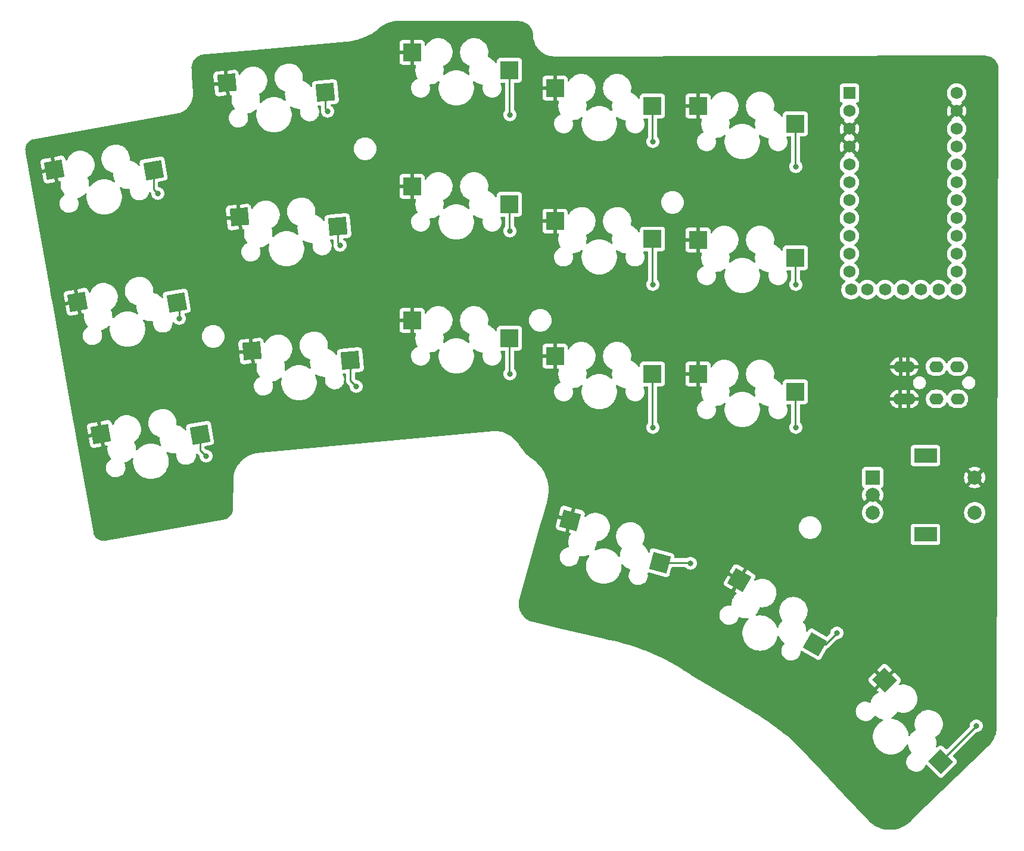
<source format=gtl>
%TF.GenerationSoftware,KiCad,Pcbnew,(6.0.7)*%
%TF.CreationDate,2022-09-04T15:55:50+05:30*%
%TF.ProjectId,burp_fart,62757270-5f66-4617-9274-2e6b69636164,rev?*%
%TF.SameCoordinates,Original*%
%TF.FileFunction,Copper,L1,Top*%
%TF.FilePolarity,Positive*%
%FSLAX46Y46*%
G04 Gerber Fmt 4.6, Leading zero omitted, Abs format (unit mm)*
G04 Created by KiCad (PCBNEW (6.0.7)) date 2022-09-04 15:55:50*
%MOMM*%
%LPD*%
G01*
G04 APERTURE LIST*
G04 Aperture macros list*
%AMRotRect*
0 Rectangle, with rotation*
0 The origin of the aperture is its center*
0 $1 length*
0 $2 width*
0 $3 Rotation angle, in degrees counterclockwise*
0 Add horizontal line*
21,1,$1,$2,0,0,$3*%
G04 Aperture macros list end*
%TA.AperFunction,ComponentPad*%
%ADD10R,2.000000X2.000000*%
%TD*%
%TA.AperFunction,ComponentPad*%
%ADD11C,2.000000*%
%TD*%
%TA.AperFunction,ComponentPad*%
%ADD12R,3.200000X2.000000*%
%TD*%
%TA.AperFunction,ComponentPad*%
%ADD13O,2.000000X1.600000*%
%TD*%
%TA.AperFunction,ComponentPad*%
%ADD14R,1.752600X1.752600*%
%TD*%
%TA.AperFunction,ComponentPad*%
%ADD15C,1.752600*%
%TD*%
%TA.AperFunction,SMDPad,CuDef*%
%ADD16RotRect,2.550000X2.500000X135.000000*%
%TD*%
%TA.AperFunction,SMDPad,CuDef*%
%ADD17R,2.550000X2.500000*%
%TD*%
%TA.AperFunction,SMDPad,CuDef*%
%ADD18RotRect,2.550000X2.500000X150.000000*%
%TD*%
%TA.AperFunction,SMDPad,CuDef*%
%ADD19RotRect,2.550000X2.500000X185.000000*%
%TD*%
%TA.AperFunction,SMDPad,CuDef*%
%ADD20RotRect,2.550000X2.500000X190.000000*%
%TD*%
%TA.AperFunction,SMDPad,CuDef*%
%ADD21RotRect,2.550000X2.500000X165.000000*%
%TD*%
%TA.AperFunction,ViaPad*%
%ADD22C,0.800000*%
%TD*%
%TA.AperFunction,Conductor*%
%ADD23C,0.250000*%
%TD*%
G04 APERTURE END LIST*
D10*
%TO.P,L_SW_RE1,A,A*%
%TO.N,L_SW_RE_A*%
X137922000Y-88392000D03*
D11*
%TO.P,L_SW_RE1,B,B*%
%TO.N,L_SW_RE_B*%
X137922000Y-93392000D03*
%TO.P,L_SW_RE1,C,C*%
%TO.N,L_GND*%
X137922000Y-90892000D03*
D12*
%TO.P,L_SW_RE1,MP*%
%TO.N,N/C*%
X145422000Y-85292000D03*
X145422000Y-96492000D03*
D11*
%TO.P,L_SW_RE1,S1,S1*%
%TO.N,L_SW_RE_CLK*%
X152422000Y-93392000D03*
%TO.P,L_SW_RE1,S2,S2*%
%TO.N,L_GND*%
X152422000Y-88392000D03*
%TD*%
D13*
%TO.P,L_TRRS1,1,SLEEVE*%
%TO.N,L_GND*%
X141848500Y-77232000D03*
X141894500Y-72630000D03*
%TO.P,L_TRRS1,2,TIP*%
X142994500Y-77230000D03*
X142948500Y-72632000D03*
%TO.P,L_TRRS1,3,RING1*%
%TO.N,L_R1*%
X146948500Y-72632000D03*
X146994500Y-77230000D03*
%TO.P,L_TRRS1,4,RING2*%
%TO.N,L_VCC*%
X149994500Y-77230000D03*
X149948500Y-72632000D03*
%TD*%
D14*
%TO.P,L_EC1,1,TX0/PD3*%
%TO.N,unconnected-(L_EC1-Pad1)*%
X134620000Y-33736750D03*
D15*
%TO.P,L_EC1,2,RX1/PD2*%
%TO.N,L_R1*%
X134620000Y-36276750D03*
%TO.P,L_EC1,3,GND*%
%TO.N,L_GND*%
X134620000Y-38816750D03*
%TO.P,L_EC1,4,GND*%
X134620000Y-41356750D03*
%TO.P,L_EC1,5,2/PD1*%
%TO.N,L_SW_24*%
X134620000Y-43896750D03*
%TO.P,L_EC1,6,3/PD0*%
%TO.N,L_SW_23*%
X134620000Y-46436750D03*
%TO.P,L_EC1,7,4/PD4*%
%TO.N,L_SW_22*%
X134620000Y-48976750D03*
%TO.P,L_EC1,8,5/PC6*%
%TO.N,L_SW_21*%
X134620000Y-51516750D03*
%TO.P,L_EC1,9,6/PD7*%
%TO.N,L_SW_20*%
X134620000Y-54056750D03*
%TO.P,L_EC1,10,7/PE6*%
%TO.N,L_SW_14*%
X134620000Y-56596750D03*
%TO.P,L_EC1,11,8/PB4*%
%TO.N,L_SW_13*%
X134620000Y-59136750D03*
%TO.P,L_EC1,12,9/PB5*%
%TO.N,L_SW_12*%
X134848600Y-61676750D03*
%TO.P,L_EC1,13,10/PB6*%
%TO.N,L_SW_01*%
X149860000Y-61676750D03*
%TO.P,L_EC1,14,16/PB2*%
%TO.N,L_SW_00*%
X149860000Y-59136750D03*
%TO.P,L_EC1,15,14/PB3*%
%TO.N,L_SW_T3*%
X149860000Y-56596750D03*
%TO.P,L_EC1,16,15/PB1*%
%TO.N,L_SW_T2*%
X149860000Y-54056750D03*
%TO.P,L_EC1,17,A0/PF7*%
%TO.N,L_SW_T1*%
X149860000Y-51516750D03*
%TO.P,L_EC1,18,A1/PF6*%
%TO.N,L_SW_RE_B*%
X149860000Y-48976750D03*
%TO.P,L_EC1,19,A2/PF5*%
%TO.N,L_SW_RE_A*%
X149860000Y-46436750D03*
%TO.P,L_EC1,20,A3/PF4*%
%TO.N,L_SW_RE_CLK*%
X149860000Y-43896750D03*
%TO.P,L_EC1,21,VCC*%
%TO.N,L_VCC*%
X149860000Y-41356750D03*
%TO.P,L_EC1,22,RST*%
%TO.N,L_RST*%
X149860000Y-38816750D03*
%TO.P,L_EC1,23,GND*%
%TO.N,L_GND*%
X149860000Y-36276750D03*
%TO.P,L_EC1,24,B0*%
%TO.N,L_PWR*%
X149860000Y-33736750D03*
%TO.P,L_EC1,25,B7*%
%TO.N,L_SW_11*%
X137160000Y-61676750D03*
%TO.P,L_EC1,26,D5*%
%TO.N,L_SW_10*%
X139700000Y-61676750D03*
%TO.P,L_EC1,27,C7*%
%TO.N,L_SW_04*%
X142240000Y-61676750D03*
%TO.P,L_EC1,28,F1*%
%TO.N,L_SW_03*%
X144780000Y-61676750D03*
%TO.P,L_EC1,29,F0*%
%TO.N,L_SW_02*%
X147320000Y-61676750D03*
%TD*%
D16*
%TO.P,R_SW__T1,1*%
%TO.N,L_SW_T1*%
X147603778Y-128771676D03*
%TO.P,R_SW__T1,2*%
%TO.N,L_GND*%
X139606401Y-117182196D03*
%TD*%
D17*
%TO.P,R_SW__03,1*%
%TO.N,L_SW_03*%
X106620000Y-73660000D03*
%TO.P,R_SW__03,2*%
%TO.N,L_GND*%
X92770000Y-71120000D03*
%TD*%
D18*
%TO.P,R_SW__T2,1*%
%TO.N,L_SW_T2*%
X129717152Y-112080295D03*
%TO.P,R_SW__T2,2*%
%TO.N,L_GND*%
X118992700Y-102955591D03*
%TD*%
D17*
%TO.P,R_SW__22,1*%
%TO.N,L_SW_22*%
X86300000Y-30480000D03*
%TO.P,R_SW__22,2*%
%TO.N,L_GND*%
X72450000Y-27940000D03*
%TD*%
D19*
%TO.P,R_SW__21,1*%
%TO.N,L_SW_21*%
X60141856Y-33640768D03*
%TO.P,R_SW__21,2*%
%TO.N,L_GND*%
X46123184Y-32317541D03*
%TD*%
%TO.P,R_SW__01,1*%
%TO.N,L_SW_01*%
X63697856Y-71740768D03*
%TO.P,R_SW__01,2*%
%TO.N,L_GND*%
X49679184Y-70417541D03*
%TD*%
D17*
%TO.P,R_SW__12,1*%
%TO.N,L_SW_12*%
X86300000Y-49530000D03*
%TO.P,R_SW__12,2*%
%TO.N,L_GND*%
X72450000Y-46990000D03*
%TD*%
D20*
%TO.P,R_SW__20,1*%
%TO.N,L_SW_20*%
X35706080Y-44699808D03*
%TO.P,R_SW__20,2*%
%TO.N,L_GND*%
X21625426Y-44603424D03*
%TD*%
D17*
%TO.P,R_SW__13,1*%
%TO.N,L_SW_13*%
X106620000Y-54490000D03*
%TO.P,R_SW__13,2*%
%TO.N,L_GND*%
X92770000Y-51950000D03*
%TD*%
%TO.P,R_SW__23,1*%
%TO.N,L_SW_23*%
X106620000Y-35560000D03*
%TO.P,R_SW__23,2*%
%TO.N,L_GND*%
X92770000Y-33020000D03*
%TD*%
%TO.P,R_SW__02,1*%
%TO.N,L_SW_02*%
X86300000Y-68580000D03*
%TO.P,R_SW__02,2*%
%TO.N,L_GND*%
X72450000Y-66040000D03*
%TD*%
D20*
%TO.P,R_SW__00,1*%
%TO.N,L_SW_00*%
X42310080Y-82291808D03*
%TO.P,R_SW__00,2*%
%TO.N,L_GND*%
X28229426Y-82195424D03*
%TD*%
%TO.P,R_SW__10,1*%
%TO.N,L_SW_10*%
X39008080Y-63495808D03*
%TO.P,R_SW__10,2*%
%TO.N,L_GND*%
X24927426Y-63399424D03*
%TD*%
D19*
%TO.P,R_SW__11,1*%
%TO.N,L_SW_11*%
X61919856Y-52690768D03*
%TO.P,R_SW__11,2*%
%TO.N,L_GND*%
X47901184Y-51367541D03*
%TD*%
D17*
%TO.P,R_SW__14,1*%
%TO.N,L_SW_14*%
X126940000Y-57150000D03*
%TO.P,R_SW__14,2*%
%TO.N,L_GND*%
X113090000Y-54610000D03*
%TD*%
%TO.P,R_SW__04,1*%
%TO.N,L_SW_04*%
X126940000Y-76200000D03*
%TO.P,R_SW__04,2*%
%TO.N,L_GND*%
X113090000Y-73660000D03*
%TD*%
D21*
%TO.P,R_SW__T3,1*%
%TO.N,L_SW_T3*%
X107659800Y-100503220D03*
%TO.P,R_SW__T3,2*%
%TO.N,L_GND*%
X94939127Y-94465125D03*
%TD*%
D17*
%TO.P,R_SW__24,1*%
%TO.N,L_SW_24*%
X126940000Y-38100000D03*
%TO.P,R_SW__24,2*%
%TO.N,L_GND*%
X113090000Y-35560000D03*
%TD*%
D22*
%TO.N,L_SW_24*%
X127000000Y-44196000D03*
%TO.N,L_SW_23*%
X106680000Y-40640000D03*
%TO.N,L_SW_22*%
X86360000Y-36830000D03*
%TO.N,L_SW_21*%
X60452000Y-36322000D03*
%TO.N,L_SW_20*%
X36322000Y-48006000D03*
%TO.N,L_SW_T3*%
X112014000Y-100584000D03*
%TO.N,L_SW_T2*%
X132842000Y-110490000D03*
%TO.N,L_SW_T1*%
X152654000Y-123698000D03*
%TO.N,L_SW_14*%
X127000000Y-60960000D03*
%TO.N,L_SW_13*%
X106680000Y-60960000D03*
%TO.N,L_SW_12*%
X86360000Y-53340000D03*
%TO.N,L_SW_01*%
X64516000Y-75438000D03*
%TO.N,L_SW_00*%
X43180000Y-85344000D03*
%TO.N,L_SW_11*%
X62230000Y-55372000D03*
%TO.N,L_SW_10*%
X39370000Y-65786000D03*
%TO.N,L_SW_04*%
X127000000Y-81280000D03*
%TO.N,L_SW_03*%
X106680000Y-81280000D03*
%TO.N,L_SW_02*%
X86360000Y-73660000D03*
%TD*%
D23*
%TO.N,L_SW_24*%
X126940000Y-44136000D02*
X126940000Y-38100000D01*
X127000000Y-44196000D02*
X126940000Y-44136000D01*
%TO.N,L_SW_23*%
X106620000Y-40580000D02*
X106620000Y-35560000D01*
X106680000Y-40640000D02*
X106620000Y-40580000D01*
%TO.N,L_SW_22*%
X86300000Y-36770000D02*
X86300000Y-30480000D01*
X86360000Y-36830000D02*
X86300000Y-36770000D01*
%TO.N,L_SW_21*%
X60141856Y-36011856D02*
X60141856Y-33640768D01*
X60452000Y-36322000D02*
X60141856Y-36011856D01*
%TO.N,L_SW_20*%
X35706080Y-47390080D02*
X35706080Y-44699808D01*
X36322000Y-48006000D02*
X35706080Y-47390080D01*
%TO.N,L_SW_T3*%
X112014000Y-100584000D02*
X111933220Y-100503220D01*
X111933220Y-100503220D02*
X107659800Y-100503220D01*
%TO.N,L_SW_T2*%
X131251705Y-112080295D02*
X129717152Y-112080295D01*
X132842000Y-110490000D02*
X131251705Y-112080295D01*
%TO.N,L_SW_T1*%
X152654000Y-123721454D02*
X147603778Y-128771676D01*
X152654000Y-123698000D02*
X152654000Y-123721454D01*
%TO.N,L_SW_14*%
X127000000Y-60960000D02*
X126940000Y-60900000D01*
X126940000Y-60900000D02*
X126940000Y-57150000D01*
%TO.N,L_SW_13*%
X106620000Y-60900000D02*
X106620000Y-54490000D01*
X106680000Y-60960000D02*
X106620000Y-60900000D01*
%TO.N,L_SW_12*%
X86360000Y-53340000D02*
X86300000Y-53280000D01*
X86300000Y-53280000D02*
X86300000Y-49530000D01*
%TO.N,L_SW_01*%
X63697856Y-74619856D02*
X63697856Y-71740768D01*
X64516000Y-75438000D02*
X63697856Y-74619856D01*
%TO.N,L_SW_00*%
X43180000Y-85344000D02*
X42310080Y-84474080D01*
X42310080Y-84474080D02*
X42310080Y-82291808D01*
%TO.N,L_SW_11*%
X62230000Y-55372000D02*
X61919856Y-55061856D01*
X61919856Y-55061856D02*
X61919856Y-52690768D01*
%TO.N,L_SW_10*%
X39370000Y-65786000D02*
X39370000Y-63857728D01*
X39370000Y-63857728D02*
X39008080Y-63495808D01*
%TO.N,L_SW_04*%
X127000000Y-81280000D02*
X126940000Y-81220000D01*
X126940000Y-81220000D02*
X126940000Y-76200000D01*
%TO.N,L_SW_03*%
X106680000Y-81280000D02*
X106620000Y-81220000D01*
X106620000Y-81220000D02*
X106620000Y-73660000D01*
%TO.N,L_SW_02*%
X86300000Y-73600000D02*
X86300000Y-68580000D01*
X86360000Y-73660000D02*
X86300000Y-73600000D01*
%TD*%
%TA.AperFunction,Conductor*%
%TO.N,L_GND*%
G36*
X87636762Y-23510001D02*
G01*
X87650748Y-23512179D01*
X87660457Y-23513691D01*
X87676751Y-23511561D01*
X87701322Y-23510768D01*
X87769875Y-23515262D01*
X87918429Y-23525002D01*
X87934769Y-23527153D01*
X88174065Y-23574755D01*
X88189985Y-23579021D01*
X88276759Y-23608478D01*
X88421025Y-23657452D01*
X88436243Y-23663756D01*
X88502872Y-23696615D01*
X88655058Y-23771667D01*
X88669330Y-23779906D01*
X88872208Y-23915468D01*
X88885265Y-23925487D01*
X89068712Y-24086369D01*
X89080359Y-24098017D01*
X89241224Y-24281451D01*
X89251258Y-24294527D01*
X89386809Y-24497396D01*
X89395047Y-24511665D01*
X89441180Y-24605215D01*
X89502957Y-24730488D01*
X89509263Y-24745713D01*
X89552691Y-24873646D01*
X89587688Y-24976745D01*
X89591954Y-24992665D01*
X89639552Y-25231962D01*
X89641703Y-25248302D01*
X89655475Y-25458429D01*
X89654483Y-25480708D01*
X89654432Y-25484852D01*
X89653051Y-25493724D01*
X89654196Y-25502480D01*
X89654213Y-25502805D01*
X89654192Y-25504529D01*
X89654452Y-25507370D01*
X89670589Y-25815275D01*
X89671102Y-25818515D01*
X89671103Y-25818523D01*
X89695092Y-25969981D01*
X89719977Y-26127096D01*
X89801689Y-26432046D01*
X89802873Y-26435130D01*
X89880946Y-26638514D01*
X89914830Y-26726785D01*
X89959329Y-26814118D01*
X90033024Y-26958750D01*
X90058160Y-27008082D01*
X90230108Y-27272855D01*
X90428791Y-27518205D01*
X90652032Y-27741442D01*
X90654596Y-27743518D01*
X90810461Y-27869733D01*
X90897385Y-27940122D01*
X90900144Y-27941914D01*
X90900150Y-27941918D01*
X90932202Y-27962732D01*
X91162162Y-28112066D01*
X91443462Y-28255391D01*
X91446528Y-28256568D01*
X91446535Y-28256571D01*
X91605459Y-28317573D01*
X91738202Y-28368526D01*
X92043153Y-28450233D01*
X92138367Y-28465312D01*
X92351722Y-28499101D01*
X92351725Y-28499101D01*
X92354975Y-28499616D01*
X92561818Y-28510453D01*
X92636690Y-28514376D01*
X92650990Y-28515947D01*
X92657699Y-28517076D01*
X92664114Y-28517154D01*
X92665392Y-28517170D01*
X92665395Y-28517170D01*
X92670251Y-28517229D01*
X92675059Y-28516540D01*
X92675065Y-28516540D01*
X92698410Y-28513196D01*
X92716061Y-28511923D01*
X153787957Y-28408584D01*
X153807552Y-28410084D01*
X153820527Y-28412103D01*
X153830724Y-28413691D01*
X153847012Y-28411561D01*
X153871589Y-28410767D01*
X153909935Y-28413280D01*
X154088701Y-28424998D01*
X154105041Y-28427149D01*
X154216800Y-28449379D01*
X154344343Y-28474749D01*
X154360257Y-28479013D01*
X154457251Y-28511938D01*
X154591292Y-28557439D01*
X154606519Y-28563746D01*
X154825342Y-28671657D01*
X154839616Y-28679898D01*
X155042478Y-28815447D01*
X155055553Y-28825480D01*
X155238993Y-28986352D01*
X155250648Y-28998007D01*
X155411520Y-29181447D01*
X155421553Y-29194522D01*
X155557102Y-29397384D01*
X155565343Y-29411658D01*
X155673254Y-29630481D01*
X155679561Y-29645708D01*
X155697312Y-29698000D01*
X155722619Y-29772551D01*
X155757986Y-29876740D01*
X155762251Y-29892657D01*
X155781363Y-29988739D01*
X155809851Y-30131959D01*
X155812002Y-30148299D01*
X155825763Y-30358236D01*
X155824733Y-30381349D01*
X155824690Y-30384854D01*
X155823309Y-30393724D01*
X155824473Y-30402625D01*
X155824473Y-30402630D01*
X155827309Y-30424314D01*
X155828372Y-30441037D01*
X155541903Y-123873882D01*
X155540404Y-123892880D01*
X155537943Y-123908683D01*
X155537943Y-123908690D01*
X155536562Y-123917558D01*
X155537726Y-123926460D01*
X155537726Y-123926463D01*
X155539189Y-123937646D01*
X155540123Y-123959705D01*
X155527503Y-124237363D01*
X155526466Y-124248754D01*
X155503657Y-124415149D01*
X155484617Y-124554043D01*
X155482551Y-124565288D01*
X155473347Y-124605128D01*
X155413191Y-124865509D01*
X155410113Y-124876526D01*
X155313941Y-125168826D01*
X155313811Y-125169220D01*
X155309748Y-125179909D01*
X155229410Y-125365422D01*
X155187293Y-125462676D01*
X155182275Y-125472956D01*
X155034687Y-125743439D01*
X155028758Y-125753221D01*
X154857245Y-126009210D01*
X154850453Y-126018414D01*
X154656435Y-126257788D01*
X154648837Y-126266338D01*
X154433904Y-126487136D01*
X154425561Y-126494962D01*
X154225914Y-126665887D01*
X154219897Y-126671038D01*
X154199266Y-126685400D01*
X154188927Y-126691158D01*
X154182626Y-126697551D01*
X154182625Y-126697552D01*
X154141236Y-126739547D01*
X154139316Y-126741454D01*
X143469292Y-137112317D01*
X143459550Y-137120857D01*
X143434765Y-137140425D01*
X143434763Y-137140427D01*
X143427717Y-137145990D01*
X143422514Y-137153309D01*
X143415938Y-137162559D01*
X143401651Y-137179331D01*
X143163001Y-137414337D01*
X143154562Y-137421930D01*
X142872359Y-137653697D01*
X142863271Y-137660499D01*
X142561357Y-137865925D01*
X142551694Y-137871882D01*
X142232496Y-138049311D01*
X142222335Y-138054373D01*
X141888481Y-138202345D01*
X141877922Y-138206467D01*
X141532085Y-138323797D01*
X141521192Y-138326954D01*
X141426124Y-138349912D01*
X141166210Y-138412679D01*
X141155066Y-138414844D01*
X140793813Y-138468271D01*
X140782520Y-138469424D01*
X140417939Y-138490120D01*
X140406588Y-138490253D01*
X140122669Y-138480761D01*
X140041599Y-138478051D01*
X140030288Y-138477161D01*
X139775329Y-138445501D01*
X139667887Y-138432159D01*
X139656696Y-138430254D01*
X139575699Y-138412679D01*
X139299807Y-138352815D01*
X139288848Y-138349914D01*
X138940386Y-138240671D01*
X138929727Y-138236795D01*
X138592506Y-138096630D01*
X138582232Y-138091806D01*
X138259001Y-137921862D01*
X138249202Y-137916132D01*
X137942586Y-137717792D01*
X137933341Y-137711203D01*
X137645810Y-137486062D01*
X137637207Y-137478678D01*
X137398656Y-137254465D01*
X137382176Y-137235546D01*
X137380274Y-137232864D01*
X137380272Y-137232862D01*
X137375081Y-137225542D01*
X137368044Y-137219974D01*
X137368042Y-137219971D01*
X137353942Y-137208813D01*
X137340466Y-137196458D01*
X137324314Y-137179331D01*
X133784337Y-133425795D01*
X129516189Y-128900159D01*
X129502499Y-128882174D01*
X129502467Y-128882197D01*
X129501649Y-128881057D01*
X129500114Y-128879040D01*
X129499631Y-128878243D01*
X129499628Y-128878239D01*
X129497106Y-128874079D01*
X129489024Y-128864474D01*
X129485353Y-128861275D01*
X129481940Y-128857802D01*
X129482033Y-128857710D01*
X129476336Y-128852072D01*
X128792325Y-128083042D01*
X128691273Y-127976181D01*
X128245713Y-127505011D01*
X128073022Y-127322394D01*
X128072348Y-127321723D01*
X127331515Y-126584711D01*
X127331497Y-126584694D01*
X127330846Y-126584046D01*
X127167649Y-126431310D01*
X126610170Y-125909568D01*
X126566488Y-125868686D01*
X126565761Y-125868046D01*
X126565729Y-125868017D01*
X125781399Y-125177630D01*
X125781381Y-125177615D01*
X125780660Y-125176980D01*
X125342283Y-124814236D01*
X124974834Y-124510183D01*
X124974821Y-124510173D01*
X124974094Y-124509571D01*
X124942725Y-124485187D01*
X124570813Y-124196096D01*
X124147541Y-123867082D01*
X123547956Y-123429698D01*
X123302551Y-123250680D01*
X123302531Y-123250666D01*
X123301769Y-123250110D01*
X123300988Y-123249576D01*
X123300971Y-123249564D01*
X122438382Y-122659786D01*
X122438358Y-122659770D01*
X122437568Y-122659230D01*
X121555741Y-122094993D01*
X120670004Y-121565630D01*
X135507098Y-121565630D01*
X135515752Y-121796166D01*
X135563126Y-122021948D01*
X135565084Y-122026907D01*
X135565085Y-122026909D01*
X135599346Y-122113662D01*
X135647865Y-122236520D01*
X135709485Y-122338067D01*
X135741674Y-122391112D01*
X135767545Y-122433747D01*
X135918745Y-122607990D01*
X135927897Y-122615494D01*
X135943173Y-122630350D01*
X135953240Y-122641952D01*
X135953247Y-122641959D01*
X135956745Y-122645990D01*
X135977571Y-122663066D01*
X136131013Y-122788882D01*
X136131019Y-122788886D01*
X136135141Y-122792266D01*
X136335633Y-122906392D01*
X136340649Y-122908213D01*
X136340654Y-122908215D01*
X136547473Y-122983287D01*
X136547477Y-122983288D01*
X136552488Y-122985107D01*
X136557737Y-122986056D01*
X136557740Y-122986057D01*
X136775421Y-123025420D01*
X136775428Y-123025421D01*
X136779505Y-123026158D01*
X136797242Y-123026994D01*
X136802190Y-123027228D01*
X136802197Y-123027228D01*
X136803678Y-123027298D01*
X136965823Y-123027298D01*
X137032779Y-123021617D01*
X137132460Y-123013159D01*
X137132464Y-123013158D01*
X137137771Y-123012708D01*
X137142926Y-123011370D01*
X137142932Y-123011369D01*
X137355901Y-122956093D01*
X137355905Y-122956092D01*
X137361070Y-122954751D01*
X137365936Y-122952559D01*
X137365939Y-122952558D01*
X137566547Y-122862191D01*
X137571413Y-122859999D01*
X137575833Y-122857023D01*
X137575837Y-122857021D01*
X137749814Y-122739891D01*
X137762783Y-122731160D01*
X137929710Y-122571920D01*
X138029515Y-122437777D01*
X138064235Y-122391112D01*
X138064237Y-122391109D01*
X138067419Y-122386832D01*
X138090275Y-122341878D01*
X138096312Y-122330004D01*
X138145016Y-122278346D01*
X138213916Y-122261220D01*
X138281137Y-122284063D01*
X138289621Y-122290588D01*
X138415152Y-122395922D01*
X138415156Y-122395925D01*
X138418524Y-122398751D01*
X138656738Y-122547603D01*
X138824449Y-122622273D01*
X138868649Y-122641952D01*
X138913349Y-122661854D01*
X138917577Y-122663066D01*
X138917576Y-122663066D01*
X139169024Y-122735167D01*
X139183364Y-122739279D01*
X139187714Y-122739890D01*
X139187717Y-122739891D01*
X139286480Y-122753771D01*
X139351154Y-122783059D01*
X139389727Y-122842663D01*
X139389952Y-122913659D01*
X139351758Y-122973507D01*
X139322592Y-122992553D01*
X139254076Y-123024794D01*
X138988218Y-123193513D01*
X138745602Y-123394222D01*
X138530055Y-123623756D01*
X138527728Y-123626958D01*
X138527727Y-123626960D01*
X138493255Y-123674407D01*
X138344976Y-123878496D01*
X138343069Y-123881965D01*
X138343067Y-123881968D01*
X138233181Y-124081850D01*
X138193284Y-124154423D01*
X138077370Y-124447187D01*
X137999064Y-124752170D01*
X137959600Y-125064562D01*
X137959600Y-125379438D01*
X137999064Y-125691830D01*
X138077370Y-125996813D01*
X138193284Y-126289577D01*
X138195186Y-126293036D01*
X138195187Y-126293039D01*
X138336547Y-126550171D01*
X138344976Y-126565504D01*
X138530055Y-126820244D01*
X138650280Y-126948271D01*
X138742894Y-127046895D01*
X138742900Y-127046900D01*
X138745602Y-127049778D01*
X138748653Y-127052302D01*
X138749873Y-127053312D01*
X138761405Y-127064141D01*
X138783602Y-127087778D01*
X139026218Y-127288487D01*
X139292076Y-127457206D01*
X139295655Y-127458890D01*
X139295662Y-127458894D01*
X139573394Y-127589584D01*
X139573398Y-127589586D01*
X139576984Y-127591273D01*
X139876448Y-127688575D01*
X140185746Y-127747577D01*
X140279300Y-127753463D01*
X140419358Y-127762275D01*
X140419374Y-127762276D01*
X140421353Y-127762400D01*
X140578647Y-127762400D01*
X140580626Y-127762276D01*
X140580642Y-127762275D01*
X140720700Y-127753463D01*
X140814254Y-127747577D01*
X141123552Y-127688575D01*
X141423016Y-127591273D01*
X141426602Y-127589586D01*
X141426606Y-127589584D01*
X141704338Y-127458894D01*
X141704345Y-127458890D01*
X141707924Y-127457206D01*
X141973782Y-127288487D01*
X142216398Y-127087778D01*
X142431945Y-126858244D01*
X142617024Y-126603504D01*
X142624178Y-126590492D01*
X142688264Y-126473919D01*
X142733031Y-126392488D01*
X142783376Y-126342431D01*
X142852792Y-126327537D01*
X142919242Y-126352538D01*
X142961626Y-126409495D01*
X142967531Y-126431310D01*
X142983427Y-126521457D01*
X142998530Y-126607113D01*
X143085331Y-126874261D01*
X143208468Y-127126728D01*
X143210923Y-127130367D01*
X143210926Y-127130373D01*
X143266481Y-127212736D01*
X143365543Y-127359602D01*
X143425800Y-127426524D01*
X143456516Y-127490530D01*
X143447752Y-127560984D01*
X143402290Y-127615515D01*
X143394763Y-127620120D01*
X143390587Y-127622001D01*
X143199217Y-127750840D01*
X143032290Y-127910080D01*
X143029102Y-127914365D01*
X142904118Y-128082350D01*
X142894581Y-128095168D01*
X142790025Y-128300814D01*
X142755819Y-128410975D01*
X142723197Y-128516032D01*
X142723196Y-128516038D01*
X142721613Y-128521135D01*
X142691302Y-128749834D01*
X142691502Y-128755164D01*
X142691502Y-128755165D01*
X142693119Y-128798243D01*
X142699956Y-128980370D01*
X142747330Y-129206152D01*
X142749288Y-129211111D01*
X142749289Y-129211113D01*
X142782112Y-129294226D01*
X142832069Y-129420724D01*
X142834837Y-129425285D01*
X142925878Y-129575316D01*
X142951749Y-129617951D01*
X143102949Y-129792194D01*
X143112101Y-129799698D01*
X143127377Y-129814554D01*
X143137444Y-129826156D01*
X143137451Y-129826163D01*
X143140949Y-129830194D01*
X143145080Y-129833581D01*
X143315217Y-129973086D01*
X143315223Y-129973090D01*
X143319345Y-129976470D01*
X143519837Y-130090596D01*
X143524853Y-130092417D01*
X143524858Y-130092419D01*
X143731677Y-130167491D01*
X143731681Y-130167492D01*
X143736692Y-130169311D01*
X143741941Y-130170260D01*
X143741944Y-130170261D01*
X143959625Y-130209624D01*
X143959632Y-130209625D01*
X143963709Y-130210362D01*
X143981446Y-130211198D01*
X143986394Y-130211432D01*
X143986401Y-130211432D01*
X143987882Y-130211502D01*
X144150027Y-130211502D01*
X144216983Y-130205821D01*
X144316664Y-130197363D01*
X144316668Y-130197362D01*
X144321975Y-130196912D01*
X144327130Y-130195574D01*
X144327136Y-130195573D01*
X144540105Y-130140297D01*
X144540109Y-130140296D01*
X144545274Y-130138955D01*
X144550140Y-130136763D01*
X144550143Y-130136762D01*
X144750751Y-130046395D01*
X144755617Y-130044203D01*
X144760037Y-130041227D01*
X144760041Y-130041225D01*
X144861250Y-129973086D01*
X144946987Y-129915364D01*
X145113914Y-129756124D01*
X145213719Y-129621981D01*
X145248439Y-129575316D01*
X145248441Y-129575313D01*
X145251623Y-129571036D01*
X145356179Y-129365390D01*
X145378277Y-129294223D01*
X145417578Y-129235101D01*
X145482608Y-129206610D01*
X145552717Y-129217800D01*
X145587703Y-129242495D01*
X147295928Y-130950720D01*
X147298590Y-130952860D01*
X147338518Y-130984964D01*
X147338521Y-130984966D01*
X147344674Y-130989913D01*
X147477270Y-131050200D01*
X147486153Y-131051472D01*
X147486156Y-131051473D01*
X147612567Y-131069576D01*
X147621456Y-131070849D01*
X147630345Y-131069576D01*
X147756756Y-131051473D01*
X147756759Y-131051472D01*
X147765642Y-131050200D01*
X147898238Y-130989913D01*
X147904391Y-130984966D01*
X147904394Y-130984964D01*
X147944322Y-130952860D01*
X147946984Y-130950720D01*
X149782822Y-129114882D01*
X149805184Y-129087070D01*
X149817066Y-129072292D01*
X149817068Y-129072289D01*
X149822015Y-129066136D01*
X149882302Y-128933540D01*
X149890818Y-128874079D01*
X149901678Y-128798243D01*
X149902951Y-128789354D01*
X149897291Y-128749834D01*
X149883575Y-128654054D01*
X149883574Y-128654051D01*
X149882302Y-128645168D01*
X149822015Y-128512572D01*
X149817068Y-128506419D01*
X149817066Y-128506416D01*
X149784962Y-128466488D01*
X149782822Y-128463826D01*
X149384272Y-128065276D01*
X149350246Y-128002964D01*
X149355311Y-127932149D01*
X149384272Y-127887086D01*
X152627953Y-124643405D01*
X152690265Y-124609379D01*
X152717048Y-124606500D01*
X152749487Y-124606500D01*
X152755939Y-124605128D01*
X152755944Y-124605128D01*
X152870743Y-124580726D01*
X152936288Y-124566794D01*
X152942319Y-124564109D01*
X153104722Y-124491803D01*
X153104724Y-124491802D01*
X153110752Y-124489118D01*
X153265253Y-124376866D01*
X153292032Y-124347125D01*
X153388621Y-124239852D01*
X153388622Y-124239851D01*
X153393040Y-124234944D01*
X153488527Y-124069556D01*
X153547542Y-123887928D01*
X153548534Y-123878496D01*
X153566814Y-123704565D01*
X153567504Y-123698000D01*
X153563391Y-123658870D01*
X153548232Y-123514635D01*
X153548232Y-123514633D01*
X153547542Y-123508072D01*
X153488527Y-123326444D01*
X153393040Y-123161056D01*
X153347120Y-123110056D01*
X153269675Y-123024045D01*
X153269674Y-123024044D01*
X153265253Y-123019134D01*
X153110752Y-122906882D01*
X153104724Y-122904198D01*
X153104722Y-122904197D01*
X152942319Y-122831891D01*
X152942318Y-122831891D01*
X152936288Y-122829206D01*
X152842888Y-122809353D01*
X152755944Y-122790872D01*
X152755939Y-122790872D01*
X152749487Y-122789500D01*
X152558513Y-122789500D01*
X152552061Y-122790872D01*
X152552056Y-122790872D01*
X152465112Y-122809353D01*
X152371712Y-122829206D01*
X152365682Y-122831891D01*
X152365681Y-122831891D01*
X152203278Y-122904197D01*
X152203276Y-122904198D01*
X152197248Y-122906882D01*
X152042747Y-123019134D01*
X152038326Y-123024044D01*
X152038325Y-123024045D01*
X151960881Y-123110056D01*
X151914960Y-123161056D01*
X151819473Y-123326444D01*
X151760458Y-123508072D01*
X151759768Y-123514633D01*
X151759768Y-123514635D01*
X151744609Y-123658870D01*
X151740496Y-123698000D01*
X151737797Y-123697716D01*
X151721184Y-123754294D01*
X151704281Y-123775268D01*
X150083168Y-125396382D01*
X148488368Y-126991182D01*
X148426056Y-127025208D01*
X148355241Y-127020143D01*
X148310178Y-126991182D01*
X147911628Y-126592632D01*
X147877888Y-126565504D01*
X147869038Y-126558388D01*
X147869035Y-126558386D01*
X147862882Y-126553439D01*
X147730286Y-126493152D01*
X147721403Y-126491880D01*
X147721400Y-126491879D01*
X147594989Y-126473776D01*
X147586100Y-126472503D01*
X147577211Y-126473776D01*
X147450800Y-126491879D01*
X147450797Y-126491880D01*
X147441914Y-126493152D01*
X147309318Y-126553439D01*
X147303165Y-126558386D01*
X147303162Y-126558388D01*
X147294312Y-126565504D01*
X147260572Y-126592632D01*
X147107211Y-126745993D01*
X147044899Y-126780019D01*
X146974084Y-126774954D01*
X146917248Y-126732407D01*
X146892437Y-126665887D01*
X146895859Y-126626416D01*
X146933881Y-126473919D01*
X146933882Y-126473914D01*
X146934945Y-126469650D01*
X146941268Y-126409495D01*
X146963847Y-126194662D01*
X146963847Y-126194659D01*
X146964306Y-126190293D01*
X146957550Y-125996813D01*
X146954657Y-125913965D01*
X146954656Y-125913959D01*
X146954503Y-125909568D01*
X146947295Y-125868686D01*
X146906488Y-125637262D01*
X146905726Y-125632939D01*
X146818925Y-125365791D01*
X146820060Y-125365422D01*
X146813616Y-125300053D01*
X146845955Y-125236850D01*
X146878258Y-125212269D01*
X146951204Y-125173483D01*
X146951210Y-125173479D01*
X146955096Y-125171413D01*
X147069846Y-125088043D01*
X147178783Y-125008896D01*
X147178786Y-125008893D01*
X147182346Y-125006307D01*
X147198530Y-124990679D01*
X147322368Y-124871089D01*
X147384406Y-124811180D01*
X147526497Y-124629311D01*
X147554635Y-124593296D01*
X147554636Y-124593295D01*
X147557342Y-124589831D01*
X147559538Y-124586027D01*
X147559543Y-124586020D01*
X147695589Y-124350380D01*
X147697790Y-124346568D01*
X147803016Y-124086125D01*
X147836698Y-123951036D01*
X147869907Y-123817842D01*
X147869908Y-123817837D01*
X147870971Y-123813573D01*
X147877202Y-123754294D01*
X147899873Y-123538585D01*
X147899873Y-123538582D01*
X147900332Y-123534216D01*
X147900179Y-123529822D01*
X147890683Y-123257888D01*
X147890682Y-123257882D01*
X147890529Y-123253491D01*
X147880399Y-123196036D01*
X147850633Y-123027228D01*
X147841752Y-122976862D01*
X147754951Y-122709714D01*
X147730737Y-122660067D01*
X147660012Y-122515062D01*
X147631814Y-122457247D01*
X147629359Y-122453608D01*
X147629356Y-122453602D01*
X147511144Y-122278346D01*
X147474739Y-122224373D01*
X147469176Y-122218194D01*
X147289720Y-122018889D01*
X147286783Y-122015627D01*
X147071604Y-121835070D01*
X146833390Y-121686218D01*
X146576779Y-121571967D01*
X146306764Y-121494542D01*
X146302414Y-121493931D01*
X146302411Y-121493930D01*
X146199464Y-121479462D01*
X146028602Y-121455449D01*
X145818008Y-121455449D01*
X145815822Y-121455602D01*
X145815818Y-121455602D01*
X145612327Y-121469831D01*
X145612322Y-121469832D01*
X145607942Y-121470138D01*
X145333184Y-121528540D01*
X145329055Y-121530043D01*
X145329051Y-121530044D01*
X145073373Y-121623103D01*
X145073369Y-121623105D01*
X145069228Y-121624612D01*
X144821212Y-121756485D01*
X144817653Y-121759071D01*
X144817651Y-121759072D01*
X144624755Y-121899219D01*
X144593962Y-121921591D01*
X144391902Y-122116718D01*
X144218966Y-122338067D01*
X144216770Y-122341871D01*
X144216765Y-122341878D01*
X144138559Y-122477336D01*
X144078518Y-122581330D01*
X143973292Y-122841773D01*
X143972227Y-122846046D01*
X143972226Y-122846048D01*
X143927053Y-123027228D01*
X143905337Y-123114325D01*
X143904878Y-123118693D01*
X143904877Y-123118698D01*
X143891006Y-123250680D01*
X143875976Y-123393682D01*
X143876129Y-123398070D01*
X143876129Y-123398076D01*
X143880200Y-123514635D01*
X143885779Y-123674407D01*
X143886541Y-123678730D01*
X143886542Y-123678737D01*
X143910318Y-123813573D01*
X143934556Y-123951036D01*
X143999515Y-124150961D01*
X144021357Y-124218184D01*
X144020222Y-124218553D01*
X144026666Y-124283922D01*
X143994327Y-124347125D01*
X143962024Y-124371706D01*
X143889078Y-124410492D01*
X143889072Y-124410496D01*
X143885186Y-124412562D01*
X143881627Y-124415148D01*
X143881625Y-124415149D01*
X143672903Y-124566794D01*
X143657936Y-124577668D01*
X143654772Y-124580724D01*
X143654769Y-124580726D01*
X143625098Y-124609379D01*
X143455876Y-124772795D01*
X143282940Y-124994144D01*
X143280740Y-124997955D01*
X143280739Y-124997956D01*
X143228727Y-125088043D01*
X143177344Y-125137036D01*
X143107631Y-125150472D01*
X143041720Y-125124085D01*
X143000538Y-125066253D01*
X142994602Y-125040835D01*
X142963433Y-124794106D01*
X142962936Y-124790170D01*
X142884630Y-124485187D01*
X142768716Y-124192423D01*
X142749845Y-124158096D01*
X142618933Y-123919968D01*
X142618931Y-123919965D01*
X142617024Y-123916496D01*
X142485268Y-123735149D01*
X142434273Y-123664960D01*
X142434272Y-123664958D01*
X142431945Y-123661756D01*
X142281731Y-123501794D01*
X142219106Y-123435105D01*
X142219100Y-123435100D01*
X142216398Y-123432222D01*
X142213125Y-123429514D01*
X142212127Y-123428688D01*
X142200594Y-123417858D01*
X142181109Y-123397109D01*
X142178398Y-123394222D01*
X141935782Y-123193513D01*
X141669924Y-123024794D01*
X141666345Y-123023110D01*
X141666338Y-123023106D01*
X141388606Y-122892416D01*
X141388602Y-122892414D01*
X141385016Y-122890727D01*
X141297192Y-122862191D01*
X141089328Y-122794652D01*
X141089329Y-122794652D01*
X141085552Y-122793425D01*
X140776254Y-122734423D01*
X140713333Y-122730464D01*
X140692316Y-122729142D01*
X140625586Y-122704902D01*
X140582554Y-122648433D01*
X140576883Y-122577664D01*
X140610373Y-122515062D01*
X140641074Y-122492140D01*
X140665030Y-122479402D01*
X140668916Y-122477336D01*
X140691127Y-122461199D01*
X140892603Y-122314819D01*
X140892606Y-122314816D01*
X140896166Y-122312230D01*
X140948989Y-122261220D01*
X141095061Y-122120159D01*
X141098226Y-122117103D01*
X141271162Y-121895754D01*
X141353473Y-121753187D01*
X141404855Y-121704194D01*
X141474569Y-121690758D01*
X141513841Y-121701080D01*
X141565412Y-121724041D01*
X141569426Y-121725828D01*
X141573654Y-121727040D01*
X141573653Y-121727040D01*
X141814726Y-121796166D01*
X141839441Y-121803253D01*
X141843791Y-121803864D01*
X141843794Y-121803865D01*
X141946741Y-121818333D01*
X142117603Y-121842346D01*
X142328197Y-121842346D01*
X142330383Y-121842193D01*
X142330387Y-121842193D01*
X142533878Y-121827964D01*
X142533883Y-121827963D01*
X142538263Y-121827657D01*
X142813021Y-121769255D01*
X142817150Y-121767752D01*
X142817154Y-121767751D01*
X143072832Y-121674692D01*
X143072836Y-121674690D01*
X143076977Y-121673183D01*
X143324993Y-121541310D01*
X143328554Y-121538723D01*
X143548680Y-121378793D01*
X143548683Y-121378790D01*
X143552243Y-121376204D01*
X143587432Y-121342223D01*
X143751138Y-121184133D01*
X143754303Y-121181077D01*
X143927239Y-120959728D01*
X143929435Y-120955924D01*
X143929440Y-120955917D01*
X144059780Y-120730161D01*
X144067687Y-120716465D01*
X144172913Y-120456022D01*
X144178004Y-120435605D01*
X144239804Y-120187739D01*
X144239805Y-120187734D01*
X144240868Y-120183470D01*
X144270229Y-119904113D01*
X144269783Y-119891333D01*
X144260580Y-119627785D01*
X144260579Y-119627779D01*
X144260426Y-119623388D01*
X144211649Y-119346759D01*
X144124848Y-119079611D01*
X144117720Y-119064995D01*
X144043866Y-118913575D01*
X144001711Y-118827144D01*
X143999256Y-118823505D01*
X143999253Y-118823499D01*
X143921323Y-118707964D01*
X143844636Y-118594270D01*
X143656680Y-118385524D01*
X143441501Y-118204967D01*
X143203287Y-118056115D01*
X142946676Y-117941864D01*
X142676661Y-117864439D01*
X142672311Y-117863828D01*
X142672308Y-117863827D01*
X142569361Y-117849359D01*
X142398499Y-117825346D01*
X142187905Y-117825346D01*
X142185719Y-117825499D01*
X142185715Y-117825499D01*
X141982224Y-117839728D01*
X141982219Y-117839729D01*
X141977839Y-117840035D01*
X141749121Y-117888651D01*
X141678331Y-117883249D01*
X141621699Y-117840432D01*
X141597205Y-117773795D01*
X141612626Y-117704493D01*
X141633830Y-117676309D01*
X141782640Y-117527499D01*
X141787198Y-117522420D01*
X141819263Y-117482539D01*
X141827481Y-117469195D01*
X141880725Y-117352089D01*
X141885713Y-117335031D01*
X141903796Y-117208763D01*
X141903796Y-117190985D01*
X141885713Y-117064715D01*
X141880726Y-117047660D01*
X141827481Y-116930552D01*
X141819262Y-116917206D01*
X141787199Y-116877328D01*
X141782644Y-116872251D01*
X141041912Y-116131519D01*
X141027968Y-116123905D01*
X141026135Y-116124036D01*
X141019520Y-116128287D01*
X138555724Y-118592083D01*
X138548110Y-118606027D01*
X138548241Y-118607860D01*
X138552491Y-118614474D01*
X138718465Y-118780447D01*
X138752490Y-118842759D01*
X138747426Y-118913575D01*
X138704879Y-118970411D01*
X138688524Y-118980794D01*
X138585422Y-119035615D01*
X138535032Y-119062408D01*
X138531473Y-119064994D01*
X138531471Y-119064995D01*
X138516802Y-119075653D01*
X138307782Y-119227514D01*
X138105722Y-119422641D01*
X137932786Y-119643990D01*
X137930590Y-119647794D01*
X137930585Y-119647801D01*
X137816768Y-119844939D01*
X137792338Y-119887253D01*
X137687112Y-120147696D01*
X137686047Y-120151969D01*
X137686046Y-120151971D01*
X137643652Y-120322004D01*
X137607764Y-120383263D01*
X137544455Y-120415394D01*
X137473824Y-120408197D01*
X137459063Y-120401024D01*
X137446806Y-120394047D01*
X137446807Y-120394047D01*
X137442163Y-120391404D01*
X137437147Y-120389583D01*
X137437142Y-120389581D01*
X137230323Y-120314509D01*
X137230319Y-120314508D01*
X137225308Y-120312689D01*
X137220059Y-120311740D01*
X137220056Y-120311739D01*
X137002375Y-120272376D01*
X137002368Y-120272375D01*
X136998291Y-120271638D01*
X136980554Y-120270802D01*
X136975606Y-120270568D01*
X136975599Y-120270568D01*
X136974118Y-120270498D01*
X136811973Y-120270498D01*
X136745017Y-120276179D01*
X136645336Y-120284637D01*
X136645332Y-120284638D01*
X136640025Y-120285088D01*
X136634870Y-120286426D01*
X136634864Y-120286427D01*
X136421895Y-120341703D01*
X136421891Y-120341704D01*
X136416726Y-120343045D01*
X136411860Y-120345237D01*
X136411857Y-120345238D01*
X136211249Y-120435605D01*
X136206383Y-120437797D01*
X136201963Y-120440773D01*
X136201959Y-120440775D01*
X136173248Y-120460105D01*
X136015013Y-120566636D01*
X135848086Y-120725876D01*
X135710377Y-120910964D01*
X135707962Y-120915714D01*
X135633183Y-121062794D01*
X135605821Y-121116610D01*
X135571615Y-121226771D01*
X135538993Y-121331828D01*
X135538992Y-121331834D01*
X135537409Y-121336931D01*
X135536708Y-121342223D01*
X135512014Y-121528540D01*
X135507098Y-121565630D01*
X120670004Y-121565630D01*
X120657109Y-121557923D01*
X120656320Y-121557484D01*
X120656300Y-121557472D01*
X119985994Y-121184133D01*
X119768133Y-121062791D01*
X119760151Y-121057949D01*
X119757936Y-121056490D01*
X119754082Y-121053502D01*
X119743097Y-121047428D01*
X119731773Y-121043286D01*
X119710033Y-121032878D01*
X118752697Y-120456022D01*
X113304951Y-117173407D01*
X137309006Y-117173407D01*
X137327089Y-117299677D01*
X137332076Y-117316732D01*
X137385321Y-117433840D01*
X137393540Y-117447186D01*
X137425603Y-117487064D01*
X137430158Y-117492141D01*
X138170890Y-118232873D01*
X138184834Y-118240487D01*
X138186667Y-118240356D01*
X138193282Y-118236105D01*
X139234379Y-117195008D01*
X139241993Y-117181064D01*
X139241862Y-117179231D01*
X139237611Y-117172616D01*
X138178837Y-116113842D01*
X138164893Y-116106228D01*
X138163060Y-116106359D01*
X138156445Y-116110610D01*
X137430162Y-116836893D01*
X137425604Y-116841972D01*
X137393539Y-116881853D01*
X137385321Y-116895197D01*
X137332077Y-117012303D01*
X137327089Y-117029361D01*
X137309006Y-117155629D01*
X137309006Y-117173407D01*
X113304951Y-117173407D01*
X112023431Y-116401209D01*
X112007334Y-116388872D01*
X112007023Y-116389250D01*
X112003255Y-116386153D01*
X111999749Y-116382785D01*
X111989466Y-116375586D01*
X111985096Y-116373441D01*
X111980903Y-116370964D01*
X111981010Y-116370784D01*
X111975261Y-116367498D01*
X111122739Y-115805969D01*
X111122708Y-115805949D01*
X111121871Y-115805398D01*
X111020061Y-115742950D01*
X138530432Y-115742950D01*
X138530564Y-115744786D01*
X138534813Y-115751398D01*
X139593589Y-116810174D01*
X139607533Y-116817788D01*
X139609366Y-116817657D01*
X139615981Y-116813406D01*
X140657078Y-115772309D01*
X140664692Y-115758365D01*
X140664561Y-115756532D01*
X140660310Y-115749917D01*
X139916338Y-115005946D01*
X139911277Y-115001405D01*
X139871389Y-114969334D01*
X139858045Y-114961116D01*
X139740937Y-114907871D01*
X139723882Y-114902884D01*
X139597612Y-114884801D01*
X139579834Y-114884801D01*
X139453566Y-114902884D01*
X139436508Y-114907872D01*
X139319402Y-114961116D01*
X139306056Y-114969335D01*
X139266180Y-115001396D01*
X139261104Y-115005950D01*
X138538043Y-115729012D01*
X138530432Y-115742950D01*
X111020061Y-115742950D01*
X110236911Y-115262585D01*
X110082484Y-115174586D01*
X109335821Y-114749107D01*
X109335815Y-114749104D01*
X109334910Y-114748588D01*
X108416805Y-114263940D01*
X107731867Y-113930155D01*
X107484486Y-113809601D01*
X107484478Y-113809597D01*
X107483552Y-113809146D01*
X106536120Y-113384679D01*
X105575495Y-112990980D01*
X105436864Y-112939319D01*
X104603670Y-112628828D01*
X104603647Y-112628820D01*
X104602676Y-112628458D01*
X103618674Y-112297490D01*
X102624512Y-111998421D01*
X101621225Y-111731561D01*
X100609855Y-111497188D01*
X100125969Y-111401379D01*
X99617958Y-111300793D01*
X99608976Y-111298670D01*
X99608539Y-111298550D01*
X99603966Y-111296901D01*
X99599193Y-111295975D01*
X99599188Y-111295974D01*
X99596423Y-111295438D01*
X99596421Y-111295438D01*
X99591642Y-111294511D01*
X99586782Y-111294331D01*
X99586777Y-111294330D01*
X99581060Y-111294118D01*
X99556608Y-111290792D01*
X93683882Y-109895293D01*
X89576550Y-108919293D01*
X89553936Y-108911591D01*
X89550619Y-108910097D01*
X89550617Y-108910096D01*
X89542432Y-108906410D01*
X89533544Y-108905169D01*
X89533543Y-108905169D01*
X89524423Y-108903896D01*
X89501659Y-108898526D01*
X89261161Y-108817595D01*
X89248089Y-108812366D01*
X88992632Y-108693223D01*
X88980226Y-108686569D01*
X88739651Y-108539670D01*
X88728070Y-108531678D01*
X88505369Y-108358845D01*
X88494758Y-108349615D01*
X88459102Y-108314918D01*
X88292735Y-108153025D01*
X88283226Y-108142675D01*
X88104392Y-107924772D01*
X88096091Y-107913421D01*
X88084616Y-107895732D01*
X116137791Y-107895732D01*
X116137991Y-107901062D01*
X116137991Y-107901063D01*
X116141615Y-107997600D01*
X116146445Y-108126268D01*
X116193819Y-108352050D01*
X116278558Y-108566622D01*
X116355376Y-108693214D01*
X116389237Y-108749015D01*
X116398238Y-108763849D01*
X116401735Y-108767879D01*
X116526442Y-108911591D01*
X116549438Y-108938092D01*
X116585522Y-108967679D01*
X116723706Y-109080984D01*
X116723712Y-109080988D01*
X116727834Y-109084368D01*
X116928326Y-109198494D01*
X116932793Y-109200115D01*
X116941242Y-109204462D01*
X116948326Y-109208494D01*
X117057287Y-109248045D01*
X117160166Y-109285389D01*
X117160170Y-109285390D01*
X117165181Y-109287209D01*
X117170430Y-109288158D01*
X117170433Y-109288159D01*
X117388114Y-109327522D01*
X117388121Y-109327523D01*
X117392198Y-109328260D01*
X117409935Y-109329096D01*
X117414883Y-109329330D01*
X117414890Y-109329330D01*
X117416371Y-109329400D01*
X117578516Y-109329400D01*
X117657761Y-109322676D01*
X117745153Y-109315261D01*
X117745157Y-109315260D01*
X117750464Y-109314810D01*
X117755619Y-109313472D01*
X117755625Y-109313471D01*
X117968594Y-109258195D01*
X117968598Y-109258194D01*
X117973763Y-109256853D01*
X117978629Y-109254661D01*
X117978632Y-109254660D01*
X118179240Y-109164293D01*
X118184106Y-109162101D01*
X118188526Y-109159125D01*
X118188530Y-109159123D01*
X118301265Y-109083224D01*
X118375476Y-109033262D01*
X118542403Y-108874022D01*
X118592578Y-108806584D01*
X118676928Y-108693214D01*
X118676930Y-108693211D01*
X118680112Y-108688934D01*
X118784668Y-108483288D01*
X118844029Y-108292114D01*
X118883332Y-108232989D01*
X118948361Y-108204499D01*
X119015610Y-108214372D01*
X119133864Y-108267022D01*
X119201818Y-108297277D01*
X119250035Y-108311103D01*
X119416568Y-108358855D01*
X119471833Y-108374702D01*
X119476183Y-108375313D01*
X119476186Y-108375314D01*
X119561423Y-108387293D01*
X119749995Y-108413795D01*
X119960589Y-108413795D01*
X119962775Y-108413642D01*
X119962779Y-108413642D01*
X120023224Y-108409415D01*
X120153934Y-108400275D01*
X120223283Y-108415476D01*
X120273405Y-108465758D01*
X120288387Y-108535156D01*
X120263470Y-108601637D01*
X120243041Y-108623050D01*
X120183602Y-108672222D01*
X119968055Y-108901756D01*
X119965728Y-108904958D01*
X119965727Y-108904960D01*
X119941655Y-108938092D01*
X119782976Y-109156496D01*
X119781069Y-109159965D01*
X119781067Y-109159968D01*
X119691618Y-109322676D01*
X119631284Y-109432423D01*
X119515370Y-109725187D01*
X119437064Y-110030170D01*
X119397600Y-110342562D01*
X119397600Y-110657438D01*
X119437064Y-110969830D01*
X119515370Y-111274813D01*
X119631284Y-111567577D01*
X119633186Y-111571036D01*
X119633187Y-111571039D01*
X119730282Y-111747653D01*
X119782976Y-111843504D01*
X119968055Y-112098244D01*
X120183602Y-112327778D01*
X120426218Y-112528487D01*
X120583230Y-112628130D01*
X120646881Y-112668524D01*
X120692076Y-112697206D01*
X120695653Y-112698890D01*
X120695667Y-112698897D01*
X120704648Y-112703123D01*
X120709682Y-112705687D01*
X120712076Y-112707206D01*
X120785869Y-112741930D01*
X120993394Y-112839584D01*
X120993398Y-112839586D01*
X120996984Y-112841273D01*
X121296448Y-112938575D01*
X121605746Y-112997577D01*
X121699300Y-113003463D01*
X121839358Y-113012275D01*
X121839374Y-113012276D01*
X121841353Y-113012400D01*
X121998647Y-113012400D01*
X122000626Y-113012276D01*
X122000642Y-113012275D01*
X122140700Y-113003463D01*
X122234254Y-112997577D01*
X122543552Y-112938575D01*
X122843016Y-112841273D01*
X122846602Y-112839586D01*
X122846606Y-112839584D01*
X123124338Y-112708894D01*
X123124345Y-112708890D01*
X123127924Y-112707206D01*
X123143682Y-112697206D01*
X123252011Y-112628458D01*
X123393782Y-112538487D01*
X123636398Y-112337778D01*
X123851945Y-112108244D01*
X123859211Y-112098244D01*
X123931921Y-111998166D01*
X124037024Y-111853504D01*
X124044431Y-111840032D01*
X124186813Y-111581039D01*
X124186814Y-111581036D01*
X124188716Y-111577577D01*
X124304630Y-111284813D01*
X124305610Y-111280998D01*
X124305616Y-111280978D01*
X124376998Y-111002962D01*
X124413312Y-110941956D01*
X124476844Y-110910267D01*
X124547423Y-110917957D01*
X124602641Y-110962584D01*
X124612284Y-110979056D01*
X124725897Y-111211997D01*
X124728352Y-111215636D01*
X124728355Y-111215642D01*
X124775012Y-111284813D01*
X124882972Y-111444871D01*
X124885917Y-111448142D01*
X124885918Y-111448143D01*
X124930286Y-111497418D01*
X125070928Y-111653617D01*
X125286107Y-111834174D01*
X125289839Y-111836506D01*
X125334491Y-111864408D01*
X125381661Y-111917470D01*
X125392656Y-111987610D01*
X125363985Y-112052560D01*
X125354693Y-112062432D01*
X125277597Y-112135978D01*
X125274409Y-112140263D01*
X125157189Y-112297813D01*
X125139888Y-112321066D01*
X125035332Y-112526712D01*
X125019026Y-112579226D01*
X124968504Y-112741930D01*
X124968503Y-112741936D01*
X124966920Y-112747033D01*
X124966219Y-112752325D01*
X124941534Y-112938575D01*
X124936609Y-112975732D01*
X124945263Y-113206268D01*
X124992637Y-113432050D01*
X125077376Y-113646622D01*
X125197056Y-113843849D01*
X125200553Y-113847879D01*
X125288941Y-113949737D01*
X125348256Y-114018092D01*
X125352387Y-114021479D01*
X125522524Y-114160984D01*
X125522530Y-114160988D01*
X125526652Y-114164368D01*
X125727144Y-114278494D01*
X125731611Y-114280115D01*
X125740060Y-114284462D01*
X125747144Y-114288494D01*
X125842793Y-114323213D01*
X125958984Y-114365389D01*
X125958988Y-114365390D01*
X125963999Y-114367209D01*
X125969248Y-114368158D01*
X125969251Y-114368159D01*
X126186932Y-114407522D01*
X126186939Y-114407523D01*
X126191016Y-114408260D01*
X126208753Y-114409096D01*
X126213701Y-114409330D01*
X126213708Y-114409330D01*
X126215189Y-114409400D01*
X126377334Y-114409400D01*
X126444290Y-114403719D01*
X126543971Y-114395261D01*
X126543975Y-114395260D01*
X126549282Y-114394810D01*
X126554437Y-114393472D01*
X126554443Y-114393471D01*
X126767412Y-114338195D01*
X126767416Y-114338194D01*
X126772581Y-114336853D01*
X126777447Y-114334661D01*
X126777450Y-114334660D01*
X126978058Y-114244293D01*
X126982924Y-114242101D01*
X126987344Y-114239125D01*
X126987348Y-114239123D01*
X127098384Y-114164368D01*
X127174294Y-114113262D01*
X127341221Y-113954022D01*
X127374950Y-113908689D01*
X127475746Y-113773214D01*
X127475748Y-113773211D01*
X127478930Y-113768934D01*
X127583486Y-113563288D01*
X127625857Y-113426831D01*
X127650314Y-113348070D01*
X127650315Y-113348064D01*
X127651898Y-113342967D01*
X127679409Y-113135397D01*
X127708188Y-113070495D01*
X127767487Y-113031455D01*
X127838480Y-113030672D01*
X127867313Y-113042831D01*
X129983770Y-114264768D01*
X130040998Y-114290009D01*
X130048793Y-114291306D01*
X130048795Y-114291307D01*
X130175822Y-114312449D01*
X130175824Y-114312449D01*
X130184680Y-114313923D01*
X130329297Y-114296551D01*
X130406606Y-114263496D01*
X130454971Y-114242817D01*
X130454973Y-114242816D01*
X130463226Y-114239287D01*
X130575700Y-114146736D01*
X130612641Y-114096262D01*
X131256502Y-112981063D01*
X131399379Y-112733593D01*
X131450762Y-112684600D01*
X131473345Y-112675596D01*
X131497688Y-112668524D01*
X131497689Y-112668524D01*
X131505298Y-112666313D01*
X131512117Y-112662280D01*
X131512122Y-112662278D01*
X131522733Y-112656002D01*
X131540481Y-112647307D01*
X131559322Y-112639847D01*
X131595092Y-112613859D01*
X131605012Y-112607343D01*
X131636240Y-112588875D01*
X131636243Y-112588873D01*
X131643067Y-112584837D01*
X131657388Y-112570516D01*
X131672422Y-112557675D01*
X131682399Y-112550426D01*
X131688812Y-112545767D01*
X131717003Y-112511690D01*
X131724993Y-112502911D01*
X132792500Y-111435405D01*
X132854812Y-111401379D01*
X132881595Y-111398500D01*
X132937487Y-111398500D01*
X132943939Y-111397128D01*
X132943944Y-111397128D01*
X133030888Y-111378647D01*
X133124288Y-111358794D01*
X133130319Y-111356109D01*
X133292722Y-111283803D01*
X133292724Y-111283802D01*
X133298752Y-111281118D01*
X133453253Y-111168866D01*
X133581040Y-111026944D01*
X133676527Y-110861556D01*
X133735542Y-110679928D01*
X133755504Y-110490000D01*
X133739595Y-110338631D01*
X133736232Y-110306635D01*
X133736232Y-110306633D01*
X133735542Y-110300072D01*
X133676527Y-110118444D01*
X133581040Y-109953056D01*
X133557586Y-109927007D01*
X133457675Y-109816045D01*
X133457674Y-109816044D01*
X133453253Y-109811134D01*
X133325352Y-109718208D01*
X133304094Y-109702763D01*
X133304093Y-109702762D01*
X133298752Y-109698882D01*
X133292724Y-109696198D01*
X133292722Y-109696197D01*
X133130319Y-109623891D01*
X133130318Y-109623891D01*
X133124288Y-109621206D01*
X133030888Y-109601353D01*
X132943944Y-109582872D01*
X132943939Y-109582872D01*
X132937487Y-109581500D01*
X132746513Y-109581500D01*
X132740061Y-109582872D01*
X132740056Y-109582872D01*
X132653112Y-109601353D01*
X132559712Y-109621206D01*
X132553682Y-109623891D01*
X132553681Y-109623891D01*
X132391278Y-109696197D01*
X132391276Y-109696198D01*
X132385248Y-109698882D01*
X132379907Y-109702762D01*
X132379906Y-109702763D01*
X132358648Y-109718208D01*
X132230747Y-109811134D01*
X132226326Y-109816044D01*
X132226325Y-109816045D01*
X132126415Y-109927007D01*
X132102960Y-109953056D01*
X132007473Y-110118444D01*
X131948458Y-110300072D01*
X131947768Y-110306633D01*
X131947768Y-110306635D01*
X131931093Y-110465292D01*
X131904080Y-110530949D01*
X131894878Y-110541218D01*
X131477715Y-110958380D01*
X131415403Y-110992405D01*
X131344587Y-110987340D01*
X131325620Y-110978403D01*
X130162083Y-110306635D01*
X129450534Y-109895822D01*
X129393306Y-109870581D01*
X129385511Y-109869284D01*
X129385509Y-109869283D01*
X129258482Y-109848141D01*
X129258480Y-109848141D01*
X129249624Y-109846667D01*
X129105007Y-109864039D01*
X129050782Y-109887224D01*
X128979333Y-109917773D01*
X128979331Y-109917774D01*
X128971078Y-109921303D01*
X128858604Y-110013854D01*
X128853936Y-110020231D01*
X128853935Y-110020233D01*
X128843782Y-110034106D01*
X128821663Y-110064328D01*
X128713873Y-110251026D01*
X128662492Y-110300018D01*
X128592778Y-110313454D01*
X128526867Y-110287068D01*
X128485685Y-110229236D01*
X128478832Y-110192422D01*
X128472086Y-109999235D01*
X128472085Y-109999229D01*
X128471932Y-109994837D01*
X128465574Y-109958774D01*
X128433447Y-109776575D01*
X128423155Y-109718208D01*
X128336354Y-109451060D01*
X128332142Y-109442423D01*
X128237336Y-109248045D01*
X128213217Y-109198593D01*
X128210762Y-109194954D01*
X128210759Y-109194948D01*
X128057464Y-108967679D01*
X128035954Y-108900019D01*
X128054438Y-108831471D01*
X128074394Y-108806587D01*
X128155957Y-108727822D01*
X128305826Y-108535997D01*
X128326186Y-108509938D01*
X128326187Y-108509937D01*
X128328893Y-108506473D01*
X128331089Y-108502669D01*
X128331094Y-108502662D01*
X128467140Y-108267022D01*
X128469341Y-108263210D01*
X128574567Y-108002767D01*
X128575855Y-107997600D01*
X128641458Y-107734484D01*
X128641459Y-107734479D01*
X128642522Y-107730215D01*
X128648607Y-107672325D01*
X128671424Y-107455227D01*
X128671424Y-107455224D01*
X128671883Y-107450858D01*
X128671730Y-107446464D01*
X128662234Y-107174530D01*
X128662233Y-107174524D01*
X128662080Y-107170133D01*
X128657873Y-107146270D01*
X128614065Y-106897827D01*
X128613303Y-106893504D01*
X128526502Y-106626356D01*
X128523884Y-106620987D01*
X128462025Y-106494160D01*
X128403365Y-106373889D01*
X128400910Y-106370250D01*
X128400907Y-106370244D01*
X128316052Y-106244442D01*
X128246290Y-106141015D01*
X128058334Y-105932269D01*
X127843155Y-105751712D01*
X127604941Y-105602860D01*
X127348330Y-105488609D01*
X127193697Y-105444269D01*
X127082542Y-105412396D01*
X127082541Y-105412396D01*
X127078315Y-105411184D01*
X127073965Y-105410573D01*
X127073962Y-105410572D01*
X126955190Y-105393880D01*
X126800153Y-105372091D01*
X126589559Y-105372091D01*
X126587373Y-105372244D01*
X126587369Y-105372244D01*
X126383878Y-105386473D01*
X126383873Y-105386474D01*
X126379493Y-105386780D01*
X126104735Y-105445182D01*
X126100606Y-105446685D01*
X126100602Y-105446686D01*
X125844924Y-105539745D01*
X125844920Y-105539747D01*
X125840779Y-105541254D01*
X125592763Y-105673127D01*
X125589204Y-105675713D01*
X125589202Y-105675714D01*
X125484600Y-105751712D01*
X125365513Y-105838233D01*
X125163453Y-106033360D01*
X124990517Y-106254709D01*
X124988323Y-106258509D01*
X124988316Y-106258520D01*
X124890226Y-106428418D01*
X124850069Y-106497972D01*
X124744843Y-106758415D01*
X124743778Y-106762688D01*
X124743777Y-106762690D01*
X124678825Y-107023199D01*
X124676888Y-107030967D01*
X124676429Y-107035335D01*
X124676428Y-107035340D01*
X124647986Y-107305955D01*
X124647527Y-107310324D01*
X124647680Y-107314712D01*
X124647680Y-107314718D01*
X124652468Y-107451815D01*
X124657330Y-107591049D01*
X124658092Y-107595372D01*
X124658093Y-107595379D01*
X124681869Y-107730215D01*
X124706107Y-107867678D01*
X124792908Y-108134826D01*
X124794836Y-108138779D01*
X124794838Y-108138784D01*
X124846464Y-108244632D01*
X124916045Y-108387293D01*
X124918500Y-108390932D01*
X124918503Y-108390938D01*
X125071798Y-108618207D01*
X125093308Y-108685867D01*
X125074824Y-108754415D01*
X125054868Y-108779299D01*
X124973305Y-108858064D01*
X124800369Y-109079413D01*
X124798173Y-109083217D01*
X124798168Y-109083224D01*
X124725844Y-109208494D01*
X124659921Y-109322676D01*
X124554695Y-109583119D01*
X124553630Y-109587392D01*
X124553629Y-109587394D01*
X124529746Y-109683185D01*
X124493859Y-109744443D01*
X124430549Y-109776575D01*
X124359918Y-109769378D01*
X124304391Y-109725138D01*
X124290337Y-109699087D01*
X124260565Y-109623891D01*
X124188716Y-109442423D01*
X124185238Y-109436096D01*
X124038933Y-109169968D01*
X124038931Y-109169965D01*
X124037024Y-109166496D01*
X123851945Y-108911756D01*
X123636398Y-108682222D01*
X123393782Y-108481513D01*
X123189781Y-108352050D01*
X123131271Y-108314918D01*
X123131270Y-108314918D01*
X123127924Y-108312794D01*
X123124347Y-108311110D01*
X123124333Y-108311103D01*
X123115352Y-108306877D01*
X123110318Y-108304313D01*
X123107924Y-108302794D01*
X122899036Y-108204499D01*
X122826606Y-108170416D01*
X122826602Y-108170414D01*
X122823016Y-108168727D01*
X122523552Y-108071425D01*
X122214254Y-108012423D01*
X122120700Y-108006537D01*
X121980642Y-107997725D01*
X121980626Y-107997724D01*
X121978647Y-107997600D01*
X121821353Y-107997600D01*
X121819374Y-107997724D01*
X121819358Y-107997725D01*
X121679300Y-108006537D01*
X121585746Y-108012423D01*
X121417484Y-108044521D01*
X121346824Y-108037638D01*
X121291101Y-107993645D01*
X121268008Y-107926509D01*
X121284877Y-107857546D01*
X121306349Y-107830117D01*
X121383523Y-107755590D01*
X121383529Y-107755584D01*
X121386695Y-107752526D01*
X121559631Y-107531177D01*
X121561827Y-107527373D01*
X121561832Y-107527366D01*
X121697878Y-107291726D01*
X121700079Y-107287914D01*
X121805305Y-107027471D01*
X121833209Y-106915555D01*
X121869097Y-106854297D01*
X121932407Y-106822166D01*
X121973001Y-106821264D01*
X122099847Y-106839091D01*
X122310441Y-106839091D01*
X122312627Y-106838938D01*
X122312631Y-106838938D01*
X122516122Y-106824709D01*
X122516127Y-106824708D01*
X122520507Y-106824402D01*
X122795265Y-106766000D01*
X122799394Y-106764497D01*
X122799398Y-106764496D01*
X123055076Y-106671437D01*
X123055080Y-106671435D01*
X123059221Y-106669928D01*
X123307237Y-106538055D01*
X123369801Y-106492600D01*
X123530924Y-106375538D01*
X123530927Y-106375535D01*
X123534487Y-106372949D01*
X123573756Y-106335028D01*
X123733382Y-106180878D01*
X123736547Y-106177822D01*
X123878638Y-105995953D01*
X123906776Y-105959938D01*
X123906777Y-105959937D01*
X123909483Y-105956473D01*
X123911679Y-105952669D01*
X123911684Y-105952662D01*
X124047730Y-105717022D01*
X124049931Y-105713210D01*
X124155157Y-105452767D01*
X124165525Y-105411184D01*
X124222048Y-105184484D01*
X124222049Y-105184479D01*
X124223112Y-105180215D01*
X124235951Y-105058064D01*
X124252014Y-104905227D01*
X124252014Y-104905224D01*
X124252473Y-104900858D01*
X124250136Y-104833920D01*
X124242824Y-104624530D01*
X124242823Y-104624524D01*
X124242670Y-104620133D01*
X124241208Y-104611836D01*
X124205880Y-104411484D01*
X124193893Y-104343504D01*
X124107092Y-104076356D01*
X123983955Y-103823889D01*
X123981500Y-103820250D01*
X123981497Y-103820244D01*
X123882352Y-103673256D01*
X123826880Y-103591015D01*
X123638924Y-103382269D01*
X123633912Y-103378063D01*
X123571190Y-103325434D01*
X123423745Y-103201712D01*
X123185531Y-103052860D01*
X123005671Y-102972781D01*
X122932934Y-102940396D01*
X122932932Y-102940395D01*
X122928920Y-102938609D01*
X122774287Y-102894269D01*
X122663132Y-102862396D01*
X122663131Y-102862396D01*
X122658905Y-102861184D01*
X122654555Y-102860573D01*
X122654552Y-102860572D01*
X122551605Y-102846104D01*
X122380743Y-102822091D01*
X122170149Y-102822091D01*
X122167963Y-102822244D01*
X122167959Y-102822244D01*
X121964468Y-102836473D01*
X121964463Y-102836474D01*
X121960083Y-102836780D01*
X121685325Y-102895182D01*
X121681196Y-102896685D01*
X121681192Y-102896686D01*
X121425514Y-102989745D01*
X121425510Y-102989747D01*
X121421369Y-102991254D01*
X121417472Y-102993326D01*
X121417470Y-102993327D01*
X121245971Y-103084514D01*
X121176434Y-103098834D01*
X121110193Y-103073286D01*
X121068281Y-103015981D01*
X121064003Y-102945114D01*
X121077699Y-102910263D01*
X121184159Y-102725870D01*
X121187245Y-102719786D01*
X121207894Y-102672973D01*
X121212380Y-102657949D01*
X121233500Y-102531061D01*
X121233903Y-102513289D01*
X121218689Y-102386639D01*
X121214088Y-102369471D01*
X121163943Y-102252190D01*
X121154705Y-102236996D01*
X121072970Y-102137667D01*
X121061575Y-102126900D01*
X121020276Y-102096673D01*
X121014577Y-102092958D01*
X120107359Y-101569176D01*
X120091924Y-101565431D01*
X120090184Y-101566034D01*
X120084897Y-101571850D01*
X119339670Y-102862621D01*
X118342728Y-104589374D01*
X118338983Y-104604809D01*
X118339586Y-104606549D01*
X118345402Y-104611836D01*
X118520317Y-104712824D01*
X118569310Y-104764207D01*
X118582746Y-104833920D01*
X118556360Y-104899831D01*
X118544844Y-104912580D01*
X118397356Y-105055007D01*
X118397352Y-105055012D01*
X118394191Y-105058064D01*
X118221255Y-105279413D01*
X118219059Y-105283217D01*
X118219054Y-105283224D01*
X118158739Y-105387693D01*
X118080807Y-105522676D01*
X117975581Y-105783119D01*
X117974516Y-105787392D01*
X117974515Y-105787394D01*
X117913189Y-106033360D01*
X117907626Y-106055671D01*
X117907167Y-106060039D01*
X117907166Y-106060044D01*
X117886307Y-106258509D01*
X117878265Y-106335028D01*
X117878418Y-106339415D01*
X117878418Y-106339421D01*
X117879760Y-106377841D01*
X117883768Y-106492602D01*
X117866156Y-106561378D01*
X117814156Y-106609715D01*
X117744277Y-106622265D01*
X117735425Y-106620987D01*
X117633071Y-106602479D01*
X117633070Y-106602479D01*
X117628984Y-106601740D01*
X117611247Y-106600904D01*
X117606299Y-106600670D01*
X117606292Y-106600670D01*
X117604811Y-106600600D01*
X117442666Y-106600600D01*
X117375710Y-106606281D01*
X117276029Y-106614739D01*
X117276025Y-106614740D01*
X117270718Y-106615190D01*
X117265563Y-106616528D01*
X117265557Y-106616529D01*
X117052588Y-106671805D01*
X117052584Y-106671806D01*
X117047419Y-106673147D01*
X117042553Y-106675339D01*
X117042550Y-106675340D01*
X116867194Y-106754332D01*
X116837076Y-106767899D01*
X116832656Y-106770875D01*
X116832652Y-106770877D01*
X116757811Y-106821264D01*
X116645706Y-106896738D01*
X116478779Y-107055978D01*
X116475591Y-107060263D01*
X116393846Y-107170133D01*
X116341070Y-107241066D01*
X116236514Y-107446712D01*
X116221395Y-107495404D01*
X116169686Y-107661930D01*
X116169685Y-107661936D01*
X116168102Y-107667033D01*
X116137791Y-107895732D01*
X88084616Y-107895732D01*
X87942674Y-107676915D01*
X87935692Y-107664706D01*
X87809631Y-107412589D01*
X87804048Y-107399665D01*
X87706897Y-107135055D01*
X87702791Y-107121589D01*
X87685829Y-107052296D01*
X87635769Y-106847802D01*
X87633190Y-106833962D01*
X87597126Y-106554392D01*
X87596108Y-106540351D01*
X87592793Y-106339421D01*
X87591458Y-106258505D01*
X87592013Y-106244442D01*
X87598089Y-106180878D01*
X87618832Y-105963850D01*
X87620952Y-105949932D01*
X87656856Y-105779036D01*
X87678911Y-105674063D01*
X87682565Y-105660487D01*
X87759729Y-105426755D01*
X87770616Y-105402641D01*
X87771208Y-105401630D01*
X87771210Y-105401625D01*
X87775740Y-105393880D01*
X87791287Y-105331629D01*
X87792285Y-105327886D01*
X89410675Y-99620931D01*
X93430297Y-99620931D01*
X93430497Y-99626261D01*
X93430497Y-99626262D01*
X93432245Y-99672821D01*
X93438951Y-99851467D01*
X93486325Y-100077249D01*
X93571064Y-100291821D01*
X93690744Y-100489048D01*
X93694241Y-100493078D01*
X93780865Y-100592903D01*
X93841944Y-100663291D01*
X93846075Y-100666678D01*
X94016212Y-100806183D01*
X94016218Y-100806187D01*
X94020340Y-100809567D01*
X94220832Y-100923693D01*
X94225848Y-100925514D01*
X94225853Y-100925516D01*
X94432672Y-101000588D01*
X94432676Y-101000589D01*
X94437687Y-101002408D01*
X94442936Y-101003357D01*
X94442939Y-101003358D01*
X94660620Y-101042721D01*
X94660627Y-101042722D01*
X94664704Y-101043459D01*
X94682441Y-101044295D01*
X94687389Y-101044529D01*
X94687396Y-101044529D01*
X94688877Y-101044599D01*
X94851022Y-101044599D01*
X94917978Y-101038918D01*
X95017659Y-101030460D01*
X95017663Y-101030459D01*
X95022970Y-101030009D01*
X95028125Y-101028671D01*
X95028131Y-101028670D01*
X95241100Y-100973394D01*
X95241104Y-100973393D01*
X95246269Y-100972052D01*
X95251135Y-100969860D01*
X95251138Y-100969859D01*
X95451746Y-100879492D01*
X95456612Y-100877300D01*
X95461032Y-100874324D01*
X95461036Y-100874322D01*
X95607824Y-100775497D01*
X95647982Y-100748461D01*
X95814909Y-100589221D01*
X95892835Y-100484485D01*
X95949434Y-100408413D01*
X95949436Y-100408410D01*
X95952618Y-100404133D01*
X96007402Y-100296382D01*
X96054755Y-100203245D01*
X96054755Y-100203244D01*
X96057174Y-100198487D01*
X96096440Y-100072030D01*
X96124002Y-99983269D01*
X96124003Y-99983263D01*
X96125586Y-99978166D01*
X96143085Y-99846136D01*
X96155197Y-99754752D01*
X96155197Y-99754747D01*
X96155897Y-99749467D01*
X96152712Y-99664631D01*
X96170144Y-99595810D01*
X96222018Y-99547337D01*
X96296159Y-99535132D01*
X96383004Y-99547337D01*
X96536775Y-99568948D01*
X96747369Y-99568948D01*
X96749555Y-99568795D01*
X96749559Y-99568795D01*
X96953050Y-99554566D01*
X96953055Y-99554565D01*
X96957435Y-99554259D01*
X97232193Y-99495857D01*
X97236322Y-99494354D01*
X97236326Y-99494353D01*
X97480483Y-99405487D01*
X97551336Y-99400984D01*
X97613377Y-99435502D01*
X97646906Y-99498082D01*
X97641280Y-99568856D01*
X97625514Y-99597948D01*
X97582976Y-99656496D01*
X97581069Y-99659965D01*
X97581067Y-99659968D01*
X97476751Y-99849718D01*
X97431284Y-99932423D01*
X97315370Y-100225187D01*
X97237064Y-100530170D01*
X97197600Y-100842562D01*
X97197600Y-101157438D01*
X97237064Y-101469830D01*
X97315370Y-101774813D01*
X97431284Y-102067577D01*
X97433186Y-102071036D01*
X97433187Y-102071039D01*
X97556747Y-102295793D01*
X97582976Y-102343504D01*
X97615479Y-102388241D01*
X97735226Y-102553058D01*
X97768055Y-102598244D01*
X97983602Y-102827778D01*
X98226218Y-103028487D01*
X98492076Y-103197206D01*
X98495655Y-103198890D01*
X98495662Y-103198894D01*
X98773394Y-103329584D01*
X98773398Y-103329586D01*
X98776984Y-103331273D01*
X99076448Y-103428575D01*
X99385746Y-103487577D01*
X99479300Y-103493463D01*
X99619358Y-103502275D01*
X99619374Y-103502276D01*
X99621353Y-103502400D01*
X99778647Y-103502400D01*
X99780626Y-103502276D01*
X99780642Y-103502275D01*
X99920700Y-103493463D01*
X100014254Y-103487577D01*
X100323552Y-103428575D01*
X100623016Y-103331273D01*
X100626602Y-103329586D01*
X100626606Y-103329584D01*
X100904338Y-103198894D01*
X100904345Y-103198890D01*
X100907924Y-103197206D01*
X101173782Y-103028487D01*
X101416398Y-102827778D01*
X101631945Y-102598244D01*
X101664775Y-102553058D01*
X101784521Y-102388241D01*
X101817024Y-102343504D01*
X101843254Y-102295793D01*
X101966813Y-102071039D01*
X101966814Y-102071036D01*
X101968716Y-102067577D01*
X102084630Y-101774813D01*
X102162936Y-101469830D01*
X102202400Y-101157438D01*
X102202400Y-100842562D01*
X102200465Y-100827248D01*
X102211770Y-100757160D01*
X102259174Y-100704308D01*
X102327627Y-100685474D01*
X102395395Y-100706639D01*
X102429929Y-100740996D01*
X102450993Y-100772225D01*
X102453938Y-100775496D01*
X102453939Y-100775497D01*
X102542922Y-100874322D01*
X102638949Y-100980971D01*
X102642311Y-100983792D01*
X102642312Y-100983793D01*
X102665629Y-101003358D01*
X102854128Y-101161528D01*
X103092342Y-101310380D01*
X103348953Y-101424631D01*
X103353182Y-101425844D01*
X103353183Y-101425844D01*
X103364045Y-101428959D01*
X103424012Y-101466964D01*
X103453914Y-101531356D01*
X103441629Y-101607182D01*
X103342826Y-101801513D01*
X103310706Y-101904957D01*
X103275998Y-102016731D01*
X103275997Y-102016737D01*
X103274414Y-102021834D01*
X103264495Y-102096673D01*
X103248319Y-102218725D01*
X103244103Y-102250533D01*
X103244303Y-102255863D01*
X103244303Y-102255864D01*
X103245098Y-102277040D01*
X103252757Y-102481069D01*
X103300131Y-102706851D01*
X103384870Y-102921423D01*
X103455620Y-103038015D01*
X103477023Y-103073286D01*
X103504550Y-103118650D01*
X103508047Y-103122680D01*
X103594671Y-103222505D01*
X103655750Y-103292893D01*
X103659881Y-103296280D01*
X103830018Y-103435785D01*
X103830024Y-103435789D01*
X103834146Y-103439169D01*
X104034638Y-103553295D01*
X104039654Y-103555116D01*
X104039659Y-103555118D01*
X104246478Y-103630190D01*
X104246482Y-103630191D01*
X104251493Y-103632010D01*
X104256742Y-103632959D01*
X104256745Y-103632960D01*
X104474426Y-103672323D01*
X104474433Y-103672324D01*
X104478510Y-103673061D01*
X104496247Y-103673897D01*
X104501195Y-103674131D01*
X104501202Y-103674131D01*
X104502683Y-103674201D01*
X104664828Y-103674201D01*
X104731784Y-103668520D01*
X104831465Y-103660062D01*
X104831469Y-103660061D01*
X104836776Y-103659611D01*
X104841931Y-103658273D01*
X104841937Y-103658272D01*
X105054906Y-103602996D01*
X105054910Y-103602995D01*
X105060075Y-103601654D01*
X105064941Y-103599462D01*
X105064944Y-103599461D01*
X105265552Y-103509094D01*
X105270418Y-103506902D01*
X105274838Y-103503926D01*
X105274842Y-103503924D01*
X105388583Y-103427348D01*
X105432334Y-103397893D01*
X116751497Y-103397893D01*
X116766711Y-103524543D01*
X116771312Y-103541711D01*
X116821457Y-103658992D01*
X116830695Y-103674186D01*
X116912430Y-103773515D01*
X116923825Y-103784282D01*
X116965124Y-103814509D01*
X116970823Y-103818224D01*
X117878041Y-104342006D01*
X117893476Y-104345751D01*
X117895216Y-104345148D01*
X117900503Y-104339332D01*
X118636672Y-103064251D01*
X118640417Y-103048816D01*
X118639814Y-103047076D01*
X118633998Y-103041789D01*
X117337267Y-102293119D01*
X117321832Y-102289374D01*
X117320092Y-102289977D01*
X117314805Y-102295793D01*
X116801241Y-103185312D01*
X116798155Y-103191396D01*
X116777506Y-103238209D01*
X116773020Y-103253233D01*
X116751900Y-103380121D01*
X116751497Y-103397893D01*
X105432334Y-103397893D01*
X105461788Y-103378063D01*
X105628715Y-103218823D01*
X105717989Y-103098834D01*
X105763240Y-103038015D01*
X105763242Y-103038012D01*
X105766424Y-103033735D01*
X105821208Y-102925984D01*
X105868561Y-102832847D01*
X105868561Y-102832846D01*
X105870980Y-102828089D01*
X105919145Y-102672973D01*
X105937808Y-102612871D01*
X105937809Y-102612865D01*
X105939392Y-102607768D01*
X105940272Y-102601130D01*
X105969003Y-102384354D01*
X105969003Y-102384349D01*
X105969703Y-102379069D01*
X105961049Y-102148533D01*
X105940907Y-102052537D01*
X105946494Y-101981762D01*
X105989459Y-101925242D01*
X106056161Y-101900922D01*
X106096831Y-101904957D01*
X108482716Y-102544253D01*
X108544528Y-102553822D01*
X108689503Y-102539734D01*
X108711133Y-102531061D01*
X108816364Y-102488865D01*
X108824696Y-102485524D01*
X108939240Y-102395548D01*
X109023928Y-102277040D01*
X109046547Y-102218725D01*
X109063927Y-102153864D01*
X109146990Y-101843867D01*
X117580890Y-101843867D01*
X117581493Y-101845607D01*
X117587309Y-101850894D01*
X118884040Y-102599563D01*
X118899475Y-102603308D01*
X118901215Y-102602705D01*
X118906502Y-102596889D01*
X119642672Y-101321808D01*
X119646417Y-101306373D01*
X119645814Y-101304633D01*
X119639998Y-101299346D01*
X118728829Y-100773283D01*
X118722746Y-100770196D01*
X118675934Y-100749549D01*
X118660906Y-100745061D01*
X118534019Y-100723942D01*
X118516247Y-100723539D01*
X118389595Y-100738753D01*
X118372433Y-100743352D01*
X118255145Y-100793500D01*
X118239953Y-100802738D01*
X118140629Y-100884467D01*
X118129855Y-100895871D01*
X118099642Y-100937152D01*
X118095911Y-100942876D01*
X117584635Y-101828432D01*
X117580890Y-101843867D01*
X109146990Y-101843867D01*
X109151126Y-101828432D01*
X109311447Y-101230108D01*
X109348398Y-101169486D01*
X109412258Y-101138465D01*
X109433153Y-101136720D01*
X111233067Y-101136720D01*
X111301188Y-101156722D01*
X111326699Y-101178405D01*
X111402747Y-101262866D01*
X111468144Y-101310380D01*
X111532764Y-101357329D01*
X111557248Y-101375118D01*
X111563276Y-101377802D01*
X111563278Y-101377803D01*
X111671181Y-101425844D01*
X111731712Y-101452794D01*
X111811860Y-101469830D01*
X111912056Y-101491128D01*
X111912061Y-101491128D01*
X111918513Y-101492500D01*
X112109487Y-101492500D01*
X112115939Y-101491128D01*
X112115944Y-101491128D01*
X112216140Y-101469830D01*
X112296288Y-101452794D01*
X112356819Y-101425844D01*
X112464722Y-101377803D01*
X112464724Y-101377802D01*
X112470752Y-101375118D01*
X112495237Y-101357329D01*
X112559856Y-101310380D01*
X112625253Y-101262866D01*
X112690472Y-101190433D01*
X112748621Y-101125852D01*
X112748622Y-101125851D01*
X112753040Y-101120944D01*
X112848527Y-100955556D01*
X112907542Y-100773928D01*
X112909305Y-100757160D01*
X112926814Y-100590565D01*
X112927504Y-100584000D01*
X112909049Y-100408413D01*
X112908232Y-100400635D01*
X112908232Y-100400633D01*
X112907542Y-100394072D01*
X112848527Y-100212444D01*
X112753040Y-100047056D01*
X112625253Y-99905134D01*
X112470752Y-99792882D01*
X112464724Y-99790198D01*
X112464722Y-99790197D01*
X112302319Y-99717891D01*
X112302318Y-99717891D01*
X112296288Y-99715206D01*
X112202888Y-99695353D01*
X112115944Y-99676872D01*
X112115939Y-99676872D01*
X112109487Y-99675500D01*
X111918513Y-99675500D01*
X111912061Y-99676872D01*
X111912056Y-99676872D01*
X111825112Y-99695353D01*
X111731712Y-99715206D01*
X111725682Y-99717891D01*
X111725681Y-99717891D01*
X111563278Y-99790197D01*
X111563276Y-99790198D01*
X111557248Y-99792882D01*
X111551907Y-99796762D01*
X111551906Y-99796763D01*
X111484611Y-99845656D01*
X111417743Y-99869514D01*
X111410550Y-99869720D01*
X109840168Y-99869720D01*
X109772047Y-99849718D01*
X109725554Y-99796062D01*
X109715450Y-99725788D01*
X109717139Y-99717601D01*
X109716925Y-99717556D01*
X109717630Y-99714212D01*
X109718511Y-99710923D01*
X109724410Y-99672821D01*
X109726872Y-99656914D01*
X109728080Y-99649111D01*
X109713992Y-99504136D01*
X109695497Y-99458013D01*
X109663121Y-99377272D01*
X109663120Y-99377271D01*
X109659781Y-99368943D01*
X109569806Y-99254398D01*
X109476049Y-99187398D01*
X109457726Y-99174304D01*
X109457725Y-99174303D01*
X109451297Y-99169710D01*
X109443930Y-99166853D01*
X109443929Y-99166852D01*
X109396160Y-99148324D01*
X109396156Y-99148323D01*
X109392983Y-99147092D01*
X106836884Y-98462187D01*
X106775072Y-98452618D01*
X106630097Y-98466706D01*
X106621763Y-98470048D01*
X106621762Y-98470048D01*
X106556852Y-98496076D01*
X106494904Y-98520916D01*
X106380360Y-98610892D01*
X106295672Y-98729400D01*
X106273053Y-98787715D01*
X106272173Y-98790998D01*
X106272172Y-98791002D01*
X106217887Y-98993598D01*
X106180935Y-99054221D01*
X106117075Y-99085242D01*
X106046580Y-99076814D01*
X105991833Y-99031611D01*
X105976347Y-98999923D01*
X105905736Y-98782603D01*
X105904375Y-98778414D01*
X105877335Y-98722973D01*
X105839898Y-98646218D01*
X105781238Y-98525947D01*
X105778783Y-98522308D01*
X105778780Y-98522302D01*
X105704427Y-98412070D01*
X105624163Y-98293073D01*
X105436207Y-98084327D01*
X105235057Y-97915541D01*
X105195730Y-97856432D01*
X105194604Y-97785444D01*
X105206929Y-97756020D01*
X105275687Y-97636928D01*
X105277888Y-97633116D01*
X105315455Y-97540134D01*
X143313500Y-97540134D01*
X143320255Y-97602316D01*
X143371385Y-97738705D01*
X143458739Y-97855261D01*
X143575295Y-97942615D01*
X143711684Y-97993745D01*
X143773866Y-98000500D01*
X147070134Y-98000500D01*
X147132316Y-97993745D01*
X147268705Y-97942615D01*
X147385261Y-97855261D01*
X147472615Y-97738705D01*
X147523745Y-97602316D01*
X147530500Y-97540134D01*
X147530500Y-95443866D01*
X147523745Y-95381684D01*
X147472615Y-95245295D01*
X147385261Y-95128739D01*
X147268705Y-95041385D01*
X147132316Y-94990255D01*
X147070134Y-94983500D01*
X143773866Y-94983500D01*
X143711684Y-94990255D01*
X143575295Y-95041385D01*
X143458739Y-95128739D01*
X143371385Y-95245295D01*
X143320255Y-95381684D01*
X143313500Y-95443866D01*
X143313500Y-97540134D01*
X105315455Y-97540134D01*
X105383114Y-97372673D01*
X105384933Y-97365378D01*
X105450005Y-97104390D01*
X105450006Y-97104385D01*
X105451069Y-97100121D01*
X105457326Y-97040595D01*
X105479971Y-96825133D01*
X105479971Y-96825130D01*
X105480430Y-96820764D01*
X105479919Y-96806117D01*
X105470781Y-96544436D01*
X105470780Y-96544430D01*
X105470627Y-96540039D01*
X105462487Y-96493871D01*
X105422612Y-96267733D01*
X105421850Y-96263410D01*
X105335049Y-95996262D01*
X105211912Y-95743795D01*
X105209457Y-95740156D01*
X105209454Y-95740150D01*
X105108728Y-95590818D01*
X105054837Y-95510921D01*
X105048606Y-95504000D01*
X127418526Y-95504000D01*
X127438391Y-95756403D01*
X127439545Y-95761210D01*
X127439546Y-95761216D01*
X127466133Y-95871958D01*
X127497495Y-96002591D01*
X127499388Y-96007162D01*
X127499389Y-96007164D01*
X127588892Y-96223242D01*
X127594384Y-96236502D01*
X127726672Y-96452376D01*
X127891102Y-96644898D01*
X128083624Y-96809328D01*
X128299498Y-96941616D01*
X128304068Y-96943509D01*
X128304072Y-96943511D01*
X128528836Y-97036611D01*
X128533409Y-97038505D01*
X128618032Y-97058821D01*
X128774784Y-97096454D01*
X128774790Y-97096455D01*
X128779597Y-97097609D01*
X128865756Y-97104390D01*
X128966345Y-97112307D01*
X128966352Y-97112307D01*
X128968801Y-97112500D01*
X129095199Y-97112500D01*
X129097648Y-97112307D01*
X129097655Y-97112307D01*
X129198244Y-97104390D01*
X129284403Y-97097609D01*
X129289210Y-97096455D01*
X129289216Y-97096454D01*
X129445968Y-97058821D01*
X129530591Y-97038505D01*
X129535164Y-97036611D01*
X129759928Y-96943511D01*
X129759932Y-96943509D01*
X129764502Y-96941616D01*
X129980376Y-96809328D01*
X130172898Y-96644898D01*
X130337328Y-96452376D01*
X130469616Y-96236502D01*
X130475109Y-96223242D01*
X130564611Y-96007164D01*
X130564612Y-96007162D01*
X130566505Y-96002591D01*
X130597867Y-95871958D01*
X130624454Y-95761216D01*
X130624455Y-95761210D01*
X130625609Y-95756403D01*
X130645474Y-95504000D01*
X130625609Y-95251597D01*
X130624097Y-95245295D01*
X130576159Y-95045620D01*
X130566505Y-95005409D01*
X130552984Y-94972766D01*
X130471511Y-94776072D01*
X130471509Y-94776068D01*
X130469616Y-94771498D01*
X130337328Y-94555624D01*
X130172898Y-94363102D01*
X129980376Y-94198672D01*
X129764502Y-94066384D01*
X129759932Y-94064491D01*
X129759928Y-94064489D01*
X129535164Y-93971389D01*
X129535162Y-93971388D01*
X129530591Y-93969495D01*
X129445968Y-93949179D01*
X129289216Y-93911546D01*
X129289210Y-93911545D01*
X129284403Y-93910391D01*
X129184584Y-93902535D01*
X129097655Y-93895693D01*
X129097648Y-93895693D01*
X129095199Y-93895500D01*
X128968801Y-93895500D01*
X128966352Y-93895693D01*
X128966345Y-93895693D01*
X128879416Y-93902535D01*
X128779597Y-93910391D01*
X128774790Y-93911545D01*
X128774784Y-93911546D01*
X128618032Y-93949179D01*
X128533409Y-93969495D01*
X128528838Y-93971388D01*
X128528836Y-93971389D01*
X128304072Y-94064489D01*
X128304068Y-94064491D01*
X128299498Y-94066384D01*
X128083624Y-94198672D01*
X127891102Y-94363102D01*
X127726672Y-94555624D01*
X127594384Y-94771498D01*
X127592491Y-94776068D01*
X127592489Y-94776072D01*
X127511016Y-94972766D01*
X127497495Y-95005409D01*
X127487841Y-95045620D01*
X127439904Y-95245295D01*
X127438391Y-95251597D01*
X127418526Y-95504000D01*
X105048606Y-95504000D01*
X105046417Y-95501569D01*
X104876970Y-95313380D01*
X104866881Y-95302175D01*
X104849308Y-95287429D01*
X104655072Y-95124446D01*
X104651702Y-95121618D01*
X104413488Y-94972766D01*
X104156877Y-94858515D01*
X103886862Y-94781090D01*
X103882512Y-94780479D01*
X103882509Y-94780478D01*
X103779562Y-94766010D01*
X103608700Y-94741997D01*
X103398106Y-94741997D01*
X103395920Y-94742150D01*
X103395916Y-94742150D01*
X103192425Y-94756379D01*
X103192420Y-94756380D01*
X103188040Y-94756686D01*
X102913282Y-94815088D01*
X102909153Y-94816591D01*
X102909149Y-94816592D01*
X102653471Y-94909651D01*
X102653467Y-94909653D01*
X102649326Y-94911160D01*
X102401310Y-95043033D01*
X102397751Y-95045619D01*
X102397749Y-95045620D01*
X102232678Y-95165551D01*
X102174060Y-95208139D01*
X102170896Y-95211195D01*
X102170893Y-95211197D01*
X102096209Y-95283319D01*
X101972000Y-95403266D01*
X101799064Y-95624615D01*
X101796868Y-95628419D01*
X101796863Y-95628426D01*
X101706281Y-95785320D01*
X101658616Y-95867878D01*
X101553390Y-96128321D01*
X101552325Y-96132594D01*
X101552324Y-96132596D01*
X101490774Y-96379461D01*
X101485435Y-96400873D01*
X101484976Y-96405241D01*
X101484975Y-96405246D01*
X101468180Y-96565043D01*
X101456074Y-96680230D01*
X101456227Y-96684618D01*
X101456227Y-96684624D01*
X101465268Y-96943511D01*
X101465877Y-96960955D01*
X101466639Y-96965278D01*
X101466640Y-96965285D01*
X101489769Y-97096454D01*
X101514654Y-97237584D01*
X101601455Y-97504732D01*
X101603383Y-97508685D01*
X101603385Y-97508690D01*
X101629490Y-97562213D01*
X101724592Y-97757199D01*
X101727047Y-97760838D01*
X101727050Y-97760844D01*
X101794365Y-97860642D01*
X101881667Y-97990073D01*
X101884612Y-97993344D01*
X101884613Y-97993345D01*
X101929514Y-98043212D01*
X102069623Y-98198819D01*
X102227533Y-98331321D01*
X102270773Y-98367604D01*
X102310100Y-98426714D01*
X102311226Y-98497702D01*
X102298901Y-98527126D01*
X102227942Y-98650030D01*
X102122716Y-98910473D01*
X102121651Y-98914746D01*
X102121650Y-98914748D01*
X102056260Y-99177014D01*
X102054761Y-99183025D01*
X102054302Y-99187393D01*
X102054301Y-99187398D01*
X102032075Y-99398870D01*
X102025400Y-99462382D01*
X102025553Y-99466770D01*
X102025553Y-99466776D01*
X102026858Y-99504136D01*
X102028577Y-99553346D01*
X102028659Y-99555707D01*
X102011047Y-99624484D01*
X101959046Y-99672821D01*
X101889168Y-99685371D01*
X101823597Y-99658150D01*
X101800800Y-99634165D01*
X101634273Y-99404960D01*
X101634272Y-99404958D01*
X101631945Y-99401756D01*
X101416398Y-99172222D01*
X101173782Y-98971513D01*
X100907924Y-98802794D01*
X100904345Y-98801110D01*
X100904338Y-98801106D01*
X100626606Y-98670416D01*
X100626602Y-98670414D01*
X100623016Y-98668727D01*
X100323552Y-98571425D01*
X100014254Y-98512423D01*
X99920700Y-98506537D01*
X99780642Y-98497725D01*
X99780626Y-98497724D01*
X99778647Y-98497600D01*
X99621353Y-98497600D01*
X99619374Y-98497724D01*
X99619358Y-98497725D01*
X99479300Y-98506537D01*
X99385746Y-98512423D01*
X99076448Y-98571425D01*
X98776984Y-98668727D01*
X98773398Y-98670414D01*
X98773394Y-98670416D01*
X98563552Y-98769160D01*
X98493398Y-98780066D01*
X98428485Y-98751313D01*
X98389421Y-98692029D01*
X98388610Y-98621037D01*
X98400785Y-98592152D01*
X98459239Y-98490906D01*
X98486859Y-98443067D01*
X98592085Y-98182624D01*
X98625767Y-98047535D01*
X98658976Y-97914341D01*
X98658977Y-97914336D01*
X98660040Y-97910072D01*
X98660703Y-97903770D01*
X98688942Y-97635084D01*
X98688942Y-97635081D01*
X98689401Y-97630715D01*
X98688410Y-97602316D01*
X98687009Y-97562213D01*
X98704621Y-97493436D01*
X98756622Y-97445099D01*
X98804142Y-97432124D01*
X98821044Y-97430942D01*
X98837176Y-97429814D01*
X98837181Y-97429813D01*
X98841561Y-97429507D01*
X99116319Y-97371105D01*
X99120448Y-97369602D01*
X99120452Y-97369601D01*
X99376130Y-97276542D01*
X99376134Y-97276540D01*
X99380275Y-97275033D01*
X99628291Y-97143160D01*
X99681654Y-97104390D01*
X99851978Y-96980643D01*
X99851981Y-96980640D01*
X99855541Y-96978054D01*
X99891312Y-96943511D01*
X100013895Y-96825133D01*
X100057601Y-96782927D01*
X100230537Y-96561578D01*
X100232733Y-96557774D01*
X100232738Y-96557767D01*
X100368784Y-96322127D01*
X100370985Y-96318315D01*
X100476211Y-96057872D01*
X100523582Y-95867878D01*
X100543102Y-95789589D01*
X100543103Y-95789584D01*
X100544166Y-95785320D01*
X100546700Y-95761216D01*
X100573068Y-95510332D01*
X100573068Y-95510329D01*
X100573527Y-95505963D01*
X100573374Y-95501569D01*
X100563878Y-95229635D01*
X100563877Y-95229629D01*
X100563724Y-95225238D01*
X100561249Y-95211197D01*
X100519617Y-94975093D01*
X100514947Y-94948609D01*
X100428146Y-94681461D01*
X100410278Y-94644825D01*
X100364937Y-94551865D01*
X100305009Y-94428994D01*
X100302554Y-94425355D01*
X100302551Y-94425349D01*
X100170140Y-94229042D01*
X100147934Y-94196120D01*
X100105484Y-94148974D01*
X100000949Y-94032877D01*
X99959978Y-93987374D01*
X99744799Y-93806817D01*
X99506585Y-93657965D01*
X99249974Y-93543714D01*
X98979959Y-93466289D01*
X98975609Y-93465678D01*
X98975606Y-93465677D01*
X98872659Y-93451209D01*
X98701797Y-93427196D01*
X98491203Y-93427196D01*
X98489017Y-93427349D01*
X98489013Y-93427349D01*
X98285522Y-93441578D01*
X98285517Y-93441579D01*
X98281137Y-93441885D01*
X98006379Y-93500287D01*
X98002250Y-93501790D01*
X98002246Y-93501791D01*
X97746568Y-93594850D01*
X97746564Y-93594852D01*
X97742423Y-93596359D01*
X97494407Y-93728232D01*
X97490848Y-93730818D01*
X97490846Y-93730819D01*
X97307308Y-93864167D01*
X97267157Y-93893338D01*
X97263993Y-93896394D01*
X97263990Y-93896396D01*
X97150238Y-94006245D01*
X97087341Y-94039177D01*
X97016625Y-94032877D01*
X96960540Y-93989345D01*
X96936894Y-93922402D01*
X96941004Y-93882997D01*
X96996460Y-93676035D01*
X96997863Y-93669375D01*
X97005694Y-93618796D01*
X97006138Y-93603133D01*
X96993696Y-93475098D01*
X96989486Y-93457826D01*
X96963091Y-93392000D01*
X136408835Y-93392000D01*
X136427465Y-93628711D01*
X136428619Y-93633518D01*
X136428620Y-93633524D01*
X136438826Y-93676035D01*
X136482895Y-93859594D01*
X136484788Y-93864165D01*
X136484789Y-93864167D01*
X136569621Y-94068970D01*
X136573760Y-94078963D01*
X136576346Y-94083183D01*
X136695241Y-94277202D01*
X136695245Y-94277208D01*
X136697824Y-94281416D01*
X136852031Y-94461969D01*
X137032584Y-94616176D01*
X137036792Y-94618755D01*
X137036798Y-94618759D01*
X137230817Y-94737654D01*
X137235037Y-94740240D01*
X137239607Y-94742133D01*
X137239611Y-94742135D01*
X137413533Y-94814175D01*
X137454406Y-94831105D01*
X137505956Y-94843481D01*
X137680476Y-94885380D01*
X137680482Y-94885381D01*
X137685289Y-94886535D01*
X137922000Y-94905165D01*
X138158711Y-94886535D01*
X138163518Y-94885381D01*
X138163524Y-94885380D01*
X138338044Y-94843481D01*
X138389594Y-94831105D01*
X138430467Y-94814175D01*
X138604389Y-94742135D01*
X138604393Y-94742133D01*
X138608963Y-94740240D01*
X138613183Y-94737654D01*
X138807202Y-94618759D01*
X138807208Y-94618755D01*
X138811416Y-94616176D01*
X138991969Y-94461969D01*
X139146176Y-94281416D01*
X139148755Y-94277208D01*
X139148759Y-94277202D01*
X139267654Y-94083183D01*
X139270240Y-94078963D01*
X139274380Y-94068970D01*
X139359211Y-93864167D01*
X139359212Y-93864165D01*
X139361105Y-93859594D01*
X139405174Y-93676035D01*
X139415380Y-93633524D01*
X139415381Y-93633518D01*
X139416535Y-93628711D01*
X139435165Y-93392000D01*
X150908835Y-93392000D01*
X150927465Y-93628711D01*
X150928619Y-93633518D01*
X150928620Y-93633524D01*
X150938826Y-93676035D01*
X150982895Y-93859594D01*
X150984788Y-93864165D01*
X150984789Y-93864167D01*
X151069621Y-94068970D01*
X151073760Y-94078963D01*
X151076346Y-94083183D01*
X151195241Y-94277202D01*
X151195245Y-94277208D01*
X151197824Y-94281416D01*
X151352031Y-94461969D01*
X151532584Y-94616176D01*
X151536792Y-94618755D01*
X151536798Y-94618759D01*
X151730817Y-94737654D01*
X151735037Y-94740240D01*
X151739607Y-94742133D01*
X151739611Y-94742135D01*
X151913533Y-94814175D01*
X151954406Y-94831105D01*
X152005956Y-94843481D01*
X152180476Y-94885380D01*
X152180482Y-94885381D01*
X152185289Y-94886535D01*
X152422000Y-94905165D01*
X152658711Y-94886535D01*
X152663518Y-94885381D01*
X152663524Y-94885380D01*
X152838044Y-94843481D01*
X152889594Y-94831105D01*
X152930467Y-94814175D01*
X153104389Y-94742135D01*
X153104393Y-94742133D01*
X153108963Y-94740240D01*
X153113183Y-94737654D01*
X153307202Y-94618759D01*
X153307208Y-94618755D01*
X153311416Y-94616176D01*
X153491969Y-94461969D01*
X153646176Y-94281416D01*
X153648755Y-94277208D01*
X153648759Y-94277202D01*
X153767654Y-94083183D01*
X153770240Y-94078963D01*
X153774380Y-94068970D01*
X153859211Y-93864167D01*
X153859212Y-93864165D01*
X153861105Y-93859594D01*
X153905174Y-93676035D01*
X153915380Y-93633524D01*
X153915381Y-93633518D01*
X153916535Y-93628711D01*
X153935165Y-93392000D01*
X153916535Y-93155289D01*
X153905831Y-93110700D01*
X153872568Y-92972152D01*
X153861105Y-92924406D01*
X153825246Y-92837834D01*
X153772135Y-92709611D01*
X153772133Y-92709607D01*
X153770240Y-92705037D01*
X153758029Y-92685110D01*
X153648759Y-92506798D01*
X153648755Y-92506792D01*
X153646176Y-92502584D01*
X153491969Y-92322031D01*
X153311416Y-92167824D01*
X153307208Y-92165245D01*
X153307202Y-92165241D01*
X153113183Y-92046346D01*
X153108963Y-92043760D01*
X153104393Y-92041867D01*
X153104389Y-92041865D01*
X152894167Y-91954789D01*
X152894165Y-91954788D01*
X152889594Y-91952895D01*
X152809391Y-91933640D01*
X152663524Y-91898620D01*
X152663518Y-91898619D01*
X152658711Y-91897465D01*
X152422000Y-91878835D01*
X152185289Y-91897465D01*
X152180482Y-91898619D01*
X152180476Y-91898620D01*
X152034609Y-91933640D01*
X151954406Y-91952895D01*
X151949835Y-91954788D01*
X151949833Y-91954789D01*
X151739611Y-92041865D01*
X151739607Y-92041867D01*
X151735037Y-92043760D01*
X151730817Y-92046346D01*
X151536798Y-92165241D01*
X151536792Y-92165245D01*
X151532584Y-92167824D01*
X151352031Y-92322031D01*
X151197824Y-92502584D01*
X151195245Y-92506792D01*
X151195241Y-92506798D01*
X151085971Y-92685110D01*
X151073760Y-92705037D01*
X151071867Y-92709607D01*
X151071865Y-92709611D01*
X151018754Y-92837834D01*
X150982895Y-92924406D01*
X150971432Y-92972152D01*
X150938170Y-93110700D01*
X150927465Y-93155289D01*
X150908835Y-93392000D01*
X139435165Y-93392000D01*
X139416535Y-93155289D01*
X139405831Y-93110700D01*
X139372568Y-92972152D01*
X139361105Y-92924406D01*
X139325246Y-92837834D01*
X139272135Y-92709611D01*
X139272133Y-92709607D01*
X139270240Y-92705037D01*
X139258029Y-92685110D01*
X139148759Y-92506798D01*
X139148755Y-92506792D01*
X139146176Y-92502584D01*
X138991969Y-92322031D01*
X138829474Y-92183247D01*
X138795598Y-92137314D01*
X138786122Y-92115332D01*
X137934812Y-91264022D01*
X137920868Y-91256408D01*
X137919035Y-91256539D01*
X137912420Y-91260790D01*
X137060920Y-92112290D01*
X137039974Y-92150648D01*
X137011218Y-92186072D01*
X136852031Y-92322031D01*
X136697824Y-92502584D01*
X136695245Y-92506792D01*
X136695241Y-92506798D01*
X136585971Y-92685110D01*
X136573760Y-92705037D01*
X136571867Y-92709607D01*
X136571865Y-92709611D01*
X136518754Y-92837834D01*
X136482895Y-92924406D01*
X136471432Y-92972152D01*
X136438170Y-93110700D01*
X136427465Y-93155289D01*
X136408835Y-93392000D01*
X96963091Y-93392000D01*
X96942012Y-93339432D01*
X96933127Y-93324042D01*
X96854331Y-93223731D01*
X96841476Y-93211446D01*
X96736820Y-93136656D01*
X96723026Y-93129206D01*
X96675314Y-93110700D01*
X96668849Y-93108587D01*
X95656973Y-92837456D01*
X95641097Y-92837834D01*
X95639571Y-92838867D01*
X95635970Y-92845852D01*
X95250212Y-94285520D01*
X95123965Y-94756683D01*
X95123964Y-94756686D01*
X95118732Y-94776210D01*
X94734157Y-96211465D01*
X94734535Y-96227341D01*
X94735568Y-96228867D01*
X94742553Y-96232468D01*
X94914905Y-96278649D01*
X94975528Y-96315601D01*
X95006549Y-96379461D01*
X94998121Y-96449956D01*
X94991413Y-96463356D01*
X94867587Y-96677829D01*
X94762361Y-96938272D01*
X94761296Y-96942545D01*
X94761295Y-96942547D01*
X94708921Y-97152609D01*
X94694406Y-97210824D01*
X94693947Y-97215192D01*
X94693946Y-97215197D01*
X94671147Y-97432123D01*
X94665045Y-97490181D01*
X94665198Y-97494569D01*
X94665198Y-97494575D01*
X94674497Y-97760844D01*
X94674848Y-97770906D01*
X94675610Y-97775229D01*
X94675611Y-97775236D01*
X94699387Y-97910072D01*
X94723625Y-98047535D01*
X94724980Y-98051706D01*
X94724982Y-98051713D01*
X94762841Y-98168230D01*
X94764868Y-98239198D01*
X94728206Y-98299996D01*
X94664494Y-98331321D01*
X94653661Y-98332715D01*
X94568535Y-98339938D01*
X94568531Y-98339939D01*
X94563224Y-98340389D01*
X94558069Y-98341727D01*
X94558063Y-98341728D01*
X94345094Y-98397004D01*
X94345090Y-98397005D01*
X94339925Y-98398346D01*
X94335059Y-98400538D01*
X94335056Y-98400539D01*
X94198202Y-98462187D01*
X94129582Y-98493098D01*
X94125162Y-98496074D01*
X94125158Y-98496076D01*
X94074920Y-98529899D01*
X93938212Y-98621937D01*
X93771285Y-98781177D01*
X93755202Y-98802794D01*
X93671906Y-98914748D01*
X93633576Y-98966265D01*
X93631161Y-98971015D01*
X93542087Y-99146211D01*
X93529020Y-99171911D01*
X93499211Y-99267912D01*
X93462192Y-99387129D01*
X93462191Y-99387135D01*
X93460608Y-99392232D01*
X93454873Y-99435502D01*
X93432685Y-99602916D01*
X93430297Y-99620931D01*
X89410675Y-99620931D01*
X90628324Y-95327117D01*
X92872116Y-95327117D01*
X92884558Y-95455152D01*
X92888768Y-95472424D01*
X92936242Y-95590818D01*
X92945127Y-95606208D01*
X93023923Y-95706519D01*
X93036778Y-95718804D01*
X93141434Y-95793594D01*
X93155228Y-95801044D01*
X93202940Y-95819550D01*
X93209405Y-95821663D01*
X94221281Y-96092794D01*
X94237157Y-96092416D01*
X94238683Y-96091383D01*
X94242284Y-96084398D01*
X94623354Y-94662227D01*
X94622976Y-94646351D01*
X94621943Y-94644825D01*
X94614958Y-94641224D01*
X93168639Y-94253684D01*
X93152763Y-94254062D01*
X93151237Y-94255095D01*
X93147636Y-94262080D01*
X92881794Y-95254215D01*
X92880391Y-95260875D01*
X92872560Y-95311454D01*
X92872116Y-95327117D01*
X90628324Y-95327117D01*
X91078173Y-93740809D01*
X93287309Y-93740809D01*
X93287687Y-93756685D01*
X93288720Y-93758211D01*
X93295705Y-93761812D01*
X94742025Y-94149352D01*
X94757901Y-94148974D01*
X94759427Y-94147941D01*
X94763028Y-94140956D01*
X95144097Y-92718785D01*
X95143719Y-92702909D01*
X95142686Y-92701383D01*
X95135701Y-92697782D01*
X94119419Y-92425470D01*
X94112759Y-92424067D01*
X94062179Y-92416236D01*
X94046516Y-92415792D01*
X93918481Y-92428234D01*
X93901209Y-92432444D01*
X93782815Y-92479918D01*
X93767425Y-92488803D01*
X93667114Y-92567598D01*
X93654831Y-92580453D01*
X93580040Y-92685110D01*
X93572591Y-92698902D01*
X93554082Y-92746620D01*
X93551970Y-92753080D01*
X93287309Y-93740809D01*
X91078173Y-93740809D01*
X91571441Y-92001390D01*
X91580914Y-91977557D01*
X91584654Y-91970377D01*
X91588672Y-91958485D01*
X91589504Y-91953680D01*
X91590524Y-91949661D01*
X91591308Y-91946723D01*
X91710101Y-91522067D01*
X91710103Y-91522058D01*
X91710791Y-91519599D01*
X91797303Y-91072356D01*
X91816568Y-90896930D01*
X136409725Y-90896930D01*
X136427572Y-91123699D01*
X136429115Y-91133446D01*
X136482217Y-91354627D01*
X136485266Y-91364012D01*
X136572313Y-91574163D01*
X136576795Y-91582958D01*
X136679432Y-91750445D01*
X136689890Y-91759907D01*
X136698666Y-91756124D01*
X137832905Y-90621885D01*
X137895217Y-90587859D01*
X137966032Y-90592924D01*
X138011095Y-90621885D01*
X139142290Y-91753080D01*
X139154670Y-91759840D01*
X139162320Y-91754113D01*
X139267205Y-91582958D01*
X139271687Y-91574163D01*
X139358734Y-91364012D01*
X139361783Y-91354627D01*
X139414885Y-91133446D01*
X139416428Y-91123699D01*
X139434275Y-90896930D01*
X139434275Y-90887070D01*
X139416428Y-90660301D01*
X139414885Y-90650554D01*
X139361783Y-90429373D01*
X139358734Y-90419988D01*
X139271687Y-90209837D01*
X139267205Y-90201042D01*
X139145770Y-90002879D01*
X139147851Y-90001604D01*
X139127280Y-89944261D01*
X139143242Y-89875082D01*
X139177497Y-89836026D01*
X139278080Y-89760643D01*
X139278081Y-89760642D01*
X139285261Y-89755261D01*
X139372615Y-89638705D01*
X139377876Y-89624670D01*
X151554160Y-89624670D01*
X151559887Y-89632320D01*
X151731042Y-89737205D01*
X151739837Y-89741687D01*
X151949988Y-89828734D01*
X151959373Y-89831783D01*
X152180554Y-89884885D01*
X152190301Y-89886428D01*
X152417070Y-89904275D01*
X152426930Y-89904275D01*
X152653699Y-89886428D01*
X152663446Y-89884885D01*
X152884627Y-89831783D01*
X152894012Y-89828734D01*
X153104163Y-89741687D01*
X153112958Y-89737205D01*
X153280445Y-89634568D01*
X153289907Y-89624110D01*
X153286124Y-89615334D01*
X152434812Y-88764022D01*
X152420868Y-88756408D01*
X152419035Y-88756539D01*
X152412420Y-88760790D01*
X151560920Y-89612290D01*
X151554160Y-89624670D01*
X139377876Y-89624670D01*
X139423745Y-89502316D01*
X139430500Y-89440134D01*
X139430500Y-88396930D01*
X150909725Y-88396930D01*
X150927572Y-88623699D01*
X150929115Y-88633446D01*
X150982217Y-88854627D01*
X150985266Y-88864012D01*
X151072313Y-89074163D01*
X151076795Y-89082958D01*
X151179432Y-89250445D01*
X151189890Y-89259907D01*
X151198666Y-89256124D01*
X152049978Y-88404812D01*
X152056356Y-88393132D01*
X152786408Y-88393132D01*
X152786539Y-88394965D01*
X152790790Y-88401580D01*
X153642290Y-89253080D01*
X153654670Y-89259840D01*
X153662320Y-89254113D01*
X153767205Y-89082958D01*
X153771687Y-89074163D01*
X153858734Y-88864012D01*
X153861783Y-88854627D01*
X153914885Y-88633446D01*
X153916428Y-88623699D01*
X153934275Y-88396930D01*
X153934275Y-88387070D01*
X153916428Y-88160301D01*
X153914885Y-88150554D01*
X153861783Y-87929373D01*
X153858734Y-87919988D01*
X153771687Y-87709837D01*
X153767205Y-87701042D01*
X153664568Y-87533555D01*
X153654110Y-87524093D01*
X153645334Y-87527876D01*
X152794022Y-88379188D01*
X152786408Y-88393132D01*
X152056356Y-88393132D01*
X152057592Y-88390868D01*
X152057461Y-88389035D01*
X152053210Y-88382420D01*
X151201710Y-87530920D01*
X151189330Y-87524160D01*
X151181680Y-87529887D01*
X151076795Y-87701042D01*
X151072313Y-87709837D01*
X150985266Y-87919988D01*
X150982217Y-87929373D01*
X150929115Y-88150554D01*
X150927572Y-88160301D01*
X150909725Y-88387070D01*
X150909725Y-88396930D01*
X139430500Y-88396930D01*
X139430500Y-87343866D01*
X139423745Y-87281684D01*
X139378086Y-87159890D01*
X151554093Y-87159890D01*
X151557876Y-87168666D01*
X152409188Y-88019978D01*
X152423132Y-88027592D01*
X152424965Y-88027461D01*
X152431580Y-88023210D01*
X153283080Y-87171710D01*
X153289840Y-87159330D01*
X153284113Y-87151680D01*
X153112958Y-87046795D01*
X153104163Y-87042313D01*
X152894012Y-86955266D01*
X152884627Y-86952217D01*
X152663446Y-86899115D01*
X152653699Y-86897572D01*
X152426930Y-86879725D01*
X152417070Y-86879725D01*
X152190301Y-86897572D01*
X152180554Y-86899115D01*
X151959373Y-86952217D01*
X151949988Y-86955266D01*
X151739837Y-87042313D01*
X151731042Y-87046795D01*
X151563555Y-87149432D01*
X151554093Y-87159890D01*
X139378086Y-87159890D01*
X139372615Y-87145295D01*
X139285261Y-87028739D01*
X139168705Y-86941385D01*
X139032316Y-86890255D01*
X138970134Y-86883500D01*
X136873866Y-86883500D01*
X136811684Y-86890255D01*
X136675295Y-86941385D01*
X136558739Y-87028739D01*
X136471385Y-87145295D01*
X136420255Y-87281684D01*
X136413500Y-87343866D01*
X136413500Y-89440134D01*
X136420255Y-89502316D01*
X136471385Y-89638705D01*
X136558739Y-89755261D01*
X136565919Y-89760642D01*
X136565920Y-89760643D01*
X136666503Y-89836026D01*
X136709018Y-89892885D01*
X136714044Y-89963704D01*
X136696824Y-90002017D01*
X136698230Y-90002879D01*
X136576795Y-90201042D01*
X136572313Y-90209837D01*
X136485266Y-90419988D01*
X136482217Y-90429373D01*
X136429115Y-90650554D01*
X136427572Y-90660301D01*
X136409725Y-90887070D01*
X136409725Y-90896930D01*
X91816568Y-90896930D01*
X91817651Y-90887070D01*
X91846748Y-90622105D01*
X91846748Y-90622102D01*
X91847029Y-90619545D01*
X91859639Y-90164186D01*
X91835048Y-89709317D01*
X91773419Y-89257972D01*
X91772339Y-89253080D01*
X91675723Y-88815687D01*
X91675723Y-88815686D01*
X91675165Y-88813161D01*
X91660014Y-88764022D01*
X91549254Y-88404812D01*
X91540941Y-88377851D01*
X91371642Y-87954947D01*
X91359356Y-87930302D01*
X91243664Y-87698244D01*
X91168396Y-87547268D01*
X90932561Y-87157535D01*
X90665708Y-86788346D01*
X90369619Y-86442165D01*
X90266797Y-86340134D01*
X143313500Y-86340134D01*
X143320255Y-86402316D01*
X143371385Y-86538705D01*
X143458739Y-86655261D01*
X143575295Y-86742615D01*
X143711684Y-86793745D01*
X143773866Y-86800500D01*
X147070134Y-86800500D01*
X147132316Y-86793745D01*
X147268705Y-86742615D01*
X147385261Y-86655261D01*
X147472615Y-86538705D01*
X147523745Y-86402316D01*
X147530500Y-86340134D01*
X147530500Y-84243866D01*
X147523745Y-84181684D01*
X147472615Y-84045295D01*
X147385261Y-83928739D01*
X147268705Y-83841385D01*
X147132316Y-83790255D01*
X147070134Y-83783500D01*
X143773866Y-83783500D01*
X143711684Y-83790255D01*
X143575295Y-83841385D01*
X143458739Y-83928739D01*
X143371385Y-84045295D01*
X143320255Y-84181684D01*
X143313500Y-84243866D01*
X143313500Y-86340134D01*
X90266797Y-86340134D01*
X90183460Y-86257438D01*
X90065635Y-86140519D01*
X90061393Y-86136099D01*
X90058821Y-86133286D01*
X90055823Y-86129450D01*
X90046663Y-86120867D01*
X90022344Y-86104285D01*
X90008837Y-86093655D01*
X89993659Y-86079934D01*
X89993660Y-86079934D01*
X89987002Y-86073916D01*
X89965563Y-86063545D01*
X89948272Y-86053410D01*
X89863285Y-85994034D01*
X89589426Y-85802702D01*
X89583516Y-85798310D01*
X89574983Y-85791572D01*
X89335620Y-85602580D01*
X89213513Y-85506168D01*
X89207863Y-85501431D01*
X88855601Y-85188165D01*
X88850237Y-85183106D01*
X88516894Y-84849763D01*
X88511835Y-84844399D01*
X88198569Y-84492137D01*
X88193832Y-84486487D01*
X88024656Y-84272222D01*
X87901684Y-84116476D01*
X87897292Y-84110566D01*
X87875963Y-84080036D01*
X87721960Y-83859607D01*
X87660342Y-83771411D01*
X87650036Y-83753766D01*
X87649500Y-83752650D01*
X87647739Y-83748112D01*
X87641451Y-83737248D01*
X87638393Y-83733459D01*
X87635739Y-83729595D01*
X87635665Y-83729432D01*
X87635671Y-83729428D01*
X87635649Y-83729397D01*
X87632969Y-83723493D01*
X87627110Y-83716684D01*
X87625675Y-83714438D01*
X87619399Y-83706110D01*
X87447278Y-83444110D01*
X87447273Y-83444103D01*
X87445737Y-83441765D01*
X87225697Y-83164003D01*
X87219796Y-83157777D01*
X86983837Y-82908859D01*
X86981912Y-82906828D01*
X86967987Y-82894530D01*
X86805047Y-82750638D01*
X86716300Y-82672265D01*
X86430950Y-82462158D01*
X86143186Y-82287321D01*
X86130493Y-82279609D01*
X86130488Y-82279607D01*
X86128106Y-82278159D01*
X85810151Y-82121717D01*
X85576095Y-82031330D01*
X85482196Y-81995068D01*
X85482190Y-81995066D01*
X85479585Y-81994060D01*
X85476895Y-81993287D01*
X85476889Y-81993285D01*
X85141706Y-81896969D01*
X85139009Y-81896194D01*
X85136265Y-81895663D01*
X85136256Y-81895661D01*
X84912734Y-81852420D01*
X84791102Y-81828889D01*
X84788320Y-81828603D01*
X84788312Y-81828602D01*
X84441386Y-81792959D01*
X84441379Y-81792959D01*
X84438599Y-81792673D01*
X84320112Y-81791054D01*
X84118476Y-81788298D01*
X84103124Y-81787148D01*
X84101613Y-81786941D01*
X84101603Y-81786940D01*
X84096784Y-81786281D01*
X84091912Y-81786371D01*
X84091911Y-81786371D01*
X84090312Y-81786401D01*
X84084233Y-81786513D01*
X84036854Y-81794789D01*
X84026922Y-81796119D01*
X51032844Y-84886198D01*
X51016731Y-84886163D01*
X51016723Y-84886543D01*
X51004172Y-84886288D01*
X50999352Y-84886938D01*
X50994981Y-84887187D01*
X50990233Y-84887600D01*
X50825046Y-84894129D01*
X50630895Y-84901802D01*
X50260718Y-84951985D01*
X50257786Y-84952671D01*
X50257783Y-84952672D01*
X49899928Y-85036456D01*
X49899921Y-85036458D01*
X49896991Y-85037144D01*
X49543011Y-85156508D01*
X49524176Y-85164930D01*
X49204730Y-85307766D01*
X49204721Y-85307770D01*
X49201987Y-85308993D01*
X49199379Y-85310471D01*
X49199370Y-85310476D01*
X49068255Y-85384804D01*
X48877010Y-85493219D01*
X48571026Y-85707515D01*
X48568762Y-85709446D01*
X48568753Y-85709453D01*
X48293030Y-85944631D01*
X48286808Y-85949938D01*
X48284718Y-85952096D01*
X48284715Y-85952099D01*
X48186605Y-86053410D01*
X48026932Y-86218292D01*
X48025055Y-86220642D01*
X48025050Y-86220647D01*
X47974351Y-86284103D01*
X47793754Y-86510143D01*
X47589388Y-86822847D01*
X47415686Y-87153569D01*
X47414550Y-87156345D01*
X47414546Y-87156354D01*
X47360052Y-87289540D01*
X47274223Y-87499310D01*
X47273357Y-87502178D01*
X47273357Y-87502179D01*
X47265601Y-87527876D01*
X47166280Y-87856938D01*
X47165690Y-87859878D01*
X47165688Y-87859888D01*
X47150366Y-87936302D01*
X47105452Y-88160301D01*
X47098793Y-88193509D01*
X47096731Y-88201340D01*
X47096765Y-88201348D01*
X47095609Y-88206078D01*
X47094091Y-88210705D01*
X47092060Y-88223093D01*
X47092021Y-88227958D01*
X47091484Y-88294863D01*
X47091459Y-88296532D01*
X46993167Y-92916245D01*
X46992444Y-92927314D01*
X46991572Y-92935255D01*
X46989337Y-92943951D01*
X46989633Y-92952922D01*
X46989849Y-92959480D01*
X46988151Y-92984650D01*
X46957202Y-93167578D01*
X46953016Y-93184826D01*
X46888919Y-93385904D01*
X46882351Y-93402393D01*
X46790631Y-93592479D01*
X46781810Y-93607883D01*
X46664286Y-93783196D01*
X46653389Y-93797207D01*
X46512398Y-93954263D01*
X46499641Y-93966602D01*
X46337985Y-94102286D01*
X46323619Y-94112712D01*
X46144493Y-94224337D01*
X46128805Y-94232640D01*
X45969227Y-94303195D01*
X45940500Y-94311981D01*
X28911625Y-97363435D01*
X28892223Y-97365378D01*
X28878179Y-97365693D01*
X28868387Y-97365912D01*
X28859835Y-97368622D01*
X28859830Y-97368623D01*
X28854385Y-97370349D01*
X28829075Y-97375589D01*
X28767223Y-97381882D01*
X28648224Y-97393989D01*
X28629233Y-97394481D01*
X28479530Y-97387055D01*
X28423013Y-97384252D01*
X28404159Y-97381882D01*
X28302990Y-97361320D01*
X28201818Y-97340756D01*
X28183543Y-97335580D01*
X28022541Y-97276542D01*
X27989691Y-97264496D01*
X27972395Y-97256628D01*
X27791428Y-97157195D01*
X27775511Y-97146814D01*
X27730689Y-97112500D01*
X27611568Y-97021307D01*
X27597395Y-97008652D01*
X27454183Y-96859911D01*
X27442073Y-96845268D01*
X27322864Y-96676692D01*
X27313093Y-96660394D01*
X27220586Y-96475798D01*
X27213378Y-96458217D01*
X27159480Y-96292022D01*
X27156113Y-96275294D01*
X27156028Y-96275314D01*
X27154018Y-96266568D01*
X27153268Y-96257622D01*
X27148987Y-96246522D01*
X27142492Y-96223242D01*
X24749522Y-82768520D01*
X26519973Y-82768520D01*
X26698333Y-83780048D01*
X26699878Y-83786685D01*
X26714153Y-83835821D01*
X26720373Y-83850214D01*
X26785760Y-83960996D01*
X26796867Y-83974861D01*
X26889933Y-84062103D01*
X26904492Y-84072298D01*
X27018302Y-84129912D01*
X27035133Y-84135609D01*
X27161602Y-84159163D01*
X27177243Y-84160086D01*
X27228306Y-84156694D01*
X27235069Y-84155876D01*
X28266720Y-83973967D01*
X28280949Y-83966915D01*
X28281894Y-83965337D01*
X28282206Y-83957482D01*
X28026536Y-82507510D01*
X28019484Y-82493281D01*
X28017906Y-82492336D01*
X28010051Y-82492024D01*
X26535459Y-82752035D01*
X26521230Y-82759087D01*
X26520285Y-82760665D01*
X26519973Y-82768520D01*
X24749522Y-82768520D01*
X24465611Y-81172203D01*
X26244485Y-81172203D01*
X26247877Y-81223266D01*
X26248695Y-81230029D01*
X26426262Y-82237059D01*
X26433314Y-82251288D01*
X26434892Y-82252233D01*
X26442747Y-82252545D01*
X27917340Y-81992534D01*
X27931569Y-81985482D01*
X27932514Y-81983904D01*
X27932826Y-81976049D01*
X27677156Y-80526077D01*
X27670104Y-80511848D01*
X27668526Y-80510903D01*
X27660671Y-80510591D01*
X26624518Y-80693294D01*
X26617895Y-80694835D01*
X26568749Y-80709112D01*
X26554358Y-80715332D01*
X26443575Y-80780720D01*
X26429710Y-80791827D01*
X26342468Y-80884893D01*
X26332273Y-80899452D01*
X26274659Y-81013262D01*
X26268962Y-81030093D01*
X26245408Y-81156562D01*
X26244485Y-81172203D01*
X24465611Y-81172203D01*
X24334206Y-80433366D01*
X28176646Y-80433366D01*
X28435461Y-81901176D01*
X28781696Y-83864771D01*
X28788748Y-83879000D01*
X28790326Y-83879945D01*
X28798181Y-83880257D01*
X29028261Y-83839687D01*
X29098820Y-83847556D01*
X29153924Y-83892323D01*
X29176078Y-83959775D01*
X29175451Y-83976943D01*
X29153840Y-84182565D01*
X29153067Y-84189921D01*
X29153220Y-84194309D01*
X29153220Y-84194315D01*
X29161691Y-84436872D01*
X29162870Y-84470646D01*
X29163632Y-84474969D01*
X29163633Y-84474976D01*
X29186197Y-84602941D01*
X29211647Y-84747275D01*
X29298448Y-85014423D01*
X29300376Y-85018376D01*
X29300378Y-85018381D01*
X29333065Y-85085398D01*
X29421585Y-85266890D01*
X29424040Y-85270529D01*
X29424043Y-85270535D01*
X29469168Y-85337435D01*
X29578660Y-85499764D01*
X29581609Y-85503039D01*
X29581612Y-85503043D01*
X29671235Y-85602580D01*
X29701953Y-85666587D01*
X29693188Y-85737041D01*
X29647725Y-85791572D01*
X29642592Y-85794712D01*
X29639662Y-85796032D01*
X29635242Y-85799008D01*
X29635238Y-85799010D01*
X29581707Y-85835050D01*
X29448292Y-85924871D01*
X29281365Y-86084111D01*
X29256446Y-86117604D01*
X29149482Y-86261369D01*
X29143656Y-86269199D01*
X29039100Y-86474845D01*
X29012244Y-86561335D01*
X28972272Y-86690063D01*
X28972271Y-86690069D01*
X28970688Y-86695166D01*
X28965113Y-86737229D01*
X28942460Y-86908151D01*
X28940377Y-86923865D01*
X28949031Y-87154401D01*
X28996405Y-87380183D01*
X29081144Y-87594755D01*
X29083912Y-87599316D01*
X29181989Y-87760942D01*
X29200824Y-87791982D01*
X29204321Y-87796012D01*
X29344310Y-87957335D01*
X29352024Y-87966225D01*
X29356155Y-87969612D01*
X29526292Y-88109117D01*
X29526298Y-88109121D01*
X29530420Y-88112501D01*
X29730912Y-88226627D01*
X29735928Y-88228448D01*
X29735933Y-88228450D01*
X29942752Y-88303522D01*
X29942756Y-88303523D01*
X29947767Y-88305342D01*
X29953016Y-88306291D01*
X29953019Y-88306292D01*
X30170700Y-88345655D01*
X30170707Y-88345656D01*
X30174784Y-88346393D01*
X30192521Y-88347229D01*
X30197469Y-88347463D01*
X30197476Y-88347463D01*
X30198957Y-88347533D01*
X30361102Y-88347533D01*
X30454386Y-88339618D01*
X30527737Y-88333394D01*
X30527739Y-88333394D01*
X30533050Y-88332943D01*
X30538212Y-88331603D01*
X30540488Y-88331214D01*
X30551066Y-88329863D01*
X30558508Y-88329231D01*
X30585479Y-88326943D01*
X30670430Y-88304894D01*
X30803609Y-88270328D01*
X30803613Y-88270327D01*
X30808778Y-88268986D01*
X30813644Y-88266794D01*
X30813647Y-88266793D01*
X31014255Y-88176426D01*
X31019121Y-88174234D01*
X31023541Y-88171258D01*
X31023545Y-88171256D01*
X31119112Y-88106915D01*
X31210491Y-88045395D01*
X31377418Y-87886155D01*
X31444486Y-87796012D01*
X31511943Y-87705347D01*
X31511945Y-87705344D01*
X31515127Y-87701067D01*
X31619683Y-87495421D01*
X31657086Y-87374964D01*
X31686511Y-87280203D01*
X31686512Y-87280197D01*
X31688095Y-87275100D01*
X31703365Y-87159890D01*
X31717706Y-87051686D01*
X31717706Y-87051681D01*
X31718406Y-87046401D01*
X31709752Y-86815865D01*
X31662378Y-86590083D01*
X31660421Y-86585127D01*
X31660419Y-86585121D01*
X31577850Y-86376045D01*
X31571432Y-86305339D01*
X31604259Y-86242387D01*
X31668845Y-86206516D01*
X31720215Y-86195597D01*
X31724344Y-86194094D01*
X31724348Y-86194093D01*
X31980026Y-86101034D01*
X31980030Y-86101032D01*
X31984171Y-86099525D01*
X32232187Y-85967652D01*
X32253594Y-85952099D01*
X32455874Y-85805135D01*
X32455877Y-85805132D01*
X32459437Y-85802546D01*
X32465193Y-85796988D01*
X32556814Y-85708510D01*
X32615053Y-85652270D01*
X32677948Y-85619338D01*
X32748665Y-85625638D01*
X32804750Y-85669170D01*
X32828396Y-85736113D01*
X32827585Y-85758699D01*
X32803600Y-85948562D01*
X32803600Y-86263438D01*
X32843064Y-86575830D01*
X32921370Y-86880813D01*
X33037284Y-87173577D01*
X33039186Y-87177036D01*
X33039187Y-87177039D01*
X33183769Y-87440032D01*
X33188976Y-87449504D01*
X33374055Y-87704244D01*
X33589602Y-87933778D01*
X33832218Y-88134487D01*
X33872894Y-88160301D01*
X34088622Y-88297206D01*
X34098076Y-88303206D01*
X34101655Y-88304890D01*
X34101662Y-88304894D01*
X34379394Y-88435584D01*
X34379398Y-88435586D01*
X34382984Y-88437273D01*
X34682448Y-88534575D01*
X34991746Y-88593577D01*
X35085300Y-88599463D01*
X35225358Y-88608275D01*
X35225374Y-88608276D01*
X35227353Y-88608400D01*
X35384647Y-88608400D01*
X35386626Y-88608276D01*
X35386642Y-88608275D01*
X35526700Y-88599463D01*
X35620254Y-88593577D01*
X35624147Y-88592834D01*
X35624150Y-88592834D01*
X35628236Y-88592054D01*
X35633603Y-88591030D01*
X35649297Y-88589048D01*
X35672683Y-88587577D01*
X35981981Y-88528575D01*
X36281445Y-88431273D01*
X36285031Y-88429586D01*
X36285035Y-88429584D01*
X36562767Y-88298894D01*
X36562774Y-88298890D01*
X36566353Y-88297206D01*
X36832211Y-88128487D01*
X37074827Y-87927778D01*
X37290374Y-87698244D01*
X37475453Y-87443504D01*
X37530230Y-87343866D01*
X37625242Y-87171039D01*
X37625243Y-87171036D01*
X37627145Y-87167577D01*
X37725730Y-86918580D01*
X37741606Y-86878483D01*
X37741606Y-86878482D01*
X37743059Y-86874813D01*
X37821365Y-86569830D01*
X37860829Y-86257438D01*
X37860829Y-85942562D01*
X37821365Y-85630170D01*
X37743059Y-85325187D01*
X37737235Y-85310476D01*
X37677498Y-85159599D01*
X37627145Y-85032423D01*
X37625246Y-85028968D01*
X37625239Y-85028954D01*
X37566141Y-84921455D01*
X37550852Y-84852125D01*
X37575473Y-84785534D01*
X37632187Y-84742825D01*
X37702988Y-84737559D01*
X37727801Y-84745647D01*
X37928426Y-84834971D01*
X37980012Y-84849763D01*
X38162901Y-84902205D01*
X38198441Y-84912396D01*
X38202791Y-84913007D01*
X38202794Y-84913008D01*
X38262899Y-84921455D01*
X38476603Y-84951489D01*
X38687197Y-84951489D01*
X38689383Y-84951336D01*
X38689387Y-84951336D01*
X38727085Y-84948700D01*
X38822308Y-84942041D01*
X38891657Y-84957242D01*
X38941779Y-85007524D01*
X38956761Y-85076922D01*
X38956004Y-85084288D01*
X38946723Y-85154313D01*
X38946723Y-85154320D01*
X38946023Y-85159599D01*
X38954677Y-85390135D01*
X39002051Y-85615917D01*
X39004009Y-85620876D01*
X39004010Y-85620878D01*
X39022062Y-85666587D01*
X39086790Y-85830489D01*
X39206470Y-86027716D01*
X39209967Y-86031746D01*
X39352942Y-86196510D01*
X39357670Y-86201959D01*
X39380462Y-86220647D01*
X39531938Y-86344851D01*
X39531944Y-86344855D01*
X39536066Y-86348235D01*
X39736558Y-86462361D01*
X39741574Y-86464182D01*
X39741579Y-86464184D01*
X39948398Y-86539256D01*
X39948402Y-86539257D01*
X39953413Y-86541076D01*
X39958662Y-86542025D01*
X39958665Y-86542026D01*
X40176346Y-86581389D01*
X40176353Y-86581390D01*
X40180430Y-86582127D01*
X40198167Y-86582963D01*
X40203115Y-86583197D01*
X40203122Y-86583197D01*
X40204603Y-86583267D01*
X40366748Y-86583267D01*
X40479911Y-86573665D01*
X40533383Y-86569128D01*
X40533385Y-86569128D01*
X40538696Y-86568677D01*
X40543858Y-86567337D01*
X40546134Y-86566948D01*
X40556712Y-86565597D01*
X40564154Y-86564965D01*
X40591125Y-86562677D01*
X40674350Y-86541076D01*
X40809255Y-86506062D01*
X40809259Y-86506061D01*
X40814424Y-86504720D01*
X40819290Y-86502528D01*
X40819293Y-86502527D01*
X41019901Y-86412160D01*
X41024767Y-86409968D01*
X41029187Y-86406992D01*
X41029191Y-86406990D01*
X41153412Y-86323358D01*
X41216137Y-86281129D01*
X41383064Y-86121889D01*
X41453850Y-86026749D01*
X41517589Y-85941081D01*
X41517591Y-85941078D01*
X41520773Y-85936801D01*
X41625329Y-85731155D01*
X41684621Y-85540206D01*
X41692157Y-85515937D01*
X41692158Y-85515931D01*
X41693741Y-85510834D01*
X41707654Y-85405859D01*
X41723352Y-85287420D01*
X41723352Y-85287415D01*
X41724052Y-85282135D01*
X41723331Y-85262938D01*
X41716667Y-85085398D01*
X41734099Y-85016575D01*
X41785973Y-84968102D01*
X41855819Y-84955370D01*
X41921460Y-84982419D01*
X41931673Y-84991577D01*
X42232878Y-85292782D01*
X42266904Y-85355094D01*
X42269092Y-85368703D01*
X42277652Y-85450144D01*
X42283475Y-85505542D01*
X42286458Y-85533928D01*
X42345473Y-85715556D01*
X42348776Y-85721278D01*
X42348777Y-85721279D01*
X42357877Y-85737041D01*
X42440960Y-85880944D01*
X42445378Y-85885851D01*
X42445379Y-85885852D01*
X42501843Y-85948562D01*
X42568747Y-86022866D01*
X42633635Y-86070010D01*
X42715447Y-86129450D01*
X42723248Y-86135118D01*
X42729276Y-86137802D01*
X42729278Y-86137803D01*
X42873376Y-86201959D01*
X42897712Y-86212794D01*
X42991113Y-86232647D01*
X43078056Y-86251128D01*
X43078061Y-86251128D01*
X43084513Y-86252500D01*
X43275487Y-86252500D01*
X43281939Y-86251128D01*
X43281944Y-86251128D01*
X43368887Y-86232647D01*
X43462288Y-86212794D01*
X43486624Y-86201959D01*
X43630722Y-86137803D01*
X43630724Y-86137802D01*
X43636752Y-86135118D01*
X43644554Y-86129450D01*
X43726365Y-86070010D01*
X43791253Y-86022866D01*
X43858157Y-85948562D01*
X43914621Y-85885852D01*
X43914622Y-85885851D01*
X43919040Y-85880944D01*
X44002123Y-85737041D01*
X44011223Y-85721279D01*
X44011224Y-85721278D01*
X44014527Y-85715556D01*
X44073542Y-85533928D01*
X44076526Y-85505542D01*
X44092814Y-85350565D01*
X44093504Y-85344000D01*
X44087002Y-85282135D01*
X44074232Y-85160635D01*
X44074232Y-85160633D01*
X44073542Y-85154072D01*
X44014527Y-84972444D01*
X43919040Y-84807056D01*
X43791253Y-84665134D01*
X43636752Y-84552882D01*
X43630724Y-84550198D01*
X43630722Y-84550197D01*
X43468319Y-84477891D01*
X43468318Y-84477891D01*
X43462288Y-84475206D01*
X43368888Y-84455353D01*
X43281944Y-84436872D01*
X43281939Y-84436872D01*
X43275487Y-84435500D01*
X43219595Y-84435500D01*
X43151474Y-84415498D01*
X43130500Y-84398595D01*
X42980485Y-84248580D01*
X42946459Y-84186268D01*
X42943580Y-84159485D01*
X42943580Y-84071460D01*
X42963582Y-84003339D01*
X43017238Y-83956846D01*
X43047700Y-83947374D01*
X43545450Y-83859607D01*
X43918473Y-83793833D01*
X43978537Y-83776382D01*
X44103976Y-83702346D01*
X44133659Y-83670681D01*
X44197456Y-83602625D01*
X44197457Y-83602624D01*
X44203592Y-83596079D01*
X44207643Y-83588077D01*
X44207645Y-83588074D01*
X44251220Y-83501995D01*
X44269379Y-83466125D01*
X44296049Y-83322929D01*
X44291903Y-83260519D01*
X43841066Y-80703694D01*
X43834057Y-80679568D01*
X43825821Y-80651218D01*
X43825819Y-80651214D01*
X43823616Y-80643630D01*
X43801177Y-80605611D01*
X43754142Y-80525922D01*
X43749579Y-80518191D01*
X43729543Y-80499409D01*
X43649858Y-80424711D01*
X43649857Y-80424710D01*
X43643312Y-80418575D01*
X43635310Y-80414524D01*
X43635307Y-80414522D01*
X43577139Y-80385076D01*
X43513358Y-80352788D01*
X43504538Y-80351145D01*
X43504534Y-80351144D01*
X43418066Y-80335040D01*
X43370163Y-80326118D01*
X43362288Y-80326641D01*
X43362285Y-80326641D01*
X43330618Y-80328745D01*
X43307752Y-80330264D01*
X40701687Y-80789783D01*
X40641623Y-80807234D01*
X40516184Y-80881270D01*
X40510044Y-80887820D01*
X40429650Y-80973582D01*
X40416568Y-80987537D01*
X40412517Y-80995539D01*
X40412515Y-80995542D01*
X40403545Y-81013262D01*
X40350781Y-81117491D01*
X40324111Y-81260687D01*
X40328257Y-81323097D01*
X40328846Y-81326439D01*
X40328847Y-81326445D01*
X40365691Y-81535399D01*
X40357822Y-81605958D01*
X40313054Y-81661061D01*
X40245602Y-81683215D01*
X40176881Y-81665384D01*
X40147969Y-81641588D01*
X40018624Y-81497936D01*
X40018620Y-81497932D01*
X40015680Y-81494667D01*
X39991022Y-81473976D01*
X39829189Y-81338182D01*
X39800501Y-81314110D01*
X39562287Y-81165258D01*
X39351194Y-81071273D01*
X39309690Y-81052794D01*
X39309688Y-81052793D01*
X39305676Y-81051007D01*
X39174043Y-81013262D01*
X39067635Y-80982750D01*
X39007666Y-80944746D01*
X38977764Y-80880354D01*
X38977055Y-80848461D01*
X38989427Y-80730747D01*
X38989427Y-80730743D01*
X38989886Y-80726377D01*
X38989733Y-80721983D01*
X38980237Y-80450049D01*
X38980236Y-80450043D01*
X38980083Y-80445652D01*
X38977298Y-80429852D01*
X38946508Y-80255239D01*
X38931306Y-80169023D01*
X38844505Y-79901875D01*
X38812756Y-79836779D01*
X38777613Y-79764727D01*
X38721368Y-79649408D01*
X38718913Y-79645769D01*
X38718910Y-79645763D01*
X38630583Y-79514813D01*
X38564293Y-79416534D01*
X38376337Y-79207788D01*
X38161158Y-79027231D01*
X38032089Y-78946580D01*
X37926668Y-78880706D01*
X37922944Y-78878379D01*
X37666333Y-78764128D01*
X37451060Y-78702400D01*
X37400545Y-78687915D01*
X37400544Y-78687915D01*
X37396318Y-78686703D01*
X37391968Y-78686092D01*
X37391965Y-78686091D01*
X37280650Y-78670447D01*
X37118156Y-78647610D01*
X36907562Y-78647610D01*
X36905376Y-78647763D01*
X36905372Y-78647763D01*
X36701881Y-78661992D01*
X36701876Y-78661993D01*
X36697496Y-78662299D01*
X36422738Y-78720701D01*
X36418609Y-78722204D01*
X36418605Y-78722205D01*
X36162927Y-78815264D01*
X36162923Y-78815266D01*
X36158782Y-78816773D01*
X35910766Y-78948646D01*
X35907207Y-78951232D01*
X35907205Y-78951233D01*
X35787684Y-79038070D01*
X35683516Y-79113752D01*
X35680352Y-79116808D01*
X35680349Y-79116810D01*
X35591573Y-79202541D01*
X35481456Y-79308879D01*
X35308520Y-79530228D01*
X35306324Y-79534032D01*
X35306319Y-79534039D01*
X35206474Y-79706976D01*
X35168072Y-79773491D01*
X35062846Y-80033934D01*
X35061781Y-80038207D01*
X35061780Y-80038209D01*
X35021322Y-80200479D01*
X34994891Y-80306486D01*
X34994432Y-80310854D01*
X34994431Y-80310859D01*
X34967163Y-80570302D01*
X34965530Y-80585843D01*
X34965683Y-80590231D01*
X34965683Y-80590237D01*
X34974964Y-80855990D01*
X34975333Y-80866568D01*
X34976095Y-80870891D01*
X34976096Y-80870898D01*
X35001199Y-81013262D01*
X35024110Y-81143197D01*
X35110911Y-81410345D01*
X35112839Y-81414298D01*
X35112841Y-81414303D01*
X35141946Y-81473976D01*
X35234048Y-81662812D01*
X35236503Y-81666451D01*
X35236506Y-81666457D01*
X35296028Y-81754701D01*
X35391123Y-81895686D01*
X35579079Y-82104432D01*
X35794258Y-82284989D01*
X36032472Y-82433841D01*
X36289083Y-82548092D01*
X36293311Y-82549304D01*
X36293310Y-82549304D01*
X36527124Y-82616349D01*
X36587093Y-82654353D01*
X36616995Y-82718745D01*
X36617704Y-82750638D01*
X36606619Y-82856112D01*
X36604873Y-82872722D01*
X36605026Y-82877110D01*
X36605026Y-82877116D01*
X36614008Y-83134306D01*
X36614676Y-83153447D01*
X36615438Y-83157770D01*
X36615439Y-83157777D01*
X36634153Y-83263909D01*
X36663453Y-83430076D01*
X36750254Y-83697224D01*
X36752185Y-83701183D01*
X36752187Y-83701188D01*
X36782706Y-83763762D01*
X36794590Y-83833756D01*
X36766746Y-83899065D01*
X36708013Y-83938952D01*
X36637040Y-83940754D01*
X36601947Y-83925383D01*
X36566353Y-83902794D01*
X36562774Y-83901110D01*
X36562767Y-83901106D01*
X36285035Y-83770416D01*
X36285031Y-83770414D01*
X36281445Y-83768727D01*
X36266165Y-83763762D01*
X36056987Y-83695796D01*
X35981981Y-83671425D01*
X35672683Y-83612423D01*
X35579129Y-83606537D01*
X35439071Y-83597725D01*
X35439055Y-83597724D01*
X35437076Y-83597600D01*
X35279782Y-83597600D01*
X35277803Y-83597724D01*
X35277787Y-83597725D01*
X35137729Y-83606537D01*
X35044175Y-83612423D01*
X35040282Y-83613166D01*
X35040279Y-83613166D01*
X35036193Y-83613946D01*
X35030826Y-83614970D01*
X35015132Y-83616952D01*
X34991746Y-83618423D01*
X34682448Y-83677425D01*
X34625908Y-83695796D01*
X34393190Y-83771411D01*
X34382984Y-83774727D01*
X34379398Y-83776414D01*
X34379394Y-83776416D01*
X34101662Y-83907106D01*
X34101655Y-83907110D01*
X34098076Y-83908794D01*
X33832218Y-84077513D01*
X33589602Y-84278222D01*
X33586891Y-84281109D01*
X33387953Y-84492956D01*
X33326740Y-84528921D01*
X33255800Y-84526083D01*
X33197656Y-84485343D01*
X33170768Y-84419635D01*
X33170793Y-84393532D01*
X33171027Y-84391311D01*
X33177423Y-84330455D01*
X33177270Y-84326061D01*
X33167774Y-84054127D01*
X33167773Y-84054121D01*
X33167620Y-84049730D01*
X33152740Y-83965337D01*
X33122603Y-83794424D01*
X33118843Y-83773101D01*
X33032042Y-83505953D01*
X33016523Y-83474134D01*
X32975673Y-83390379D01*
X32963789Y-83320384D01*
X32991633Y-83255075D01*
X33014860Y-83233208D01*
X33213085Y-83089190D01*
X33213088Y-83089187D01*
X33216648Y-83086601D01*
X33418708Y-82891474D01*
X33591644Y-82670125D01*
X33593840Y-82666321D01*
X33593845Y-82666314D01*
X33729891Y-82430674D01*
X33732092Y-82426862D01*
X33837318Y-82166419D01*
X33841370Y-82150166D01*
X33904209Y-81898136D01*
X33904210Y-81898131D01*
X33905273Y-81893867D01*
X33912047Y-81829422D01*
X33934175Y-81618879D01*
X33934175Y-81618876D01*
X33934634Y-81614510D01*
X33934481Y-81610116D01*
X33924985Y-81338182D01*
X33924984Y-81338176D01*
X33924831Y-81333785D01*
X33922947Y-81323097D01*
X33890463Y-81138874D01*
X33876054Y-81057156D01*
X33789253Y-80790008D01*
X33779792Y-80770609D01*
X33701847Y-80610800D01*
X33666116Y-80537541D01*
X33663661Y-80533902D01*
X33663658Y-80533896D01*
X33540390Y-80351144D01*
X33509041Y-80304667D01*
X33321085Y-80095921D01*
X33307844Y-80084810D01*
X33177991Y-79975851D01*
X33105906Y-79915364D01*
X32867692Y-79766512D01*
X32611081Y-79652261D01*
X32341066Y-79574836D01*
X32336716Y-79574225D01*
X32336713Y-79574224D01*
X32233766Y-79559756D01*
X32062904Y-79535743D01*
X31852310Y-79535743D01*
X31850124Y-79535896D01*
X31850120Y-79535896D01*
X31646629Y-79550125D01*
X31646624Y-79550126D01*
X31642244Y-79550432D01*
X31367486Y-79608834D01*
X31363357Y-79610337D01*
X31363353Y-79610338D01*
X31107675Y-79703397D01*
X31107671Y-79703399D01*
X31103530Y-79704906D01*
X30855514Y-79836779D01*
X30851955Y-79839365D01*
X30851953Y-79839366D01*
X30657950Y-79980317D01*
X30628264Y-80001885D01*
X30625100Y-80004941D01*
X30625097Y-80004943D01*
X30547340Y-80080032D01*
X30426204Y-80197012D01*
X30253268Y-80418361D01*
X30251072Y-80422165D01*
X30251067Y-80422172D01*
X30180057Y-80545166D01*
X30112820Y-80661624D01*
X30111172Y-80665702D01*
X30111169Y-80665709D01*
X30038404Y-80845809D01*
X29994340Y-80901477D01*
X29927175Y-80924485D01*
X29858233Y-80907528D01*
X29809403Y-80855990D01*
X29797493Y-80820489D01*
X29760519Y-80610800D01*
X29758974Y-80604163D01*
X29744699Y-80555027D01*
X29738479Y-80540634D01*
X29673092Y-80429852D01*
X29661985Y-80415987D01*
X29568919Y-80328745D01*
X29554360Y-80318550D01*
X29440550Y-80260936D01*
X29423719Y-80255239D01*
X29297250Y-80231685D01*
X29281609Y-80230762D01*
X29230546Y-80234154D01*
X29223783Y-80234972D01*
X28192132Y-80416881D01*
X28177903Y-80423933D01*
X28176958Y-80425511D01*
X28176646Y-80433366D01*
X24334206Y-80433366D01*
X22627898Y-70839467D01*
X47926288Y-70839467D01*
X48015810Y-71862708D01*
X48016766Y-71869421D01*
X48026706Y-71919631D01*
X48031649Y-71934512D01*
X48087131Y-72050569D01*
X48096990Y-72065352D01*
X48182099Y-72160375D01*
X48195710Y-72171795D01*
X48304067Y-72239111D01*
X48320339Y-72246253D01*
X48444267Y-72280740D01*
X48459783Y-72283023D01*
X48510938Y-72284095D01*
X48517742Y-72283869D01*
X49561323Y-72192568D01*
X49576116Y-72186781D01*
X49577196Y-72185290D01*
X49578190Y-72177495D01*
X49449867Y-70710760D01*
X49444080Y-70695967D01*
X49442589Y-70694887D01*
X49434794Y-70693893D01*
X47943155Y-70824394D01*
X47928362Y-70830181D01*
X47927282Y-70831672D01*
X47926288Y-70839467D01*
X22627898Y-70839467D01*
X21406587Y-63972520D01*
X23217973Y-63972520D01*
X23396333Y-64984048D01*
X23397878Y-64990685D01*
X23412153Y-65039821D01*
X23418373Y-65054214D01*
X23483760Y-65164996D01*
X23494867Y-65178861D01*
X23587933Y-65266103D01*
X23602492Y-65276298D01*
X23716302Y-65333912D01*
X23733133Y-65339609D01*
X23859602Y-65363163D01*
X23875243Y-65364086D01*
X23926306Y-65360694D01*
X23933069Y-65359876D01*
X24964720Y-65177967D01*
X24978949Y-65170915D01*
X24979894Y-65169337D01*
X24980206Y-65161482D01*
X24724536Y-63711510D01*
X24717484Y-63697281D01*
X24715906Y-63696336D01*
X24708051Y-63696024D01*
X23233459Y-63956035D01*
X23219230Y-63963087D01*
X23218285Y-63964665D01*
X23217973Y-63972520D01*
X21406587Y-63972520D01*
X21122676Y-62376203D01*
X22942485Y-62376203D01*
X22945877Y-62427266D01*
X22946695Y-62434029D01*
X23124262Y-63441059D01*
X23131314Y-63455288D01*
X23132892Y-63456233D01*
X23140747Y-63456545D01*
X24615340Y-63196534D01*
X24629569Y-63189482D01*
X24630514Y-63187904D01*
X24630826Y-63180049D01*
X24375156Y-61730077D01*
X24368104Y-61715848D01*
X24366526Y-61714903D01*
X24358671Y-61714591D01*
X23322518Y-61897294D01*
X23315895Y-61898835D01*
X23266749Y-61913112D01*
X23252358Y-61919332D01*
X23141575Y-61984720D01*
X23127710Y-61995827D01*
X23040468Y-62088893D01*
X23030273Y-62103452D01*
X22972659Y-62217262D01*
X22966962Y-62234093D01*
X22943408Y-62360562D01*
X22942485Y-62376203D01*
X21122676Y-62376203D01*
X20991271Y-61637366D01*
X24874646Y-61637366D01*
X25133461Y-63105176D01*
X25479696Y-65068771D01*
X25486748Y-65083000D01*
X25488326Y-65083945D01*
X25496181Y-65084257D01*
X25705805Y-65047294D01*
X25776364Y-65055163D01*
X25831468Y-65099930D01*
X25853622Y-65167382D01*
X25852995Y-65184549D01*
X25830359Y-65399921D01*
X25830512Y-65404309D01*
X25830512Y-65404315D01*
X25839336Y-65656990D01*
X25840162Y-65680646D01*
X25840924Y-65684969D01*
X25840925Y-65684976D01*
X25866416Y-65829542D01*
X25888939Y-65957275D01*
X25975740Y-66224423D01*
X25977668Y-66228376D01*
X25977670Y-66228381D01*
X26026186Y-66327852D01*
X26098877Y-66476890D01*
X26101332Y-66480529D01*
X26101335Y-66480535D01*
X26140776Y-66539008D01*
X26255952Y-66709764D01*
X26258897Y-66713035D01*
X26258898Y-66713036D01*
X26263091Y-66717693D01*
X26343861Y-66807396D01*
X26352436Y-66816920D01*
X26383153Y-66880928D01*
X26374389Y-66951382D01*
X26329167Y-67005751D01*
X26224662Y-67076109D01*
X26146292Y-67128871D01*
X25979365Y-67288111D01*
X25976177Y-67292396D01*
X25848888Y-67463479D01*
X25841656Y-67473199D01*
X25839241Y-67477949D01*
X25784554Y-67585511D01*
X25737100Y-67678845D01*
X25716535Y-67745076D01*
X25670272Y-67894063D01*
X25670271Y-67894069D01*
X25668688Y-67899166D01*
X25660918Y-67957789D01*
X25642361Y-68097809D01*
X25638377Y-68127865D01*
X25638577Y-68133195D01*
X25638577Y-68133196D01*
X25642065Y-68226107D01*
X25647031Y-68358401D01*
X25694405Y-68584183D01*
X25696363Y-68589142D01*
X25696364Y-68589144D01*
X25720315Y-68649792D01*
X25779144Y-68798755D01*
X25858557Y-68929624D01*
X25879918Y-68964825D01*
X25898824Y-68995982D01*
X25902321Y-69000012D01*
X26045656Y-69165191D01*
X26050024Y-69170225D01*
X26054155Y-69173612D01*
X26224292Y-69313117D01*
X26224298Y-69313121D01*
X26228420Y-69316501D01*
X26428912Y-69430627D01*
X26433928Y-69432448D01*
X26433933Y-69432450D01*
X26640752Y-69507522D01*
X26640756Y-69507523D01*
X26645767Y-69509342D01*
X26651016Y-69510291D01*
X26651019Y-69510292D01*
X26868700Y-69549655D01*
X26868707Y-69549656D01*
X26872784Y-69550393D01*
X26890521Y-69551229D01*
X26895469Y-69551463D01*
X26895476Y-69551463D01*
X26896957Y-69551533D01*
X27090823Y-69551533D01*
X27157779Y-69545852D01*
X27257460Y-69537394D01*
X27257464Y-69537393D01*
X27262771Y-69536943D01*
X27267926Y-69535605D01*
X27267932Y-69535604D01*
X27480901Y-69480328D01*
X27480905Y-69480327D01*
X27486070Y-69478986D01*
X27490936Y-69476794D01*
X27490939Y-69476793D01*
X27691547Y-69386426D01*
X27696413Y-69384234D01*
X27700833Y-69381258D01*
X27700837Y-69381256D01*
X27845287Y-69284005D01*
X27887783Y-69255395D01*
X28054710Y-69096155D01*
X28132636Y-68991419D01*
X28189235Y-68915347D01*
X28189237Y-68915344D01*
X28192419Y-68911067D01*
X28247203Y-68803316D01*
X28294556Y-68710179D01*
X28294556Y-68710178D01*
X28296975Y-68705421D01*
X28336241Y-68578964D01*
X28363803Y-68490203D01*
X28363804Y-68490197D01*
X28365387Y-68485100D01*
X28387127Y-68321070D01*
X28394998Y-68261686D01*
X28394998Y-68261681D01*
X28395698Y-68256401D01*
X28395453Y-68249861D01*
X28387244Y-68031196D01*
X28387044Y-68025865D01*
X28339670Y-67800083D01*
X28337713Y-67795127D01*
X28337711Y-67795121D01*
X28255142Y-67586045D01*
X28248724Y-67515339D01*
X28281551Y-67452387D01*
X28346137Y-67416516D01*
X28379869Y-67409346D01*
X28397507Y-67405597D01*
X28401636Y-67404094D01*
X28401640Y-67404093D01*
X28657318Y-67311034D01*
X28657322Y-67311032D01*
X28661463Y-67309525D01*
X28909479Y-67177652D01*
X28930925Y-67162071D01*
X29133166Y-67015135D01*
X29133169Y-67015132D01*
X29136729Y-67012546D01*
X29143766Y-67005751D01*
X29315066Y-66840328D01*
X29377963Y-66807396D01*
X29448679Y-66813696D01*
X29504764Y-66857228D01*
X29528410Y-66924171D01*
X29527599Y-66946757D01*
X29501600Y-67152562D01*
X29501600Y-67467438D01*
X29541064Y-67779830D01*
X29619370Y-68084813D01*
X29620823Y-68088482D01*
X29620823Y-68088483D01*
X29626574Y-68103008D01*
X29735284Y-68377577D01*
X29737186Y-68381036D01*
X29737187Y-68381039D01*
X29884116Y-68648301D01*
X29886976Y-68653504D01*
X29928153Y-68710179D01*
X30066480Y-68900570D01*
X30072055Y-68908244D01*
X30287602Y-69137778D01*
X30530218Y-69338487D01*
X30686232Y-69437497D01*
X30787424Y-69501715D01*
X30796076Y-69507206D01*
X30799655Y-69508890D01*
X30799662Y-69508894D01*
X31077394Y-69639584D01*
X31077398Y-69639586D01*
X31080984Y-69641273D01*
X31084756Y-69642499D01*
X31084757Y-69642499D01*
X31174561Y-69671678D01*
X31380448Y-69738575D01*
X31689746Y-69797577D01*
X31783300Y-69803463D01*
X31923358Y-69812275D01*
X31923374Y-69812276D01*
X31925353Y-69812400D01*
X32114368Y-69812400D01*
X32116347Y-69812276D01*
X32116363Y-69812275D01*
X32256421Y-69803463D01*
X32349975Y-69797577D01*
X32659273Y-69738575D01*
X32865160Y-69671678D01*
X32954964Y-69642499D01*
X32954965Y-69642499D01*
X32958737Y-69641273D01*
X32962323Y-69639586D01*
X32962327Y-69639584D01*
X33240059Y-69508894D01*
X33240066Y-69508890D01*
X33243645Y-69507206D01*
X33252298Y-69501715D01*
X33353489Y-69437497D01*
X33509503Y-69338487D01*
X33752119Y-69137778D01*
X33967666Y-68908244D01*
X33973242Y-68900570D01*
X34111568Y-68710179D01*
X34152745Y-68653504D01*
X34155606Y-68648301D01*
X34302534Y-68381039D01*
X34302535Y-68381036D01*
X34304437Y-68377577D01*
X34324858Y-68326000D01*
X42582526Y-68326000D01*
X42602391Y-68578403D01*
X42603545Y-68583210D01*
X42603546Y-68583216D01*
X42631660Y-68700318D01*
X42661495Y-68824591D01*
X42663388Y-68829162D01*
X42663389Y-68829164D01*
X42744830Y-69025779D01*
X42758384Y-69058502D01*
X42890672Y-69274376D01*
X43055102Y-69466898D01*
X43058858Y-69470106D01*
X43069255Y-69478986D01*
X43247624Y-69631328D01*
X43463498Y-69763616D01*
X43468068Y-69765509D01*
X43468072Y-69765511D01*
X43681743Y-69854016D01*
X43697409Y-69860505D01*
X43770840Y-69878134D01*
X43938784Y-69918454D01*
X43938790Y-69918455D01*
X43943597Y-69919609D01*
X44040442Y-69927231D01*
X44130345Y-69934307D01*
X44130352Y-69934307D01*
X44132801Y-69934500D01*
X44259199Y-69934500D01*
X44261648Y-69934307D01*
X44261655Y-69934307D01*
X44351558Y-69927231D01*
X44448403Y-69919609D01*
X44453210Y-69918455D01*
X44453216Y-69918454D01*
X44621160Y-69878134D01*
X44694591Y-69860505D01*
X44710257Y-69854016D01*
X44923928Y-69765511D01*
X44923932Y-69765509D01*
X44928502Y-69763616D01*
X45144376Y-69631328D01*
X45322745Y-69478986D01*
X45333142Y-69470106D01*
X45336898Y-69466898D01*
X45499618Y-69276378D01*
X47789904Y-69276378D01*
X47790130Y-69283182D01*
X47879253Y-70301858D01*
X47885040Y-70316651D01*
X47886531Y-70317731D01*
X47894326Y-70318725D01*
X49385965Y-70188224D01*
X49400758Y-70182437D01*
X49401838Y-70180946D01*
X49402832Y-70173151D01*
X49274510Y-68706417D01*
X49268723Y-68691624D01*
X49267232Y-68690544D01*
X49259437Y-68689550D01*
X48211300Y-68781250D01*
X48204572Y-68782207D01*
X48154362Y-68792148D01*
X48139490Y-68797089D01*
X48023430Y-68852572D01*
X48008647Y-68862431D01*
X47913622Y-68947541D01*
X47902204Y-68961149D01*
X47834888Y-69069509D01*
X47827746Y-69085777D01*
X47793259Y-69209708D01*
X47790976Y-69225224D01*
X47789904Y-69276378D01*
X45499618Y-69276378D01*
X45501328Y-69274376D01*
X45633616Y-69058502D01*
X45647171Y-69025779D01*
X45728611Y-68829164D01*
X45728612Y-68829162D01*
X45730505Y-68824591D01*
X45760340Y-68700318D01*
X45770599Y-68657587D01*
X49780178Y-68657587D01*
X49910080Y-70142370D01*
X50083858Y-72128665D01*
X50089645Y-72143458D01*
X50091136Y-72144538D01*
X50098930Y-72145532D01*
X50279085Y-72129771D01*
X50348690Y-72143760D01*
X50399683Y-72193160D01*
X50415873Y-72262286D01*
X50412324Y-72285774D01*
X50390245Y-72374329D01*
X50388306Y-72382105D01*
X50387847Y-72386473D01*
X50387846Y-72386478D01*
X50361466Y-72637475D01*
X50358945Y-72661462D01*
X50359098Y-72665850D01*
X50359098Y-72665856D01*
X50368587Y-72937563D01*
X50368748Y-72942187D01*
X50369510Y-72946510D01*
X50369511Y-72946517D01*
X50393267Y-73081243D01*
X50417525Y-73218816D01*
X50504326Y-73485964D01*
X50506254Y-73489917D01*
X50506256Y-73489922D01*
X50546968Y-73573393D01*
X50627463Y-73738431D01*
X50629918Y-73742070D01*
X50629921Y-73742076D01*
X50714660Y-73867707D01*
X50762296Y-73938329D01*
X50781107Y-73966218D01*
X50802617Y-74033877D01*
X50784133Y-74102426D01*
X50728398Y-74151558D01*
X50678499Y-74174036D01*
X50663816Y-74180650D01*
X50659396Y-74183626D01*
X50659392Y-74183628D01*
X50579123Y-74237669D01*
X50472446Y-74309489D01*
X50305519Y-74468729D01*
X50282710Y-74499385D01*
X50172000Y-74648186D01*
X50167810Y-74653817D01*
X50165395Y-74658567D01*
X50110708Y-74766129D01*
X50063254Y-74859463D01*
X50047983Y-74908643D01*
X49996426Y-75074681D01*
X49996425Y-75074687D01*
X49994842Y-75079784D01*
X49987688Y-75133764D01*
X49968752Y-75276637D01*
X49964531Y-75308483D01*
X49973185Y-75539019D01*
X50020559Y-75764801D01*
X50022517Y-75769760D01*
X50022518Y-75769762D01*
X50044547Y-75825542D01*
X50105298Y-75979373D01*
X50224978Y-76176600D01*
X50228475Y-76180630D01*
X50371219Y-76345128D01*
X50376178Y-76350843D01*
X50394990Y-76366268D01*
X50550446Y-76493735D01*
X50550452Y-76493739D01*
X50554574Y-76497119D01*
X50755066Y-76611245D01*
X50760082Y-76613066D01*
X50760087Y-76613068D01*
X50966906Y-76688140D01*
X50966910Y-76688141D01*
X50971921Y-76689960D01*
X50977170Y-76690909D01*
X50977173Y-76690910D01*
X51194854Y-76730273D01*
X51194861Y-76730274D01*
X51198938Y-76731011D01*
X51216675Y-76731847D01*
X51221623Y-76732081D01*
X51221630Y-76732081D01*
X51223111Y-76732151D01*
X51385256Y-76732151D01*
X51452212Y-76726470D01*
X51551893Y-76718012D01*
X51551897Y-76718011D01*
X51557204Y-76717561D01*
X51562359Y-76716223D01*
X51562365Y-76716222D01*
X51775334Y-76660946D01*
X51775338Y-76660945D01*
X51780503Y-76659604D01*
X51785369Y-76657412D01*
X51785372Y-76657411D01*
X51985980Y-76567044D01*
X51990846Y-76564852D01*
X51995266Y-76561876D01*
X51995270Y-76561874D01*
X52105480Y-76487675D01*
X52182216Y-76436013D01*
X52349143Y-76276773D01*
X52454080Y-76135732D01*
X52483668Y-76095965D01*
X52483670Y-76095962D01*
X52486852Y-76091685D01*
X52543711Y-75979852D01*
X52588989Y-75890797D01*
X52588989Y-75890796D01*
X52591408Y-75886039D01*
X52641182Y-75725743D01*
X52658236Y-75670821D01*
X52658237Y-75670815D01*
X52659820Y-75665718D01*
X52682823Y-75492158D01*
X52689431Y-75442304D01*
X52689431Y-75442299D01*
X52690131Y-75437019D01*
X52689922Y-75431435D01*
X52684997Y-75300263D01*
X52681477Y-75206483D01*
X52634103Y-74980701D01*
X52627537Y-74964075D01*
X52597192Y-74887235D01*
X52590774Y-74816529D01*
X52623602Y-74753578D01*
X52688187Y-74717707D01*
X52886494Y-74675555D01*
X52926093Y-74667138D01*
X52930222Y-74665635D01*
X52930226Y-74665634D01*
X53185904Y-74572575D01*
X53185908Y-74572573D01*
X53190049Y-74571066D01*
X53438065Y-74439193D01*
X53441626Y-74436606D01*
X53661752Y-74276676D01*
X53661755Y-74276673D01*
X53665315Y-74274087D01*
X53703027Y-74237669D01*
X53753927Y-74188516D01*
X53816824Y-74155584D01*
X53887541Y-74161884D01*
X53943625Y-74205416D01*
X53967271Y-74272359D01*
X53963495Y-74310488D01*
X53926052Y-74456320D01*
X53926051Y-74456328D01*
X53925064Y-74460170D01*
X53885600Y-74772562D01*
X53885600Y-75087438D01*
X53925064Y-75399830D01*
X54003370Y-75704813D01*
X54119284Y-75997577D01*
X54121186Y-76001036D01*
X54121187Y-76001039D01*
X54262968Y-76258937D01*
X54270976Y-76273504D01*
X54456055Y-76528244D01*
X54671602Y-76757778D01*
X54914218Y-76958487D01*
X55180076Y-77127206D01*
X55183655Y-77128890D01*
X55183662Y-77128894D01*
X55461394Y-77259584D01*
X55461398Y-77259586D01*
X55464984Y-77261273D01*
X55468756Y-77262499D01*
X55468757Y-77262499D01*
X55519096Y-77278855D01*
X55764448Y-77358575D01*
X56073746Y-77417577D01*
X56167300Y-77423463D01*
X56307358Y-77432275D01*
X56307374Y-77432276D01*
X56309353Y-77432400D01*
X56466647Y-77432400D01*
X56468626Y-77432276D01*
X56468642Y-77432275D01*
X56608700Y-77423463D01*
X56702254Y-77417577D01*
X57011552Y-77358575D01*
X57256904Y-77278855D01*
X57307243Y-77262499D01*
X57307244Y-77262499D01*
X57311016Y-77261273D01*
X57314602Y-77259586D01*
X57314606Y-77259584D01*
X57592338Y-77128894D01*
X57592345Y-77128890D01*
X57595924Y-77127206D01*
X57861782Y-76958487D01*
X58104398Y-76757778D01*
X58319945Y-76528244D01*
X58505024Y-76273504D01*
X58513033Y-76258937D01*
X58654813Y-76001039D01*
X58654814Y-76001036D01*
X58656716Y-75997577D01*
X58772630Y-75704813D01*
X58850936Y-75399830D01*
X58890400Y-75087438D01*
X58890400Y-74772562D01*
X58850936Y-74460170D01*
X58772630Y-74155187D01*
X58751740Y-74102426D01*
X58670402Y-73896989D01*
X58663923Y-73826288D01*
X58696695Y-73763308D01*
X58758315Y-73728045D01*
X58829218Y-73731693D01*
X58854324Y-73743751D01*
X59013166Y-73843006D01*
X59016890Y-73845333D01*
X59107304Y-73885588D01*
X59221270Y-73936329D01*
X59273501Y-73959584D01*
X59543516Y-74037009D01*
X59547866Y-74037620D01*
X59547869Y-74037621D01*
X59650816Y-74052089D01*
X59821678Y-74076102D01*
X59988041Y-74076102D01*
X60056162Y-74096104D01*
X60102655Y-74149760D01*
X60112949Y-74218657D01*
X60089663Y-74394356D01*
X60085869Y-74422981D01*
X60086069Y-74428311D01*
X60086069Y-74428312D01*
X60086786Y-74447402D01*
X60094523Y-74653517D01*
X60141897Y-74879299D01*
X60143855Y-74884258D01*
X60143856Y-74884260D01*
X60155264Y-74913147D01*
X60226636Y-75093871D01*
X60296887Y-75209642D01*
X60338758Y-75278642D01*
X60346316Y-75291098D01*
X60349813Y-75295128D01*
X60483418Y-75449094D01*
X60497516Y-75465341D01*
X60501647Y-75468728D01*
X60671784Y-75608233D01*
X60671790Y-75608237D01*
X60675912Y-75611617D01*
X60876404Y-75725743D01*
X60881420Y-75727564D01*
X60881425Y-75727566D01*
X61088244Y-75802638D01*
X61088248Y-75802639D01*
X61093259Y-75804458D01*
X61098508Y-75805407D01*
X61098511Y-75805408D01*
X61316192Y-75844771D01*
X61316199Y-75844772D01*
X61320276Y-75845509D01*
X61338013Y-75846345D01*
X61342961Y-75846579D01*
X61342968Y-75846579D01*
X61344449Y-75846649D01*
X61506594Y-75846649D01*
X61579062Y-75840500D01*
X61673231Y-75832510D01*
X61673235Y-75832509D01*
X61678542Y-75832059D01*
X61683697Y-75830721D01*
X61683703Y-75830720D01*
X61896672Y-75775444D01*
X61896676Y-75775443D01*
X61901841Y-75774102D01*
X61906707Y-75771910D01*
X61906710Y-75771909D01*
X62107318Y-75681542D01*
X62112184Y-75679350D01*
X62116604Y-75676374D01*
X62116608Y-75676372D01*
X62262985Y-75577824D01*
X62303554Y-75550511D01*
X62470481Y-75391271D01*
X62525457Y-75317381D01*
X62605006Y-75210463D01*
X62605008Y-75210460D01*
X62608190Y-75206183D01*
X62662974Y-75098432D01*
X62710327Y-75005295D01*
X62710327Y-75005294D01*
X62712746Y-75000537D01*
X62754571Y-74865839D01*
X62779574Y-74785319D01*
X62779575Y-74785313D01*
X62781158Y-74780216D01*
X62811469Y-74551517D01*
X62810516Y-74526109D01*
X62805129Y-74382634D01*
X62802815Y-74320981D01*
X62755441Y-74095199D01*
X62733839Y-74040498D01*
X62691833Y-73934135D01*
X62670702Y-73880627D01*
X62611723Y-73783432D01*
X62593484Y-73714818D01*
X62615236Y-73647236D01*
X62670072Y-73602142D01*
X62708460Y-73592546D01*
X62740612Y-73589733D01*
X62927375Y-73573393D01*
X62996979Y-73587382D01*
X63047971Y-73636781D01*
X63064356Y-73698914D01*
X63064356Y-74541089D01*
X63063829Y-74552273D01*
X63062154Y-74559765D01*
X63062403Y-74567692D01*
X63062403Y-74567694D01*
X63064294Y-74627841D01*
X63064356Y-74631801D01*
X63064356Y-74659712D01*
X63064853Y-74663646D01*
X63064853Y-74663647D01*
X63064861Y-74663712D01*
X63065794Y-74675549D01*
X63067183Y-74719745D01*
X63071334Y-74734032D01*
X63072834Y-74739195D01*
X63076843Y-74758556D01*
X63079382Y-74778653D01*
X63082301Y-74786024D01*
X63082301Y-74786026D01*
X63095660Y-74819768D01*
X63099505Y-74830998D01*
X63106913Y-74856496D01*
X63111838Y-74873449D01*
X63115871Y-74880268D01*
X63115873Y-74880273D01*
X63122149Y-74890884D01*
X63130844Y-74908632D01*
X63138304Y-74927473D01*
X63142966Y-74933889D01*
X63142966Y-74933890D01*
X63164292Y-74963243D01*
X63170808Y-74973163D01*
X63188906Y-75003764D01*
X63193314Y-75011218D01*
X63207635Y-75025539D01*
X63220475Y-75040572D01*
X63232384Y-75056963D01*
X63259970Y-75079784D01*
X63266461Y-75085154D01*
X63275240Y-75093144D01*
X63568878Y-75386782D01*
X63602904Y-75449094D01*
X63605092Y-75462703D01*
X63607522Y-75485816D01*
X63620744Y-75611617D01*
X63622458Y-75627928D01*
X63681473Y-75809556D01*
X63684776Y-75815278D01*
X63684777Y-75815279D01*
X63702343Y-75845704D01*
X63776960Y-75974944D01*
X63781378Y-75979851D01*
X63781379Y-75979852D01*
X63829893Y-76033732D01*
X63904747Y-76116866D01*
X64059248Y-76229118D01*
X64065276Y-76231802D01*
X64065278Y-76231803D01*
X64166146Y-76276712D01*
X64233712Y-76306794D01*
X64327112Y-76326647D01*
X64414056Y-76345128D01*
X64414061Y-76345128D01*
X64420513Y-76346500D01*
X64611487Y-76346500D01*
X64617939Y-76345128D01*
X64617944Y-76345128D01*
X64704888Y-76326647D01*
X64798288Y-76306794D01*
X64865854Y-76276712D01*
X64966722Y-76231803D01*
X64966724Y-76231802D01*
X64972752Y-76229118D01*
X65101286Y-76135732D01*
X92617200Y-76135732D01*
X92625854Y-76366268D01*
X92673228Y-76592050D01*
X92675186Y-76597009D01*
X92675187Y-76597011D01*
X92703945Y-76669830D01*
X92757967Y-76806622D01*
X92877647Y-77003849D01*
X92881144Y-77007879D01*
X92967768Y-77107704D01*
X93028847Y-77178092D01*
X93032978Y-77181479D01*
X93203115Y-77320984D01*
X93203121Y-77320988D01*
X93207243Y-77324368D01*
X93407735Y-77438494D01*
X93412751Y-77440315D01*
X93412756Y-77440317D01*
X93619575Y-77515389D01*
X93619579Y-77515390D01*
X93624590Y-77517209D01*
X93629839Y-77518158D01*
X93629842Y-77518159D01*
X93847523Y-77557522D01*
X93847530Y-77557523D01*
X93851607Y-77558260D01*
X93869344Y-77559096D01*
X93874292Y-77559330D01*
X93874299Y-77559330D01*
X93875780Y-77559400D01*
X94037925Y-77559400D01*
X94104881Y-77553719D01*
X94204562Y-77545261D01*
X94204566Y-77545260D01*
X94209873Y-77544810D01*
X94215028Y-77543472D01*
X94215034Y-77543471D01*
X94428003Y-77488195D01*
X94428007Y-77488194D01*
X94433172Y-77486853D01*
X94438038Y-77484661D01*
X94438041Y-77484660D01*
X94638649Y-77394293D01*
X94643515Y-77392101D01*
X94647935Y-77389125D01*
X94647939Y-77389123D01*
X94823333Y-77271039D01*
X94834885Y-77263262D01*
X95001812Y-77104022D01*
X95081738Y-76996598D01*
X95136337Y-76923214D01*
X95136339Y-76923211D01*
X95139521Y-76918934D01*
X95194305Y-76811183D01*
X95241658Y-76718046D01*
X95241658Y-76718045D01*
X95244077Y-76713288D01*
X95283343Y-76586831D01*
X95310905Y-76498070D01*
X95310906Y-76498064D01*
X95312489Y-76492967D01*
X95332083Y-76345128D01*
X95342100Y-76269553D01*
X95342100Y-76269548D01*
X95342800Y-76264268D01*
X95334146Y-76033732D01*
X95288104Y-75814298D01*
X95293691Y-75743523D01*
X95336656Y-75687003D01*
X95402629Y-75662732D01*
X95447257Y-75659612D01*
X95525828Y-75654118D01*
X95525834Y-75654117D01*
X95530212Y-75653811D01*
X95804970Y-75595409D01*
X95809099Y-75593906D01*
X95809103Y-75593905D01*
X96064781Y-75500846D01*
X96064785Y-75500844D01*
X96068926Y-75499337D01*
X96316942Y-75367464D01*
X96322641Y-75363324D01*
X96456976Y-75265724D01*
X96501327Y-75233501D01*
X96568195Y-75209642D01*
X96637347Y-75225723D01*
X96686827Y-75276637D01*
X96700926Y-75346220D01*
X96692540Y-75381820D01*
X96675370Y-75425187D01*
X96597064Y-75730170D01*
X96557600Y-76042562D01*
X96557600Y-76357438D01*
X96597064Y-76669830D01*
X96675370Y-76974813D01*
X96791284Y-77267577D01*
X96793186Y-77271036D01*
X96793187Y-77271039D01*
X96927520Y-77515389D01*
X96942976Y-77543504D01*
X96969741Y-77580343D01*
X97119435Y-77786379D01*
X97128055Y-77798244D01*
X97343602Y-78027778D01*
X97586218Y-78228487D01*
X97852076Y-78397206D01*
X97855655Y-78398890D01*
X97855662Y-78398894D01*
X98133394Y-78529584D01*
X98133398Y-78529586D01*
X98136984Y-78531273D01*
X98436448Y-78628575D01*
X98745746Y-78687577D01*
X98839300Y-78693463D01*
X98979358Y-78702275D01*
X98979374Y-78702276D01*
X98981353Y-78702400D01*
X99138647Y-78702400D01*
X99140626Y-78702276D01*
X99140642Y-78702275D01*
X99280700Y-78693463D01*
X99374254Y-78687577D01*
X99683552Y-78628575D01*
X99983016Y-78531273D01*
X99986602Y-78529586D01*
X99986606Y-78529584D01*
X100264338Y-78398894D01*
X100264345Y-78398890D01*
X100267924Y-78397206D01*
X100533782Y-78228487D01*
X100776398Y-78027778D01*
X100991945Y-77798244D01*
X101000566Y-77786379D01*
X101150259Y-77580343D01*
X101177024Y-77543504D01*
X101192481Y-77515389D01*
X101326813Y-77271039D01*
X101326814Y-77271036D01*
X101328716Y-77267577D01*
X101444630Y-76974813D01*
X101522936Y-76669830D01*
X101562400Y-76357438D01*
X101562400Y-76042562D01*
X101522936Y-75730170D01*
X101444630Y-75425187D01*
X101443181Y-75421526D01*
X101443175Y-75421509D01*
X101426763Y-75380060D01*
X101420282Y-75309360D01*
X101453054Y-75246379D01*
X101514674Y-75211115D01*
X101585576Y-75214762D01*
X101624905Y-75237153D01*
X101683179Y-75286051D01*
X101683184Y-75286055D01*
X101686550Y-75288879D01*
X101924764Y-75437731D01*
X102047009Y-75492158D01*
X102176753Y-75549924D01*
X102181375Y-75551982D01*
X102451390Y-75629407D01*
X102455740Y-75630018D01*
X102455743Y-75630019D01*
X102728483Y-75668350D01*
X102793157Y-75697638D01*
X102831730Y-75757242D01*
X102831279Y-75830488D01*
X102809095Y-75901930D01*
X102809094Y-75901936D01*
X102807511Y-75907033D01*
X102796576Y-75989542D01*
X102779186Y-76120749D01*
X102777200Y-76135732D01*
X102785854Y-76366268D01*
X102833228Y-76592050D01*
X102835186Y-76597009D01*
X102835187Y-76597011D01*
X102863945Y-76669830D01*
X102917967Y-76806622D01*
X103037647Y-77003849D01*
X103041144Y-77007879D01*
X103127768Y-77107704D01*
X103188847Y-77178092D01*
X103192978Y-77181479D01*
X103363115Y-77320984D01*
X103363121Y-77320988D01*
X103367243Y-77324368D01*
X103567735Y-77438494D01*
X103572751Y-77440315D01*
X103572756Y-77440317D01*
X103779575Y-77515389D01*
X103779579Y-77515390D01*
X103784590Y-77517209D01*
X103789839Y-77518158D01*
X103789842Y-77518159D01*
X104007523Y-77557522D01*
X104007530Y-77557523D01*
X104011607Y-77558260D01*
X104029344Y-77559096D01*
X104034292Y-77559330D01*
X104034299Y-77559330D01*
X104035780Y-77559400D01*
X104197925Y-77559400D01*
X104264881Y-77553719D01*
X104364562Y-77545261D01*
X104364566Y-77545260D01*
X104369873Y-77544810D01*
X104375028Y-77543472D01*
X104375034Y-77543471D01*
X104588003Y-77488195D01*
X104588007Y-77488194D01*
X104593172Y-77486853D01*
X104598038Y-77484661D01*
X104598041Y-77484660D01*
X104798649Y-77394293D01*
X104803515Y-77392101D01*
X104807935Y-77389125D01*
X104807939Y-77389123D01*
X104983333Y-77271039D01*
X104994885Y-77263262D01*
X105161812Y-77104022D01*
X105241738Y-76996598D01*
X105296337Y-76923214D01*
X105296339Y-76923211D01*
X105299521Y-76918934D01*
X105354305Y-76811183D01*
X105401658Y-76718046D01*
X105401658Y-76718045D01*
X105404077Y-76713288D01*
X105443343Y-76586831D01*
X105470905Y-76498070D01*
X105470906Y-76498064D01*
X105472489Y-76492967D01*
X105492083Y-76345128D01*
X105502100Y-76269553D01*
X105502100Y-76269548D01*
X105502800Y-76264268D01*
X105494146Y-76033732D01*
X105446772Y-75807950D01*
X105429624Y-75764527D01*
X105362033Y-75593378D01*
X105363698Y-75592720D01*
X105352702Y-75530627D01*
X105380083Y-75465123D01*
X105438531Y-75424820D01*
X105477936Y-75418500D01*
X105860500Y-75418500D01*
X105928621Y-75438502D01*
X105975114Y-75492158D01*
X105986500Y-75544500D01*
X105986500Y-80644112D01*
X105966498Y-80712233D01*
X105954136Y-80728422D01*
X105940960Y-80743056D01*
X105937659Y-80748774D01*
X105937657Y-80748777D01*
X105850665Y-80899452D01*
X105845473Y-80908444D01*
X105786458Y-81090072D01*
X105766496Y-81280000D01*
X105767186Y-81286565D01*
X105780612Y-81414303D01*
X105786458Y-81469928D01*
X105845473Y-81651556D01*
X105848776Y-81657278D01*
X105848777Y-81657279D01*
X105854076Y-81666457D01*
X105940960Y-81816944D01*
X105945378Y-81821851D01*
X105945379Y-81821852D01*
X106014806Y-81898958D01*
X106068747Y-81958866D01*
X106223248Y-82071118D01*
X106229276Y-82073802D01*
X106229278Y-82073803D01*
X106391681Y-82146109D01*
X106397712Y-82148794D01*
X106480631Y-82166419D01*
X106578056Y-82187128D01*
X106578061Y-82187128D01*
X106584513Y-82188500D01*
X106775487Y-82188500D01*
X106781939Y-82187128D01*
X106781944Y-82187128D01*
X106879369Y-82166419D01*
X106962288Y-82148794D01*
X106968319Y-82146109D01*
X107130722Y-82073803D01*
X107130724Y-82073802D01*
X107136752Y-82071118D01*
X107291253Y-81958866D01*
X107345194Y-81898958D01*
X107414621Y-81821852D01*
X107414622Y-81821851D01*
X107419040Y-81816944D01*
X107505924Y-81666457D01*
X107511223Y-81657279D01*
X107511224Y-81657278D01*
X107514527Y-81651556D01*
X107573542Y-81469928D01*
X107579389Y-81414303D01*
X107592814Y-81286565D01*
X107593504Y-81280000D01*
X107573542Y-81090072D01*
X107514527Y-80908444D01*
X107509336Y-80899452D01*
X107445677Y-80789192D01*
X107419040Y-80743056D01*
X107407957Y-80730747D01*
X107295679Y-80606049D01*
X107295676Y-80606047D01*
X107291253Y-80601134D01*
X107292012Y-80600450D01*
X107257951Y-80545166D01*
X107253500Y-80511972D01*
X107253500Y-78675732D01*
X112937200Y-78675732D01*
X112937400Y-78681062D01*
X112937400Y-78681063D01*
X112940473Y-78762916D01*
X112945854Y-78906268D01*
X112993228Y-79132050D01*
X112995186Y-79137009D01*
X112995187Y-79137011D01*
X113023945Y-79209830D01*
X113077967Y-79346622D01*
X113148717Y-79463214D01*
X113193100Y-79536355D01*
X113197647Y-79543849D01*
X113201144Y-79547879D01*
X113337405Y-79704906D01*
X113348847Y-79718092D01*
X113352978Y-79721479D01*
X113523115Y-79860984D01*
X113523121Y-79860988D01*
X113527243Y-79864368D01*
X113727735Y-79978494D01*
X113732751Y-79980315D01*
X113732756Y-79980317D01*
X113939575Y-80055389D01*
X113939579Y-80055390D01*
X113944590Y-80057209D01*
X113949839Y-80058158D01*
X113949842Y-80058159D01*
X114167523Y-80097522D01*
X114167530Y-80097523D01*
X114171607Y-80098260D01*
X114189344Y-80099096D01*
X114194292Y-80099330D01*
X114194299Y-80099330D01*
X114195780Y-80099400D01*
X114357925Y-80099400D01*
X114424881Y-80093719D01*
X114524562Y-80085261D01*
X114524566Y-80085260D01*
X114529873Y-80084810D01*
X114535028Y-80083472D01*
X114535034Y-80083471D01*
X114748003Y-80028195D01*
X114748007Y-80028194D01*
X114753172Y-80026853D01*
X114758038Y-80024661D01*
X114758041Y-80024660D01*
X114958649Y-79934293D01*
X114963515Y-79932101D01*
X114967935Y-79929125D01*
X114967939Y-79929123D01*
X115105101Y-79836779D01*
X115154885Y-79803262D01*
X115321812Y-79644022D01*
X115373743Y-79574224D01*
X115456337Y-79463214D01*
X115456339Y-79463211D01*
X115459521Y-79458934D01*
X115514305Y-79351183D01*
X115561658Y-79258046D01*
X115561658Y-79258045D01*
X115564077Y-79253288D01*
X115606455Y-79116810D01*
X115630905Y-79038070D01*
X115630906Y-79038064D01*
X115632489Y-79032967D01*
X115653214Y-78876594D01*
X115662100Y-78809553D01*
X115662100Y-78809548D01*
X115662800Y-78804268D01*
X115659720Y-78722205D01*
X115654346Y-78579063D01*
X115654146Y-78573732D01*
X115608104Y-78354298D01*
X115613691Y-78283523D01*
X115656656Y-78227003D01*
X115722629Y-78202732D01*
X115767257Y-78199612D01*
X115845828Y-78194118D01*
X115845834Y-78194117D01*
X115850212Y-78193811D01*
X116124970Y-78135409D01*
X116129099Y-78133906D01*
X116129103Y-78133905D01*
X116384781Y-78040846D01*
X116384785Y-78040844D01*
X116388926Y-78039337D01*
X116636942Y-77907464D01*
X116656841Y-77893007D01*
X116807968Y-77783207D01*
X116821327Y-77773501D01*
X116888195Y-77749642D01*
X116957347Y-77765723D01*
X117006827Y-77816637D01*
X117020926Y-77886220D01*
X117012540Y-77921820D01*
X116995370Y-77965187D01*
X116917064Y-78270170D01*
X116877600Y-78582562D01*
X116877600Y-78897438D01*
X116917064Y-79209830D01*
X116995370Y-79514813D01*
X117111284Y-79807577D01*
X117113186Y-79811036D01*
X117113187Y-79811039D01*
X117247520Y-80055389D01*
X117262976Y-80083504D01*
X117274474Y-80099330D01*
X117441154Y-80328745D01*
X117448055Y-80338244D01*
X117663602Y-80567778D01*
X117906218Y-80768487D01*
X118172076Y-80937206D01*
X118175655Y-80938890D01*
X118175662Y-80938894D01*
X118453394Y-81069584D01*
X118453398Y-81069586D01*
X118456984Y-81071273D01*
X118460756Y-81072499D01*
X118460757Y-81072499D01*
X118514841Y-81090072D01*
X118756448Y-81168575D01*
X119065746Y-81227577D01*
X119159300Y-81233463D01*
X119299358Y-81242275D01*
X119299374Y-81242276D01*
X119301353Y-81242400D01*
X119458647Y-81242400D01*
X119460626Y-81242276D01*
X119460642Y-81242275D01*
X119600700Y-81233463D01*
X119694254Y-81227577D01*
X120003552Y-81168575D01*
X120245159Y-81090072D01*
X120299243Y-81072499D01*
X120299244Y-81072499D01*
X120303016Y-81071273D01*
X120306602Y-81069586D01*
X120306606Y-81069584D01*
X120584338Y-80938894D01*
X120584345Y-80938890D01*
X120587924Y-80937206D01*
X120853782Y-80768487D01*
X121096398Y-80567778D01*
X121311945Y-80338244D01*
X121318847Y-80328745D01*
X121485526Y-80099330D01*
X121497024Y-80083504D01*
X121512481Y-80055389D01*
X121646813Y-79811039D01*
X121646814Y-79811036D01*
X121648716Y-79807577D01*
X121764630Y-79514813D01*
X121842936Y-79209830D01*
X121882400Y-78897438D01*
X121882400Y-78582562D01*
X121842936Y-78270170D01*
X121764630Y-77965187D01*
X121763181Y-77961526D01*
X121763175Y-77961509D01*
X121746763Y-77920060D01*
X121740282Y-77849360D01*
X121773054Y-77786379D01*
X121834674Y-77751115D01*
X121905576Y-77754762D01*
X121944905Y-77777153D01*
X122003179Y-77826051D01*
X122003184Y-77826055D01*
X122006550Y-77828879D01*
X122244764Y-77977731D01*
X122501375Y-78091982D01*
X122771390Y-78169407D01*
X122775740Y-78170018D01*
X122775743Y-78170019D01*
X123048483Y-78208350D01*
X123113157Y-78237638D01*
X123151730Y-78297242D01*
X123151279Y-78370488D01*
X123129095Y-78441930D01*
X123129094Y-78441936D01*
X123127511Y-78447033D01*
X123117625Y-78521625D01*
X123103613Y-78627348D01*
X123097200Y-78675732D01*
X123097400Y-78681062D01*
X123097400Y-78681063D01*
X123100473Y-78762916D01*
X123105854Y-78906268D01*
X123153228Y-79132050D01*
X123155186Y-79137009D01*
X123155187Y-79137011D01*
X123183945Y-79209830D01*
X123237967Y-79346622D01*
X123308717Y-79463214D01*
X123353100Y-79536355D01*
X123357647Y-79543849D01*
X123361144Y-79547879D01*
X123497405Y-79704906D01*
X123508847Y-79718092D01*
X123512978Y-79721479D01*
X123683115Y-79860984D01*
X123683121Y-79860988D01*
X123687243Y-79864368D01*
X123887735Y-79978494D01*
X123892751Y-79980315D01*
X123892756Y-79980317D01*
X124099575Y-80055389D01*
X124099579Y-80055390D01*
X124104590Y-80057209D01*
X124109839Y-80058158D01*
X124109842Y-80058159D01*
X124327523Y-80097522D01*
X124327530Y-80097523D01*
X124331607Y-80098260D01*
X124349344Y-80099096D01*
X124354292Y-80099330D01*
X124354299Y-80099330D01*
X124355780Y-80099400D01*
X124517925Y-80099400D01*
X124584881Y-80093719D01*
X124684562Y-80085261D01*
X124684566Y-80085260D01*
X124689873Y-80084810D01*
X124695028Y-80083472D01*
X124695034Y-80083471D01*
X124908003Y-80028195D01*
X124908007Y-80028194D01*
X124913172Y-80026853D01*
X124918038Y-80024661D01*
X124918041Y-80024660D01*
X125118649Y-79934293D01*
X125123515Y-79932101D01*
X125127935Y-79929125D01*
X125127939Y-79929123D01*
X125265101Y-79836779D01*
X125314885Y-79803262D01*
X125481812Y-79644022D01*
X125533743Y-79574224D01*
X125616337Y-79463214D01*
X125616339Y-79463211D01*
X125619521Y-79458934D01*
X125674305Y-79351183D01*
X125721658Y-79258046D01*
X125721658Y-79258045D01*
X125724077Y-79253288D01*
X125766455Y-79116810D01*
X125790905Y-79038070D01*
X125790906Y-79038064D01*
X125792489Y-79032967D01*
X125813214Y-78876594D01*
X125822100Y-78809553D01*
X125822100Y-78809548D01*
X125822800Y-78804268D01*
X125819720Y-78722205D01*
X125814346Y-78579063D01*
X125814146Y-78573732D01*
X125766772Y-78347950D01*
X125746747Y-78297242D01*
X125682033Y-78133378D01*
X125683698Y-78132720D01*
X125672702Y-78070627D01*
X125700083Y-78005123D01*
X125758531Y-77964820D01*
X125797936Y-77958500D01*
X126180500Y-77958500D01*
X126248621Y-77978502D01*
X126295114Y-78032158D01*
X126306500Y-78084500D01*
X126306500Y-80644112D01*
X126286498Y-80712233D01*
X126274136Y-80728422D01*
X126260960Y-80743056D01*
X126257659Y-80748774D01*
X126257657Y-80748777D01*
X126170665Y-80899452D01*
X126165473Y-80908444D01*
X126106458Y-81090072D01*
X126086496Y-81280000D01*
X126087186Y-81286565D01*
X126100612Y-81414303D01*
X126106458Y-81469928D01*
X126165473Y-81651556D01*
X126168776Y-81657278D01*
X126168777Y-81657279D01*
X126174076Y-81666457D01*
X126260960Y-81816944D01*
X126265378Y-81821851D01*
X126265379Y-81821852D01*
X126334806Y-81898958D01*
X126388747Y-81958866D01*
X126543248Y-82071118D01*
X126549276Y-82073802D01*
X126549278Y-82073803D01*
X126711681Y-82146109D01*
X126717712Y-82148794D01*
X126800631Y-82166419D01*
X126898056Y-82187128D01*
X126898061Y-82187128D01*
X126904513Y-82188500D01*
X127095487Y-82188500D01*
X127101939Y-82187128D01*
X127101944Y-82187128D01*
X127199369Y-82166419D01*
X127282288Y-82148794D01*
X127288319Y-82146109D01*
X127450722Y-82073803D01*
X127450724Y-82073802D01*
X127456752Y-82071118D01*
X127611253Y-81958866D01*
X127665194Y-81898958D01*
X127734621Y-81821852D01*
X127734622Y-81821851D01*
X127739040Y-81816944D01*
X127825924Y-81666457D01*
X127831223Y-81657279D01*
X127831224Y-81657278D01*
X127834527Y-81651556D01*
X127893542Y-81469928D01*
X127899389Y-81414303D01*
X127912814Y-81286565D01*
X127913504Y-81280000D01*
X127893542Y-81090072D01*
X127834527Y-80908444D01*
X127829336Y-80899452D01*
X127765677Y-80789192D01*
X127739040Y-80743056D01*
X127727957Y-80730747D01*
X127615679Y-80606049D01*
X127615676Y-80606047D01*
X127611253Y-80601134D01*
X127612012Y-80600450D01*
X127577951Y-80545166D01*
X127573500Y-80511972D01*
X127573500Y-78084500D01*
X127593502Y-78016379D01*
X127647158Y-77969886D01*
X127699500Y-77958500D01*
X128263134Y-77958500D01*
X128325316Y-77951745D01*
X128461705Y-77900615D01*
X128578261Y-77813261D01*
X128665615Y-77696705D01*
X128716745Y-77560316D01*
X128723458Y-77498522D01*
X140365773Y-77498522D01*
X140413264Y-77675761D01*
X140417010Y-77686053D01*
X140509086Y-77883511D01*
X140514569Y-77893007D01*
X140639528Y-78071467D01*
X140646584Y-78079875D01*
X140800625Y-78233916D01*
X140809033Y-78240972D01*
X140987493Y-78365931D01*
X140996989Y-78371414D01*
X141194447Y-78463490D01*
X141204739Y-78467236D01*
X141415188Y-78523625D01*
X141425981Y-78525528D01*
X141579830Y-78538988D01*
X141591624Y-78535525D01*
X141592829Y-78534135D01*
X141594500Y-78526452D01*
X141594500Y-78521885D01*
X142102500Y-78521885D01*
X142106975Y-78537124D01*
X142108365Y-78538329D01*
X142113053Y-78539348D01*
X142271019Y-78525528D01*
X142281812Y-78523625D01*
X142392621Y-78493934D01*
X142457843Y-78493934D01*
X142561188Y-78521625D01*
X142571981Y-78523528D01*
X142725830Y-78536988D01*
X142737624Y-78533525D01*
X142738829Y-78532135D01*
X142740500Y-78524452D01*
X142740500Y-78519885D01*
X143248500Y-78519885D01*
X143252975Y-78535124D01*
X143254365Y-78536329D01*
X143259053Y-78537348D01*
X143417019Y-78523528D01*
X143427812Y-78521625D01*
X143638261Y-78465236D01*
X143648553Y-78461490D01*
X143846011Y-78369414D01*
X143855507Y-78363931D01*
X144033967Y-78238972D01*
X144042375Y-78231916D01*
X144196416Y-78077875D01*
X144203472Y-78069467D01*
X144328431Y-77891007D01*
X144333914Y-77881511D01*
X144425990Y-77684053D01*
X144429736Y-77673761D01*
X144475894Y-77501497D01*
X144475558Y-77487401D01*
X144467616Y-77484000D01*
X143403600Y-77484000D01*
X143389689Y-77486000D01*
X143266615Y-77486000D01*
X143251376Y-77490475D01*
X143250171Y-77491865D01*
X143248500Y-77499548D01*
X143248500Y-78519885D01*
X142740500Y-78519885D01*
X142740500Y-77504115D01*
X142736025Y-77488876D01*
X142734635Y-77487671D01*
X142726952Y-77486000D01*
X142120615Y-77486000D01*
X142105376Y-77490475D01*
X142104171Y-77491865D01*
X142102500Y-77499548D01*
X142102500Y-78521885D01*
X141594500Y-78521885D01*
X141594500Y-77504115D01*
X141590025Y-77488876D01*
X141588635Y-77487671D01*
X141580952Y-77486000D01*
X140380533Y-77486000D01*
X140367002Y-77489973D01*
X140365773Y-77498522D01*
X128723458Y-77498522D01*
X128723500Y-77498134D01*
X128723500Y-77230000D01*
X145481002Y-77230000D01*
X145500957Y-77458087D01*
X145502381Y-77463400D01*
X145502381Y-77463402D01*
X145558389Y-77672423D01*
X145560216Y-77679243D01*
X145562539Y-77684224D01*
X145562539Y-77684225D01*
X145654651Y-77881762D01*
X145654654Y-77881767D01*
X145656977Y-77886749D01*
X145721223Y-77978502D01*
X145763821Y-78039337D01*
X145788302Y-78074300D01*
X145950200Y-78236198D01*
X145954708Y-78239355D01*
X145954711Y-78239357D01*
X145993240Y-78266335D01*
X146137751Y-78367523D01*
X146142733Y-78369846D01*
X146142738Y-78369849D01*
X146339265Y-78461490D01*
X146345257Y-78464284D01*
X146350565Y-78465706D01*
X146350567Y-78465707D01*
X146561098Y-78522119D01*
X146561100Y-78522119D01*
X146566413Y-78523543D01*
X146654768Y-78531273D01*
X146734649Y-78538262D01*
X146734656Y-78538262D01*
X146737373Y-78538500D01*
X147251627Y-78538500D01*
X147254344Y-78538262D01*
X147254351Y-78538262D01*
X147334232Y-78531273D01*
X147422587Y-78523543D01*
X147427900Y-78522119D01*
X147427902Y-78522119D01*
X147638433Y-78465707D01*
X147638435Y-78465706D01*
X147643743Y-78464284D01*
X147649735Y-78461490D01*
X147846262Y-78369849D01*
X147846267Y-78369846D01*
X147851249Y-78367523D01*
X147995760Y-78266335D01*
X148034289Y-78239357D01*
X148034292Y-78239355D01*
X148038800Y-78236198D01*
X148200698Y-78074300D01*
X148225180Y-78039337D01*
X148267777Y-77978502D01*
X148332023Y-77886749D01*
X148380305Y-77783207D01*
X148427222Y-77729922D01*
X148495499Y-77710461D01*
X148563459Y-77731003D01*
X148608695Y-77783207D01*
X148656977Y-77886749D01*
X148721223Y-77978502D01*
X148763821Y-78039337D01*
X148788302Y-78074300D01*
X148950200Y-78236198D01*
X148954708Y-78239355D01*
X148954711Y-78239357D01*
X148993240Y-78266335D01*
X149137751Y-78367523D01*
X149142733Y-78369846D01*
X149142738Y-78369849D01*
X149339265Y-78461490D01*
X149345257Y-78464284D01*
X149350565Y-78465706D01*
X149350567Y-78465707D01*
X149561098Y-78522119D01*
X149561100Y-78522119D01*
X149566413Y-78523543D01*
X149654768Y-78531273D01*
X149734649Y-78538262D01*
X149734656Y-78538262D01*
X149737373Y-78538500D01*
X150251627Y-78538500D01*
X150254344Y-78538262D01*
X150254351Y-78538262D01*
X150334232Y-78531273D01*
X150422587Y-78523543D01*
X150427900Y-78522119D01*
X150427902Y-78522119D01*
X150638433Y-78465707D01*
X150638435Y-78465706D01*
X150643743Y-78464284D01*
X150649735Y-78461490D01*
X150846262Y-78369849D01*
X150846267Y-78369846D01*
X150851249Y-78367523D01*
X150995760Y-78266335D01*
X151034289Y-78239357D01*
X151034292Y-78239355D01*
X151038800Y-78236198D01*
X151200698Y-78074300D01*
X151225180Y-78039337D01*
X151267777Y-77978502D01*
X151332023Y-77886749D01*
X151334346Y-77881767D01*
X151334349Y-77881762D01*
X151426461Y-77684225D01*
X151426461Y-77684224D01*
X151428784Y-77679243D01*
X151430612Y-77672423D01*
X151486619Y-77463402D01*
X151486619Y-77463400D01*
X151488043Y-77458087D01*
X151507998Y-77230000D01*
X151488043Y-77001913D01*
X151481765Y-76978483D01*
X151430207Y-76786067D01*
X151430206Y-76786065D01*
X151428784Y-76780757D01*
X151414227Y-76749539D01*
X151334349Y-76578238D01*
X151334346Y-76578233D01*
X151332023Y-76573251D01*
X151218034Y-76410458D01*
X151203857Y-76390211D01*
X151203855Y-76390208D01*
X151200698Y-76385700D01*
X151038800Y-76223802D01*
X151034292Y-76220645D01*
X151034289Y-76220643D01*
X150910731Y-76134127D01*
X150851249Y-76092477D01*
X150846267Y-76090154D01*
X150846262Y-76090151D01*
X150648725Y-75998039D01*
X150648724Y-75998039D01*
X150643743Y-75995716D01*
X150638435Y-75994294D01*
X150638433Y-75994293D01*
X150427902Y-75937881D01*
X150427900Y-75937881D01*
X150422587Y-75936457D01*
X150323020Y-75927746D01*
X150254351Y-75921738D01*
X150254344Y-75921738D01*
X150251627Y-75921500D01*
X149737373Y-75921500D01*
X149734656Y-75921738D01*
X149734649Y-75921738D01*
X149665980Y-75927746D01*
X149566413Y-75936457D01*
X149561100Y-75937881D01*
X149561098Y-75937881D01*
X149350567Y-75994293D01*
X149350565Y-75994294D01*
X149345257Y-75995716D01*
X149340276Y-75998039D01*
X149340275Y-75998039D01*
X149142738Y-76090151D01*
X149142733Y-76090154D01*
X149137751Y-76092477D01*
X149078269Y-76134127D01*
X148954711Y-76220643D01*
X148954708Y-76220645D01*
X148950200Y-76223802D01*
X148788302Y-76385700D01*
X148785145Y-76390208D01*
X148785143Y-76390211D01*
X148770966Y-76410458D01*
X148656977Y-76573251D01*
X148608695Y-76676793D01*
X148561778Y-76730078D01*
X148493501Y-76749539D01*
X148425541Y-76728997D01*
X148380305Y-76676793D01*
X148332023Y-76573251D01*
X148218034Y-76410458D01*
X148203857Y-76390211D01*
X148203855Y-76390208D01*
X148200698Y-76385700D01*
X148038800Y-76223802D01*
X148034292Y-76220645D01*
X148034289Y-76220643D01*
X147910731Y-76134127D01*
X147851249Y-76092477D01*
X147846267Y-76090154D01*
X147846262Y-76090151D01*
X147648725Y-75998039D01*
X147648724Y-75998039D01*
X147643743Y-75995716D01*
X147638435Y-75994294D01*
X147638433Y-75994293D01*
X147427902Y-75937881D01*
X147427900Y-75937881D01*
X147422587Y-75936457D01*
X147323020Y-75927746D01*
X147254351Y-75921738D01*
X147254344Y-75921738D01*
X147251627Y-75921500D01*
X146737373Y-75921500D01*
X146734656Y-75921738D01*
X146734649Y-75921738D01*
X146665980Y-75927746D01*
X146566413Y-75936457D01*
X146561100Y-75937881D01*
X146561098Y-75937881D01*
X146350567Y-75994293D01*
X146350565Y-75994294D01*
X146345257Y-75995716D01*
X146340276Y-75998039D01*
X146340275Y-75998039D01*
X146142738Y-76090151D01*
X146142733Y-76090154D01*
X146137751Y-76092477D01*
X146078269Y-76134127D01*
X145954711Y-76220643D01*
X145954708Y-76220645D01*
X145950200Y-76223802D01*
X145788302Y-76385700D01*
X145785145Y-76390208D01*
X145785143Y-76390211D01*
X145770966Y-76410458D01*
X145656977Y-76573251D01*
X145654654Y-76578233D01*
X145654651Y-76578238D01*
X145574773Y-76749539D01*
X145560216Y-76780757D01*
X145558794Y-76786065D01*
X145558793Y-76786067D01*
X145507235Y-76978483D01*
X145500957Y-77001913D01*
X145481002Y-77230000D01*
X128723500Y-77230000D01*
X128723500Y-76960503D01*
X140367106Y-76960503D01*
X140367442Y-76974599D01*
X140375384Y-76978000D01*
X141439400Y-76978000D01*
X141453311Y-76976000D01*
X141576385Y-76976000D01*
X141591624Y-76971525D01*
X141592829Y-76970135D01*
X141594500Y-76962452D01*
X141594500Y-76957885D01*
X142102500Y-76957885D01*
X142106975Y-76973124D01*
X142108365Y-76974329D01*
X142116048Y-76976000D01*
X142722385Y-76976000D01*
X142737624Y-76971525D01*
X142738829Y-76970135D01*
X142740500Y-76962452D01*
X142740500Y-76957885D01*
X143248500Y-76957885D01*
X143252975Y-76973124D01*
X143254365Y-76974329D01*
X143262048Y-76976000D01*
X144462467Y-76976000D01*
X144475998Y-76972027D01*
X144477227Y-76963478D01*
X144429736Y-76786239D01*
X144425990Y-76775947D01*
X144333914Y-76578489D01*
X144328431Y-76568993D01*
X144203472Y-76390533D01*
X144196416Y-76382125D01*
X144042375Y-76228084D01*
X144033967Y-76221028D01*
X143855507Y-76096069D01*
X143846011Y-76090586D01*
X143648553Y-75998510D01*
X143638261Y-75994764D01*
X143427812Y-75938375D01*
X143417019Y-75936472D01*
X143263170Y-75923012D01*
X143251376Y-75926475D01*
X143250171Y-75927865D01*
X143248500Y-75935548D01*
X143248500Y-76957885D01*
X142740500Y-76957885D01*
X142740500Y-75940115D01*
X142736025Y-75924876D01*
X142734635Y-75923671D01*
X142729947Y-75922652D01*
X142571981Y-75936472D01*
X142561188Y-75938375D01*
X142450379Y-75968066D01*
X142385157Y-75968066D01*
X142281812Y-75940375D01*
X142271019Y-75938472D01*
X142117170Y-75925012D01*
X142105376Y-75928475D01*
X142104171Y-75929865D01*
X142102500Y-75937548D01*
X142102500Y-76957885D01*
X141594500Y-76957885D01*
X141594500Y-75942115D01*
X141590025Y-75926876D01*
X141588635Y-75925671D01*
X141583947Y-75924652D01*
X141425981Y-75938472D01*
X141415188Y-75940375D01*
X141204739Y-75996764D01*
X141194447Y-76000510D01*
X140996989Y-76092586D01*
X140987493Y-76098069D01*
X140809033Y-76223028D01*
X140800625Y-76230084D01*
X140646584Y-76384125D01*
X140639528Y-76392533D01*
X140514569Y-76570993D01*
X140509086Y-76580489D01*
X140417010Y-76777947D01*
X140413264Y-76788239D01*
X140367106Y-76960503D01*
X128723500Y-76960503D01*
X128723500Y-75027487D01*
X143640000Y-75027487D01*
X143641372Y-75033939D01*
X143641372Y-75033944D01*
X143653956Y-75093144D01*
X143679706Y-75214288D01*
X143682391Y-75220318D01*
X143682391Y-75220319D01*
X143744855Y-75360615D01*
X143757382Y-75388752D01*
X143761262Y-75394093D01*
X143761263Y-75394094D01*
X143765470Y-75399884D01*
X143869634Y-75543253D01*
X143874544Y-75547674D01*
X143874545Y-75547675D01*
X143970648Y-75634206D01*
X144011556Y-75671040D01*
X144176944Y-75766527D01*
X144358572Y-75825542D01*
X144365133Y-75826232D01*
X144365135Y-75826232D01*
X144407838Y-75830720D01*
X144500890Y-75840500D01*
X144596110Y-75840500D01*
X144608574Y-75839190D01*
X144621744Y-75838500D01*
X144642110Y-75838500D01*
X144724611Y-75829829D01*
X144777865Y-75824232D01*
X144777867Y-75824232D01*
X144784428Y-75823542D01*
X144966056Y-75764527D01*
X145131444Y-75669040D01*
X145235799Y-75575079D01*
X145268455Y-75545675D01*
X145268456Y-75545674D01*
X145273366Y-75541253D01*
X145360359Y-75421518D01*
X145381737Y-75392094D01*
X145381738Y-75392093D01*
X145385618Y-75386752D01*
X145388598Y-75380060D01*
X145460609Y-75218319D01*
X145460609Y-75218318D01*
X145463294Y-75212288D01*
X145487495Y-75098432D01*
X145501628Y-75031944D01*
X145501628Y-75031939D01*
X145502575Y-75027487D01*
X150640000Y-75027487D01*
X150641372Y-75033939D01*
X150641372Y-75033944D01*
X150653956Y-75093144D01*
X150679706Y-75214288D01*
X150682391Y-75220318D01*
X150682391Y-75220319D01*
X150744855Y-75360615D01*
X150757382Y-75388752D01*
X150761262Y-75394093D01*
X150761263Y-75394094D01*
X150765470Y-75399884D01*
X150869634Y-75543253D01*
X150874544Y-75547674D01*
X150874545Y-75547675D01*
X150970648Y-75634206D01*
X151011556Y-75671040D01*
X151176944Y-75766527D01*
X151358572Y-75825542D01*
X151365133Y-75826232D01*
X151365135Y-75826232D01*
X151407838Y-75830720D01*
X151500890Y-75840500D01*
X151596110Y-75840500D01*
X151608574Y-75839190D01*
X151621744Y-75838500D01*
X151642110Y-75838500D01*
X151724611Y-75829829D01*
X151777865Y-75824232D01*
X151777867Y-75824232D01*
X151784428Y-75823542D01*
X151966056Y-75764527D01*
X152131444Y-75669040D01*
X152235799Y-75575079D01*
X152268455Y-75545675D01*
X152268456Y-75545674D01*
X152273366Y-75541253D01*
X152360359Y-75421518D01*
X152381737Y-75392094D01*
X152381738Y-75392093D01*
X152385618Y-75386752D01*
X152388598Y-75380060D01*
X152460609Y-75218319D01*
X152460609Y-75218318D01*
X152463294Y-75212288D01*
X152487495Y-75098432D01*
X152501628Y-75031944D01*
X152501628Y-75031939D01*
X152503000Y-75025487D01*
X152503000Y-74834513D01*
X152499178Y-74816529D01*
X152476896Y-74711703D01*
X152463294Y-74647712D01*
X152456210Y-74631801D01*
X152388303Y-74479278D01*
X152388302Y-74479276D01*
X152385618Y-74473248D01*
X152367460Y-74448255D01*
X152298932Y-74353936D01*
X152273366Y-74318747D01*
X152267167Y-74313165D01*
X152136352Y-74195379D01*
X152136351Y-74195378D01*
X152131444Y-74190960D01*
X151966056Y-74095473D01*
X151784428Y-74036458D01*
X151777867Y-74035768D01*
X151777865Y-74035768D01*
X151724611Y-74030171D01*
X151642110Y-74021500D01*
X151546890Y-74021500D01*
X151534441Y-74022808D01*
X151534426Y-74022810D01*
X151521256Y-74023500D01*
X151500890Y-74023500D01*
X151424241Y-74031556D01*
X151365135Y-74037768D01*
X151365133Y-74037768D01*
X151358572Y-74038458D01*
X151176944Y-74097473D01*
X151011556Y-74192960D01*
X151006649Y-74197378D01*
X151006648Y-74197379D01*
X150924851Y-74271029D01*
X150869634Y-74320747D01*
X150860964Y-74332680D01*
X150774914Y-74451118D01*
X150757382Y-74475248D01*
X150754698Y-74481276D01*
X150754697Y-74481278D01*
X150682391Y-74643681D01*
X150679706Y-74649712D01*
X150666503Y-74711826D01*
X150641798Y-74828056D01*
X150640000Y-74836513D01*
X150640000Y-75027487D01*
X145502575Y-75027487D01*
X145503000Y-75025487D01*
X145503000Y-74834513D01*
X145499178Y-74816529D01*
X145476896Y-74711703D01*
X145463294Y-74647712D01*
X145456210Y-74631801D01*
X145388303Y-74479278D01*
X145388302Y-74479276D01*
X145385618Y-74473248D01*
X145367460Y-74448255D01*
X145298932Y-74353936D01*
X145273366Y-74318747D01*
X145267167Y-74313165D01*
X145136352Y-74195379D01*
X145136351Y-74195378D01*
X145131444Y-74190960D01*
X144966056Y-74095473D01*
X144784428Y-74036458D01*
X144777867Y-74035768D01*
X144777865Y-74035768D01*
X144724611Y-74030171D01*
X144642110Y-74021500D01*
X144546890Y-74021500D01*
X144534441Y-74022808D01*
X144534426Y-74022810D01*
X144521256Y-74023500D01*
X144500890Y-74023500D01*
X144424241Y-74031556D01*
X144365135Y-74037768D01*
X144365133Y-74037768D01*
X144358572Y-74038458D01*
X144176944Y-74097473D01*
X144011556Y-74192960D01*
X144006649Y-74197378D01*
X144006648Y-74197379D01*
X143924851Y-74271029D01*
X143869634Y-74320747D01*
X143860964Y-74332680D01*
X143774914Y-74451118D01*
X143757382Y-74475248D01*
X143754698Y-74481276D01*
X143754697Y-74481278D01*
X143682391Y-74643681D01*
X143679706Y-74649712D01*
X143666503Y-74711826D01*
X143641798Y-74828056D01*
X143640000Y-74836513D01*
X143640000Y-75027487D01*
X128723500Y-75027487D01*
X128723500Y-74901866D01*
X128716745Y-74839684D01*
X128665615Y-74703295D01*
X128578261Y-74586739D01*
X128461705Y-74499385D01*
X128325316Y-74448255D01*
X128263134Y-74441500D01*
X125616866Y-74441500D01*
X125554684Y-74448255D01*
X125418295Y-74499385D01*
X125301739Y-74586739D01*
X125214385Y-74703295D01*
X125163255Y-74839684D01*
X125156500Y-74901866D01*
X125156500Y-75111544D01*
X125136498Y-75179665D01*
X125082842Y-75226158D01*
X125012568Y-75236262D01*
X124947988Y-75206768D01*
X124926041Y-75182002D01*
X124863265Y-75088933D01*
X124776585Y-74960424D01*
X124771447Y-74954717D01*
X124647021Y-74816529D01*
X124588629Y-74751678D01*
X124373450Y-74571121D01*
X124135236Y-74422269D01*
X123956632Y-74342749D01*
X123930021Y-74330901D01*
X123875925Y-74284921D01*
X123855276Y-74216993D01*
X123859013Y-74185312D01*
X123901753Y-74013893D01*
X123901754Y-74013888D01*
X123902817Y-74009624D01*
X123903713Y-74001106D01*
X123931719Y-73734636D01*
X123931719Y-73734633D01*
X123932178Y-73730267D01*
X123931555Y-73712423D01*
X123922529Y-73453939D01*
X123922528Y-73453933D01*
X123922375Y-73449542D01*
X123920781Y-73440498D01*
X123886500Y-73246084D01*
X123873598Y-73172913D01*
X123786797Y-72905765D01*
X123784724Y-72901513D01*
X123782290Y-72896522D01*
X140411773Y-72896522D01*
X140459264Y-73073761D01*
X140463010Y-73084053D01*
X140555086Y-73281511D01*
X140560569Y-73291007D01*
X140685528Y-73469467D01*
X140692584Y-73477875D01*
X140846625Y-73631916D01*
X140855033Y-73638972D01*
X141033493Y-73763931D01*
X141042989Y-73769414D01*
X141240447Y-73861490D01*
X141250739Y-73865236D01*
X141461188Y-73921625D01*
X141471981Y-73923528D01*
X141625830Y-73936988D01*
X141637624Y-73933525D01*
X141638829Y-73932135D01*
X141640500Y-73924452D01*
X141640500Y-73919885D01*
X142148500Y-73919885D01*
X142152975Y-73935124D01*
X142154365Y-73936329D01*
X142159053Y-73937348D01*
X142317019Y-73923528D01*
X142327813Y-73921625D01*
X142385157Y-73906260D01*
X142450379Y-73906260D01*
X142515188Y-73923625D01*
X142525981Y-73925528D01*
X142679830Y-73938988D01*
X142691624Y-73935525D01*
X142692829Y-73934135D01*
X142694500Y-73926452D01*
X142694500Y-73921885D01*
X143202500Y-73921885D01*
X143206975Y-73937124D01*
X143208365Y-73938329D01*
X143213053Y-73939348D01*
X143371019Y-73925528D01*
X143381812Y-73923625D01*
X143592261Y-73867236D01*
X143602553Y-73863490D01*
X143800011Y-73771414D01*
X143809507Y-73765931D01*
X143987967Y-73640972D01*
X143996375Y-73633916D01*
X144150416Y-73479875D01*
X144157472Y-73471467D01*
X144282431Y-73293007D01*
X144287914Y-73283511D01*
X144379990Y-73086053D01*
X144383736Y-73075761D01*
X144429894Y-72903497D01*
X144429558Y-72889401D01*
X144421616Y-72886000D01*
X143220615Y-72886000D01*
X143205376Y-72890475D01*
X143204171Y-72891865D01*
X143202500Y-72899548D01*
X143202500Y-73921885D01*
X142694500Y-73921885D01*
X142694500Y-72904115D01*
X142690025Y-72888876D01*
X142688635Y-72887671D01*
X142680952Y-72886000D01*
X142166615Y-72886000D01*
X142151376Y-72890475D01*
X142150171Y-72891865D01*
X142148500Y-72899548D01*
X142148500Y-73919885D01*
X141640500Y-73919885D01*
X141640500Y-72904115D01*
X141636025Y-72888876D01*
X141634635Y-72887671D01*
X141626952Y-72886000D01*
X141409694Y-72886000D01*
X141391088Y-72884000D01*
X140426533Y-72884000D01*
X140413002Y-72887973D01*
X140411773Y-72896522D01*
X123782290Y-72896522D01*
X123722320Y-72773569D01*
X123663660Y-72653298D01*
X123661205Y-72649659D01*
X123661202Y-72649653D01*
X123649295Y-72632000D01*
X145435002Y-72632000D01*
X145454957Y-72860087D01*
X145456381Y-72865400D01*
X145456381Y-72865402D01*
X145511868Y-73072479D01*
X145514216Y-73081243D01*
X145516539Y-73086224D01*
X145516539Y-73086225D01*
X145608651Y-73283762D01*
X145608654Y-73283767D01*
X145610977Y-73288749D01*
X145629416Y-73315082D01*
X145726645Y-73453939D01*
X145742302Y-73476300D01*
X145904200Y-73638198D01*
X145908708Y-73641355D01*
X145908711Y-73641357D01*
X145935336Y-73660000D01*
X146091751Y-73769523D01*
X146096733Y-73771846D01*
X146096738Y-73771849D01*
X146288976Y-73861490D01*
X146299257Y-73866284D01*
X146304565Y-73867706D01*
X146304567Y-73867707D01*
X146515098Y-73924119D01*
X146515100Y-73924119D01*
X146520413Y-73925543D01*
X146611648Y-73933525D01*
X146688649Y-73940262D01*
X146688656Y-73940262D01*
X146691373Y-73940500D01*
X147205627Y-73940500D01*
X147208344Y-73940262D01*
X147208351Y-73940262D01*
X147285352Y-73933525D01*
X147376587Y-73925543D01*
X147381900Y-73924119D01*
X147381902Y-73924119D01*
X147592433Y-73867707D01*
X147592435Y-73867706D01*
X147597743Y-73866284D01*
X147608024Y-73861490D01*
X147800262Y-73771849D01*
X147800267Y-73771846D01*
X147805249Y-73769523D01*
X147961664Y-73660000D01*
X147988289Y-73641357D01*
X147988292Y-73641355D01*
X147992800Y-73638198D01*
X148154698Y-73476300D01*
X148170356Y-73453939D01*
X148267584Y-73315082D01*
X148286023Y-73288749D01*
X148334305Y-73185207D01*
X148381222Y-73131922D01*
X148449499Y-73112461D01*
X148517459Y-73133003D01*
X148562695Y-73185207D01*
X148610977Y-73288749D01*
X148629416Y-73315082D01*
X148726645Y-73453939D01*
X148742302Y-73476300D01*
X148904200Y-73638198D01*
X148908708Y-73641355D01*
X148908711Y-73641357D01*
X148935336Y-73660000D01*
X149091751Y-73769523D01*
X149096733Y-73771846D01*
X149096738Y-73771849D01*
X149288976Y-73861490D01*
X149299257Y-73866284D01*
X149304565Y-73867706D01*
X149304567Y-73867707D01*
X149515098Y-73924119D01*
X149515100Y-73924119D01*
X149520413Y-73925543D01*
X149611648Y-73933525D01*
X149688649Y-73940262D01*
X149688656Y-73940262D01*
X149691373Y-73940500D01*
X150205627Y-73940500D01*
X150208344Y-73940262D01*
X150208351Y-73940262D01*
X150285352Y-73933525D01*
X150376587Y-73925543D01*
X150381900Y-73924119D01*
X150381902Y-73924119D01*
X150592433Y-73867707D01*
X150592435Y-73867706D01*
X150597743Y-73866284D01*
X150608024Y-73861490D01*
X150800262Y-73771849D01*
X150800267Y-73771846D01*
X150805249Y-73769523D01*
X150961664Y-73660000D01*
X150988289Y-73641357D01*
X150988292Y-73641355D01*
X150992800Y-73638198D01*
X151154698Y-73476300D01*
X151170356Y-73453939D01*
X151267584Y-73315082D01*
X151286023Y-73288749D01*
X151288346Y-73283767D01*
X151288349Y-73283762D01*
X151380461Y-73086225D01*
X151380461Y-73086224D01*
X151382784Y-73081243D01*
X151385133Y-73072479D01*
X151440619Y-72865402D01*
X151440619Y-72865400D01*
X151442043Y-72860087D01*
X151461998Y-72632000D01*
X151442043Y-72403913D01*
X151433793Y-72373124D01*
X151384207Y-72188067D01*
X151384206Y-72188065D01*
X151382784Y-72182757D01*
X151380330Y-72177495D01*
X151288349Y-71980238D01*
X151288346Y-71980233D01*
X151286023Y-71975251D01*
X151197698Y-71849110D01*
X151157857Y-71792211D01*
X151157855Y-71792208D01*
X151154698Y-71787700D01*
X150992800Y-71625802D01*
X150988292Y-71622645D01*
X150988289Y-71622643D01*
X150867620Y-71538150D01*
X150805249Y-71494477D01*
X150800267Y-71492154D01*
X150800262Y-71492151D01*
X150602725Y-71400039D01*
X150602724Y-71400039D01*
X150597743Y-71397716D01*
X150592435Y-71396294D01*
X150592433Y-71396293D01*
X150381902Y-71339881D01*
X150381900Y-71339881D01*
X150376587Y-71338457D01*
X150277020Y-71329746D01*
X150208351Y-71323738D01*
X150208344Y-71323738D01*
X150205627Y-71323500D01*
X149691373Y-71323500D01*
X149688656Y-71323738D01*
X149688649Y-71323738D01*
X149619980Y-71329746D01*
X149520413Y-71338457D01*
X149515100Y-71339881D01*
X149515098Y-71339881D01*
X149304567Y-71396293D01*
X149304565Y-71396294D01*
X149299257Y-71397716D01*
X149294276Y-71400039D01*
X149294275Y-71400039D01*
X149096738Y-71492151D01*
X149096733Y-71492154D01*
X149091751Y-71494477D01*
X149029380Y-71538150D01*
X148908711Y-71622643D01*
X148908708Y-71622645D01*
X148904200Y-71625802D01*
X148742302Y-71787700D01*
X148739145Y-71792208D01*
X148739143Y-71792211D01*
X148699302Y-71849110D01*
X148610977Y-71975251D01*
X148562695Y-72078793D01*
X148515778Y-72132078D01*
X148447501Y-72151539D01*
X148379541Y-72130997D01*
X148334305Y-72078793D01*
X148286023Y-71975251D01*
X148197698Y-71849110D01*
X148157857Y-71792211D01*
X148157855Y-71792208D01*
X148154698Y-71787700D01*
X147992800Y-71625802D01*
X147988292Y-71622645D01*
X147988289Y-71622643D01*
X147867620Y-71538150D01*
X147805249Y-71494477D01*
X147800267Y-71492154D01*
X147800262Y-71492151D01*
X147602725Y-71400039D01*
X147602724Y-71400039D01*
X147597743Y-71397716D01*
X147592435Y-71396294D01*
X147592433Y-71396293D01*
X147381902Y-71339881D01*
X147381900Y-71339881D01*
X147376587Y-71338457D01*
X147277020Y-71329746D01*
X147208351Y-71323738D01*
X147208344Y-71323738D01*
X147205627Y-71323500D01*
X146691373Y-71323500D01*
X146688656Y-71323738D01*
X146688649Y-71323738D01*
X146619980Y-71329746D01*
X146520413Y-71338457D01*
X146515100Y-71339881D01*
X146515098Y-71339881D01*
X146304567Y-71396293D01*
X146304565Y-71396294D01*
X146299257Y-71397716D01*
X146294276Y-71400039D01*
X146294275Y-71400039D01*
X146096738Y-71492151D01*
X146096733Y-71492154D01*
X146091751Y-71494477D01*
X146029380Y-71538150D01*
X145908711Y-71622643D01*
X145908708Y-71622645D01*
X145904200Y-71625802D01*
X145742302Y-71787700D01*
X145739145Y-71792208D01*
X145739143Y-71792211D01*
X145699302Y-71849110D01*
X145610977Y-71975251D01*
X145608654Y-71980233D01*
X145608651Y-71980238D01*
X145516670Y-72177495D01*
X145514216Y-72182757D01*
X145512794Y-72188065D01*
X145512793Y-72188067D01*
X145463207Y-72373124D01*
X145454957Y-72403913D01*
X145435002Y-72632000D01*
X123649295Y-72632000D01*
X123562048Y-72502652D01*
X123506585Y-72420424D01*
X123491719Y-72403913D01*
X123450831Y-72358503D01*
X140413106Y-72358503D01*
X140413442Y-72372599D01*
X140421384Y-72376000D01*
X141622385Y-72376000D01*
X141637624Y-72371525D01*
X141638829Y-72370135D01*
X141640500Y-72362452D01*
X141640500Y-72357885D01*
X142148500Y-72357885D01*
X142152975Y-72373124D01*
X142154365Y-72374329D01*
X142162048Y-72376000D01*
X142676385Y-72376000D01*
X142691624Y-72371525D01*
X142692829Y-72370135D01*
X142694500Y-72362452D01*
X142694500Y-72357885D01*
X143202500Y-72357885D01*
X143206975Y-72373124D01*
X143208365Y-72374329D01*
X143216048Y-72376000D01*
X143433306Y-72376000D01*
X143451912Y-72378000D01*
X144416467Y-72378000D01*
X144429998Y-72374027D01*
X144431227Y-72365478D01*
X144383736Y-72188239D01*
X144379990Y-72177947D01*
X144287914Y-71980489D01*
X144282431Y-71970993D01*
X144157472Y-71792533D01*
X144150416Y-71784125D01*
X143996375Y-71630084D01*
X143987967Y-71623028D01*
X143809507Y-71498069D01*
X143800011Y-71492586D01*
X143602553Y-71400510D01*
X143592261Y-71396764D01*
X143381812Y-71340375D01*
X143371019Y-71338472D01*
X143217170Y-71325012D01*
X143205376Y-71328475D01*
X143204171Y-71329865D01*
X143202500Y-71337548D01*
X143202500Y-72357885D01*
X142694500Y-72357885D01*
X142694500Y-71342115D01*
X142690025Y-71326876D01*
X142688635Y-71325671D01*
X142683947Y-71324652D01*
X142525981Y-71338472D01*
X142515187Y-71340375D01*
X142457843Y-71355740D01*
X142392621Y-71355740D01*
X142327812Y-71338375D01*
X142317019Y-71336472D01*
X142163170Y-71323012D01*
X142151376Y-71326475D01*
X142150171Y-71327865D01*
X142148500Y-71335548D01*
X142148500Y-72357885D01*
X141640500Y-72357885D01*
X141640500Y-71340115D01*
X141636025Y-71324876D01*
X141634635Y-71323671D01*
X141629947Y-71322652D01*
X141471981Y-71336472D01*
X141461188Y-71338375D01*
X141250739Y-71394764D01*
X141240447Y-71398510D01*
X141042989Y-71490586D01*
X141033493Y-71496069D01*
X140855033Y-71621028D01*
X140846625Y-71628084D01*
X140692584Y-71782125D01*
X140685528Y-71790533D01*
X140560569Y-71968993D01*
X140555086Y-71978489D01*
X140463010Y-72175947D01*
X140459264Y-72186239D01*
X140413106Y-72358503D01*
X123450831Y-72358503D01*
X123350440Y-72247008D01*
X123318629Y-72211678D01*
X123294033Y-72191039D01*
X123131045Y-72054276D01*
X123103450Y-72031121D01*
X122865236Y-71882269D01*
X122680990Y-71800237D01*
X122612639Y-71769805D01*
X122612637Y-71769804D01*
X122608625Y-71768018D01*
X122453992Y-71723678D01*
X122342837Y-71691805D01*
X122342836Y-71691805D01*
X122338610Y-71690593D01*
X122334260Y-71689982D01*
X122334257Y-71689981D01*
X122231310Y-71675513D01*
X122060448Y-71651500D01*
X121849854Y-71651500D01*
X121847668Y-71651653D01*
X121847664Y-71651653D01*
X121644173Y-71665882D01*
X121644168Y-71665883D01*
X121639788Y-71666189D01*
X121365030Y-71724591D01*
X121360901Y-71726094D01*
X121360897Y-71726095D01*
X121105219Y-71819154D01*
X121105215Y-71819156D01*
X121101074Y-71820663D01*
X120853058Y-71952536D01*
X120849499Y-71955122D01*
X120849497Y-71955123D01*
X120636942Y-72109553D01*
X120625808Y-72117642D01*
X120622644Y-72120698D01*
X120622641Y-72120700D01*
X120565431Y-72175947D01*
X120423748Y-72312769D01*
X120250812Y-72534118D01*
X120248616Y-72537922D01*
X120248611Y-72537929D01*
X120140188Y-72725724D01*
X120110364Y-72777381D01*
X120005138Y-73037824D01*
X120004073Y-73042097D01*
X120004072Y-73042099D01*
X119941514Y-73293007D01*
X119937183Y-73310376D01*
X119936724Y-73314744D01*
X119936723Y-73314749D01*
X119910799Y-73561409D01*
X119907822Y-73589733D01*
X119907975Y-73594121D01*
X119907975Y-73594127D01*
X119917443Y-73865236D01*
X119917625Y-73870458D01*
X119918387Y-73874781D01*
X119918388Y-73874788D01*
X119946779Y-74035797D01*
X119966402Y-74147087D01*
X120053203Y-74414235D01*
X120055131Y-74418188D01*
X120055133Y-74418193D01*
X120099666Y-74509498D01*
X120176340Y-74666702D01*
X120178795Y-74670341D01*
X120178798Y-74670347D01*
X120231753Y-74748856D01*
X120333415Y-74899576D01*
X120336360Y-74902847D01*
X120336361Y-74902848D01*
X120383021Y-74954669D01*
X120521371Y-75108322D01*
X120524733Y-75111143D01*
X120524734Y-75111144D01*
X120555236Y-75136738D01*
X120736550Y-75288879D01*
X120974764Y-75437731D01*
X121097009Y-75492158D01*
X121179979Y-75529099D01*
X121234075Y-75575079D01*
X121254724Y-75643007D01*
X121250987Y-75674688D01*
X121208348Y-75845704D01*
X121207183Y-75850376D01*
X121206724Y-75854744D01*
X121206723Y-75854749D01*
X121179174Y-76116866D01*
X121177822Y-76129733D01*
X121177975Y-76134121D01*
X121177975Y-76134127D01*
X121186636Y-76382125D01*
X121187625Y-76410458D01*
X121188387Y-76414781D01*
X121188388Y-76414788D01*
X121212164Y-76549624D01*
X121236402Y-76687087D01*
X121237760Y-76691265D01*
X121237761Y-76691270D01*
X121253891Y-76740915D01*
X121255918Y-76811882D01*
X121219255Y-76872680D01*
X121155543Y-76904005D01*
X121085009Y-76895911D01*
X121053743Y-76876935D01*
X121016626Y-76846229D01*
X120853782Y-76711513D01*
X120587924Y-76542794D01*
X120584345Y-76541110D01*
X120584338Y-76541106D01*
X120306606Y-76410416D01*
X120306602Y-76410414D01*
X120303016Y-76408727D01*
X120003552Y-76311425D01*
X119694254Y-76252423D01*
X119600700Y-76246537D01*
X119460642Y-76237725D01*
X119460626Y-76237724D01*
X119458647Y-76237600D01*
X119301353Y-76237600D01*
X119299374Y-76237724D01*
X119299358Y-76237725D01*
X119159300Y-76246537D01*
X119065746Y-76252423D01*
X118756448Y-76311425D01*
X118456984Y-76408727D01*
X118453398Y-76410414D01*
X118453394Y-76410416D01*
X118175662Y-76541106D01*
X118175655Y-76541110D01*
X118172076Y-76542794D01*
X117906218Y-76711513D01*
X117772449Y-76822176D01*
X117705413Y-76877633D01*
X117640176Y-76905643D01*
X117570151Y-76893936D01*
X117517571Y-76846229D01*
X117499131Y-76777669D01*
X117502841Y-76750066D01*
X117551753Y-76553893D01*
X117551754Y-76553888D01*
X117552817Y-76549624D01*
X117553713Y-76541106D01*
X117581719Y-76274636D01*
X117581719Y-76274633D01*
X117582178Y-76270267D01*
X117581969Y-76264268D01*
X117572529Y-75993939D01*
X117572528Y-75993933D01*
X117572375Y-75989542D01*
X117571387Y-75983934D01*
X117539740Y-75804458D01*
X117523598Y-75712913D01*
X117513453Y-75681689D01*
X117511427Y-75610721D01*
X117548091Y-75549924D01*
X117590193Y-75524354D01*
X117654782Y-75500846D01*
X117654791Y-75500842D01*
X117658926Y-75499337D01*
X117906942Y-75367464D01*
X117912031Y-75363767D01*
X118130629Y-75204947D01*
X118130632Y-75204944D01*
X118134192Y-75202358D01*
X118155272Y-75182002D01*
X118247286Y-75093144D01*
X118336252Y-75007231D01*
X118509188Y-74785882D01*
X118511384Y-74782078D01*
X118511389Y-74782071D01*
X118647435Y-74546431D01*
X118649636Y-74542619D01*
X118754862Y-74282176D01*
X118772841Y-74210066D01*
X118821753Y-74013893D01*
X118821754Y-74013888D01*
X118822817Y-74009624D01*
X118823713Y-74001106D01*
X118851719Y-73734636D01*
X118851719Y-73734633D01*
X118852178Y-73730267D01*
X118851555Y-73712423D01*
X118842529Y-73453939D01*
X118842528Y-73453933D01*
X118842375Y-73449542D01*
X118840781Y-73440498D01*
X118806500Y-73246084D01*
X118793598Y-73172913D01*
X118706797Y-72905765D01*
X118704724Y-72901513D01*
X118642320Y-72773569D01*
X118583660Y-72653298D01*
X118581205Y-72649659D01*
X118581202Y-72649653D01*
X118482048Y-72502652D01*
X118426585Y-72420424D01*
X118411719Y-72403913D01*
X118270440Y-72247008D01*
X118238629Y-72211678D01*
X118214033Y-72191039D01*
X118051045Y-72054276D01*
X118023450Y-72031121D01*
X117785236Y-71882269D01*
X117600990Y-71800237D01*
X117532639Y-71769805D01*
X117532637Y-71769804D01*
X117528625Y-71768018D01*
X117373992Y-71723678D01*
X117262837Y-71691805D01*
X117262836Y-71691805D01*
X117258610Y-71690593D01*
X117254260Y-71689982D01*
X117254257Y-71689981D01*
X117151310Y-71675513D01*
X116980448Y-71651500D01*
X116769854Y-71651500D01*
X116767668Y-71651653D01*
X116767664Y-71651653D01*
X116564173Y-71665882D01*
X116564168Y-71665883D01*
X116559788Y-71666189D01*
X116285030Y-71724591D01*
X116280901Y-71726094D01*
X116280897Y-71726095D01*
X116025219Y-71819154D01*
X116025215Y-71819156D01*
X116021074Y-71820663D01*
X115773058Y-71952536D01*
X115769499Y-71955122D01*
X115769497Y-71955123D01*
X115556942Y-72109553D01*
X115545808Y-72117642D01*
X115542644Y-72120698D01*
X115542641Y-72120700D01*
X115485431Y-72175947D01*
X115343748Y-72312769D01*
X115170812Y-72534118D01*
X115168616Y-72537922D01*
X115168611Y-72537929D01*
X115108118Y-72642707D01*
X115056735Y-72691700D01*
X114987022Y-72705136D01*
X114921111Y-72678750D01*
X114879929Y-72620917D01*
X114872999Y-72579707D01*
X114872999Y-72365331D01*
X114872629Y-72358510D01*
X114867105Y-72307648D01*
X114863479Y-72292396D01*
X114818324Y-72171946D01*
X114809786Y-72156351D01*
X114733285Y-72054276D01*
X114720724Y-72041715D01*
X114618649Y-71965214D01*
X114603054Y-71956676D01*
X114482606Y-71911522D01*
X114467351Y-71907895D01*
X114416486Y-71902369D01*
X114409672Y-71902000D01*
X113362115Y-71902000D01*
X113346876Y-71906475D01*
X113345671Y-71907865D01*
X113344000Y-71915548D01*
X113344000Y-75399884D01*
X113348475Y-75415123D01*
X113349865Y-75416328D01*
X113357548Y-75417999D01*
X113533967Y-75417999D01*
X113602088Y-75438001D01*
X113648581Y-75491657D01*
X113658685Y-75561931D01*
X113654997Y-75577789D01*
X113655138Y-75577824D01*
X113588348Y-75845704D01*
X113587183Y-75850376D01*
X113586724Y-75854744D01*
X113586723Y-75854749D01*
X113559174Y-76116866D01*
X113557822Y-76129733D01*
X113557975Y-76134121D01*
X113557975Y-76134127D01*
X113566636Y-76382125D01*
X113567625Y-76410458D01*
X113568387Y-76414781D01*
X113568388Y-76414788D01*
X113592164Y-76549624D01*
X113616402Y-76687087D01*
X113703203Y-76954235D01*
X113705131Y-76958188D01*
X113705133Y-76958193D01*
X113723865Y-76996598D01*
X113826340Y-77206702D01*
X113828796Y-77210344D01*
X113828800Y-77210350D01*
X113875008Y-77278855D01*
X113896519Y-77346515D01*
X113878035Y-77415063D01*
X113822300Y-77464196D01*
X113733683Y-77504115D01*
X113636485Y-77547899D01*
X113632065Y-77550875D01*
X113632061Y-77550877D01*
X113536494Y-77615218D01*
X113445115Y-77676738D01*
X113278188Y-77835978D01*
X113275000Y-77840263D01*
X113184791Y-77961509D01*
X113140479Y-78021066D01*
X113138064Y-78025816D01*
X113083377Y-78133378D01*
X113035923Y-78226712D01*
X113023620Y-78266335D01*
X112969095Y-78441930D01*
X112969094Y-78441936D01*
X112967511Y-78447033D01*
X112957625Y-78521625D01*
X112943613Y-78627348D01*
X112937200Y-78675732D01*
X107253500Y-78675732D01*
X107253500Y-75544500D01*
X107273502Y-75476379D01*
X107327158Y-75429886D01*
X107379500Y-75418500D01*
X107943134Y-75418500D01*
X108005316Y-75411745D01*
X108141705Y-75360615D01*
X108258261Y-75273261D01*
X108345615Y-75156705D01*
X108396745Y-75020316D01*
X108403500Y-74958134D01*
X108403500Y-74954669D01*
X111307001Y-74954669D01*
X111307371Y-74961490D01*
X111312895Y-75012352D01*
X111316521Y-75027604D01*
X111361676Y-75148054D01*
X111370214Y-75163649D01*
X111446715Y-75265724D01*
X111459276Y-75278285D01*
X111561351Y-75354786D01*
X111576946Y-75363324D01*
X111697394Y-75408478D01*
X111712649Y-75412105D01*
X111763514Y-75417631D01*
X111770328Y-75418000D01*
X112817885Y-75418000D01*
X112833124Y-75413525D01*
X112834329Y-75412135D01*
X112836000Y-75404452D01*
X112836000Y-73932115D01*
X112831525Y-73916876D01*
X112830135Y-73915671D01*
X112822452Y-73914000D01*
X111325116Y-73914000D01*
X111309877Y-73918475D01*
X111308672Y-73919865D01*
X111307001Y-73927548D01*
X111307001Y-74954669D01*
X108403500Y-74954669D01*
X108403500Y-73387885D01*
X111307000Y-73387885D01*
X111311475Y-73403124D01*
X111312865Y-73404329D01*
X111320548Y-73406000D01*
X112817885Y-73406000D01*
X112833124Y-73401525D01*
X112834329Y-73400135D01*
X112836000Y-73392452D01*
X112836000Y-71920116D01*
X112831525Y-71904877D01*
X112830135Y-71903672D01*
X112822452Y-71902001D01*
X111770331Y-71902001D01*
X111763510Y-71902371D01*
X111712648Y-71907895D01*
X111697396Y-71911521D01*
X111576946Y-71956676D01*
X111561351Y-71965214D01*
X111459276Y-72041715D01*
X111446715Y-72054276D01*
X111370214Y-72156351D01*
X111361676Y-72171946D01*
X111316522Y-72292394D01*
X111312895Y-72307649D01*
X111307369Y-72358514D01*
X111307000Y-72365328D01*
X111307000Y-73387885D01*
X108403500Y-73387885D01*
X108403500Y-72361866D01*
X108396745Y-72299684D01*
X108345615Y-72163295D01*
X108258261Y-72046739D01*
X108141705Y-71959385D01*
X108005316Y-71908255D01*
X107943134Y-71901500D01*
X105296866Y-71901500D01*
X105234684Y-71908255D01*
X105098295Y-71959385D01*
X104981739Y-72046739D01*
X104894385Y-72163295D01*
X104843255Y-72299684D01*
X104836500Y-72361866D01*
X104836500Y-72571544D01*
X104816498Y-72639665D01*
X104762842Y-72686158D01*
X104692568Y-72696262D01*
X104627988Y-72666768D01*
X104606041Y-72642002D01*
X104549966Y-72558867D01*
X104456585Y-72420424D01*
X104441719Y-72403913D01*
X104300440Y-72247008D01*
X104268629Y-72211678D01*
X104244033Y-72191039D01*
X104081045Y-72054276D01*
X104053450Y-72031121D01*
X103815236Y-71882269D01*
X103630990Y-71800237D01*
X103610021Y-71790901D01*
X103555925Y-71744921D01*
X103535276Y-71676993D01*
X103539013Y-71645312D01*
X103581753Y-71473893D01*
X103581754Y-71473888D01*
X103582817Y-71469624D01*
X103586148Y-71437938D01*
X103611719Y-71194636D01*
X103611719Y-71194633D01*
X103612178Y-71190267D01*
X103611969Y-71184268D01*
X103602529Y-70913939D01*
X103602528Y-70913933D01*
X103602375Y-70909542D01*
X103600580Y-70899358D01*
X103556641Y-70650170D01*
X103553598Y-70632913D01*
X103466797Y-70365765D01*
X103463750Y-70359516D01*
X103400958Y-70230775D01*
X103343660Y-70113298D01*
X103341205Y-70109659D01*
X103341202Y-70109653D01*
X103231973Y-69947715D01*
X103186585Y-69880424D01*
X103181447Y-69874717D01*
X103057759Y-69737348D01*
X102998629Y-69671678D01*
X102783450Y-69491121D01*
X102545236Y-69342269D01*
X102288625Y-69228018D01*
X102098887Y-69173612D01*
X102022837Y-69151805D01*
X102022836Y-69151805D01*
X102018610Y-69150593D01*
X102014260Y-69149982D01*
X102014257Y-69149981D01*
X101872552Y-69130066D01*
X101740448Y-69111500D01*
X101529854Y-69111500D01*
X101527668Y-69111653D01*
X101527664Y-69111653D01*
X101324173Y-69125882D01*
X101324168Y-69125883D01*
X101319788Y-69126189D01*
X101045030Y-69184591D01*
X101040901Y-69186094D01*
X101040897Y-69186095D01*
X100785219Y-69279154D01*
X100785215Y-69279156D01*
X100781074Y-69280663D01*
X100533058Y-69412536D01*
X100529499Y-69415122D01*
X100529497Y-69415123D01*
X100342054Y-69551308D01*
X100305808Y-69577642D01*
X100302644Y-69580698D01*
X100302641Y-69580700D01*
X100221709Y-69658855D01*
X100103748Y-69772769D01*
X99930812Y-69994118D01*
X99928616Y-69997922D01*
X99928611Y-69997929D01*
X99832075Y-70165136D01*
X99790364Y-70237381D01*
X99685138Y-70497824D01*
X99684073Y-70502097D01*
X99684072Y-70502099D01*
X99622142Y-70750488D01*
X99617183Y-70770376D01*
X99616724Y-70774744D01*
X99616723Y-70774749D01*
X99595452Y-70977138D01*
X99587822Y-71049733D01*
X99587975Y-71054121D01*
X99587975Y-71054127D01*
X99597458Y-71325671D01*
X99597625Y-71330458D01*
X99598387Y-71334781D01*
X99598388Y-71334788D01*
X99622164Y-71469624D01*
X99646402Y-71607087D01*
X99733203Y-71874235D01*
X99735131Y-71878188D01*
X99735133Y-71878193D01*
X99777577Y-71965214D01*
X99856340Y-72126702D01*
X99858795Y-72130341D01*
X99858798Y-72130347D01*
X99900767Y-72192568D01*
X100013415Y-72359576D01*
X100016360Y-72362847D01*
X100016361Y-72362848D01*
X100018594Y-72365328D01*
X100201371Y-72568322D01*
X100416550Y-72748879D01*
X100654764Y-72897731D01*
X100780483Y-72953705D01*
X100859979Y-72989099D01*
X100914075Y-73035079D01*
X100934724Y-73103007D01*
X100930987Y-73134688D01*
X100891514Y-73293007D01*
X100887183Y-73310376D01*
X100886724Y-73314744D01*
X100886723Y-73314749D01*
X100860799Y-73561409D01*
X100857822Y-73589733D01*
X100857975Y-73594121D01*
X100857975Y-73594127D01*
X100867443Y-73865236D01*
X100867625Y-73870458D01*
X100868387Y-73874781D01*
X100868388Y-73874788D01*
X100896779Y-74035797D01*
X100916402Y-74147087D01*
X100917760Y-74151265D01*
X100917761Y-74151270D01*
X100933891Y-74200915D01*
X100935918Y-74271882D01*
X100899255Y-74332680D01*
X100835543Y-74364005D01*
X100765009Y-74355911D01*
X100733743Y-74336935D01*
X100720636Y-74326092D01*
X100533782Y-74171513D01*
X100267924Y-74002794D01*
X100264345Y-74001110D01*
X100264338Y-74001106D01*
X99986606Y-73870416D01*
X99986602Y-73870414D01*
X99983016Y-73868727D01*
X99963615Y-73862423D01*
X99852403Y-73826288D01*
X99683552Y-73771425D01*
X99374254Y-73712423D01*
X99280700Y-73706537D01*
X99140642Y-73697725D01*
X99140626Y-73697724D01*
X99138647Y-73697600D01*
X98981353Y-73697600D01*
X98979374Y-73697724D01*
X98979358Y-73697725D01*
X98839300Y-73706537D01*
X98745746Y-73712423D01*
X98436448Y-73771425D01*
X98267597Y-73826288D01*
X98156386Y-73862423D01*
X98136984Y-73868727D01*
X98133398Y-73870414D01*
X98133394Y-73870416D01*
X97855662Y-74001106D01*
X97855655Y-74001110D01*
X97852076Y-74002794D01*
X97586218Y-74171513D01*
X97419433Y-74309489D01*
X97385413Y-74337633D01*
X97320176Y-74365643D01*
X97250151Y-74353936D01*
X97197571Y-74306229D01*
X97179131Y-74237669D01*
X97182841Y-74210066D01*
X97231753Y-74013893D01*
X97231754Y-74013888D01*
X97232817Y-74009624D01*
X97233713Y-74001106D01*
X97261719Y-73734636D01*
X97261719Y-73734633D01*
X97262178Y-73730267D01*
X97261555Y-73712423D01*
X97252529Y-73453939D01*
X97252528Y-73453933D01*
X97252375Y-73449542D01*
X97250781Y-73440498D01*
X97216500Y-73246084D01*
X97203598Y-73172913D01*
X97194828Y-73145921D01*
X97193453Y-73141689D01*
X97191427Y-73070721D01*
X97228091Y-73009924D01*
X97270193Y-72984354D01*
X97334782Y-72960846D01*
X97334791Y-72960842D01*
X97338926Y-72959337D01*
X97586942Y-72827464D01*
X97590503Y-72824877D01*
X97810629Y-72664947D01*
X97810632Y-72664944D01*
X97814192Y-72662358D01*
X97819482Y-72657250D01*
X97921360Y-72558867D01*
X98016252Y-72467231D01*
X98189188Y-72245882D01*
X98191384Y-72242078D01*
X98191389Y-72242071D01*
X98310516Y-72035736D01*
X98329636Y-72002619D01*
X98434862Y-71742176D01*
X98438740Y-71726622D01*
X98501753Y-71473893D01*
X98501754Y-71473888D01*
X98502817Y-71469624D01*
X98506148Y-71437938D01*
X98531719Y-71194636D01*
X98531719Y-71194633D01*
X98532178Y-71190267D01*
X98531969Y-71184268D01*
X98522529Y-70913939D01*
X98522528Y-70913933D01*
X98522375Y-70909542D01*
X98520580Y-70899358D01*
X98476641Y-70650170D01*
X98473598Y-70632913D01*
X98386797Y-70365765D01*
X98383750Y-70359516D01*
X98320958Y-70230775D01*
X98263660Y-70113298D01*
X98261205Y-70109659D01*
X98261202Y-70109653D01*
X98151973Y-69947715D01*
X98106585Y-69880424D01*
X98101447Y-69874717D01*
X97977759Y-69737348D01*
X97918629Y-69671678D01*
X97703450Y-69491121D01*
X97465236Y-69342269D01*
X97208625Y-69228018D01*
X97018887Y-69173612D01*
X96942837Y-69151805D01*
X96942836Y-69151805D01*
X96938610Y-69150593D01*
X96934260Y-69149982D01*
X96934257Y-69149981D01*
X96792552Y-69130066D01*
X96660448Y-69111500D01*
X96449854Y-69111500D01*
X96447668Y-69111653D01*
X96447664Y-69111653D01*
X96244173Y-69125882D01*
X96244168Y-69125883D01*
X96239788Y-69126189D01*
X95965030Y-69184591D01*
X95960901Y-69186094D01*
X95960897Y-69186095D01*
X95705219Y-69279154D01*
X95705215Y-69279156D01*
X95701074Y-69280663D01*
X95453058Y-69412536D01*
X95449499Y-69415122D01*
X95449497Y-69415123D01*
X95262054Y-69551308D01*
X95225808Y-69577642D01*
X95222644Y-69580698D01*
X95222641Y-69580700D01*
X95141709Y-69658855D01*
X95023748Y-69772769D01*
X94850812Y-69994118D01*
X94848616Y-69997922D01*
X94848611Y-69997929D01*
X94788118Y-70102707D01*
X94736735Y-70151700D01*
X94667022Y-70165136D01*
X94601111Y-70138750D01*
X94559929Y-70080917D01*
X94552999Y-70039707D01*
X94552999Y-69825331D01*
X94552629Y-69818510D01*
X94547105Y-69767648D01*
X94543479Y-69752396D01*
X94498324Y-69631946D01*
X94489786Y-69616351D01*
X94413285Y-69514276D01*
X94400724Y-69501715D01*
X94298649Y-69425214D01*
X94283054Y-69416676D01*
X94162606Y-69371522D01*
X94147351Y-69367895D01*
X94096486Y-69362369D01*
X94089672Y-69362000D01*
X93042115Y-69362000D01*
X93026876Y-69366475D01*
X93025671Y-69367865D01*
X93024000Y-69375548D01*
X93024000Y-72859884D01*
X93028475Y-72875123D01*
X93029865Y-72876328D01*
X93037548Y-72877999D01*
X93213967Y-72877999D01*
X93282088Y-72898001D01*
X93328581Y-72951657D01*
X93338685Y-73021931D01*
X93334997Y-73037789D01*
X93335138Y-73037824D01*
X93271514Y-73293007D01*
X93267183Y-73310376D01*
X93266724Y-73314744D01*
X93266723Y-73314749D01*
X93240799Y-73561409D01*
X93237822Y-73589733D01*
X93237975Y-73594121D01*
X93237975Y-73594127D01*
X93247443Y-73865236D01*
X93247625Y-73870458D01*
X93248387Y-73874781D01*
X93248388Y-73874788D01*
X93276779Y-74035797D01*
X93296402Y-74147087D01*
X93383203Y-74414235D01*
X93385131Y-74418188D01*
X93385133Y-74418193D01*
X93429666Y-74509498D01*
X93506340Y-74666702D01*
X93508796Y-74670344D01*
X93508800Y-74670350D01*
X93555008Y-74738855D01*
X93576519Y-74806515D01*
X93558035Y-74875063D01*
X93502300Y-74924196D01*
X93324273Y-75004391D01*
X93316485Y-75007899D01*
X93312065Y-75010875D01*
X93312061Y-75010877D01*
X93243608Y-75056963D01*
X93125115Y-75136738D01*
X92958188Y-75295978D01*
X92955000Y-75300263D01*
X92829659Y-75468728D01*
X92820479Y-75481066D01*
X92818064Y-75485816D01*
X92718552Y-75681542D01*
X92715923Y-75686712D01*
X92688371Y-75775444D01*
X92649095Y-75901930D01*
X92649094Y-75901936D01*
X92647511Y-75907033D01*
X92636576Y-75989542D01*
X92619186Y-76120749D01*
X92617200Y-76135732D01*
X65101286Y-76135732D01*
X65127253Y-76116866D01*
X65202107Y-76033732D01*
X65250621Y-75979852D01*
X65250622Y-75979851D01*
X65255040Y-75974944D01*
X65329657Y-75845704D01*
X65347223Y-75815279D01*
X65347224Y-75815278D01*
X65350527Y-75809556D01*
X65409542Y-75627928D01*
X65411257Y-75611617D01*
X65428814Y-75444565D01*
X65429504Y-75438000D01*
X65427771Y-75421509D01*
X65410232Y-75254635D01*
X65410232Y-75254633D01*
X65409542Y-75248072D01*
X65350527Y-75066444D01*
X65326911Y-75025539D01*
X65286021Y-74954717D01*
X65255040Y-74901056D01*
X65213306Y-74854705D01*
X65131675Y-74764045D01*
X65131674Y-74764044D01*
X65127253Y-74759134D01*
X64998562Y-74665634D01*
X64978094Y-74650763D01*
X64978093Y-74650762D01*
X64972752Y-74646882D01*
X64966724Y-74644198D01*
X64966722Y-74644197D01*
X64804319Y-74571891D01*
X64804318Y-74571891D01*
X64798288Y-74569206D01*
X64689960Y-74546180D01*
X64617944Y-74530872D01*
X64617939Y-74530872D01*
X64611487Y-74529500D01*
X64555595Y-74529500D01*
X64487474Y-74509498D01*
X64466500Y-74492595D01*
X64368261Y-74394356D01*
X64334235Y-74332044D01*
X64331356Y-74305261D01*
X64331356Y-73566019D01*
X64351358Y-73497898D01*
X64405014Y-73451405D01*
X64446372Y-73440498D01*
X64873567Y-73403124D01*
X65165826Y-73377555D01*
X65165830Y-73377554D01*
X65169218Y-73377258D01*
X65230575Y-73365109D01*
X65361989Y-73302286D01*
X65470488Y-73205106D01*
X65490488Y-73172913D01*
X65515281Y-73133003D01*
X65547351Y-73081380D01*
X65586399Y-72941054D01*
X65587051Y-72909954D01*
X65587638Y-72881932D01*
X65587638Y-72881923D01*
X65587709Y-
... [286109 chars truncated]
</source>
